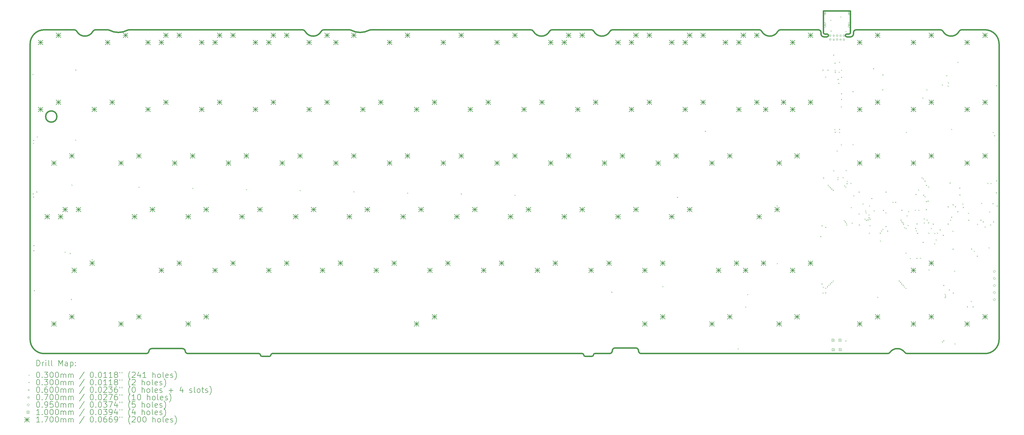
<source format=gbr>
%TF.GenerationSoftware,KiCad,Pcbnew,8.99.0-2209-g89a3b7baa5*%
%TF.CreationDate,2024-09-04T15:50:08+07:00*%
%TF.ProjectId,merisi_ob,6d657269-7369-45f6-9f62-2e6b69636164,rev?*%
%TF.SameCoordinates,Original*%
%TF.FileFunction,Drillmap*%
%TF.FilePolarity,Positive*%
%FSLAX45Y45*%
G04 Gerber Fmt 4.5, Leading zero omitted, Abs format (unit mm)*
G04 Created by KiCad (PCBNEW 8.99.0-2209-g89a3b7baa5) date 2024-09-04 15:50:08*
%MOMM*%
%LPD*%
G01*
G04 APERTURE LIST*
%ADD10C,0.500000*%
%ADD11C,0.200000*%
%ADD12C,0.100000*%
%ADD13C,0.170000*%
G04 APERTURE END LIST*
D10*
X50779998Y47476328D02*
X50779998Y48241328D01*
X50779998Y48241328D02*
X49819999Y48241328D01*
X49819999Y48241328D02*
X49819999Y47475624D01*
X48205745Y47523310D02*
G75*
G02*
X47631953Y47523314I-286895J152680D01*
G01*
X24005652Y47576329D02*
X24445513Y47576329D01*
X41373808Y35977598D02*
G75*
G02*
X41321958Y36026330I-1868J49963D01*
G01*
X33721468Y47564650D02*
G75*
G02*
X33064912Y47564650I-328278J618250D01*
G01*
X25148968Y47564650D02*
G75*
G02*
X24492412Y47564650I-328278J618250D01*
G01*
X33018013Y47576329D02*
G75*
G02*
X33064911Y47564649I-3J-100009D01*
G01*
X40109591Y47523310D02*
G75*
G02*
X39535790Y47523309I-286901J152690D01*
G01*
X33721468Y47564650D02*
G75*
G02*
X33767883Y47576330I46922J-88400D01*
G01*
X40197873Y47576328D02*
X40197873Y47576329D01*
X48205745Y47523310D02*
G75*
G02*
X48293554Y47576327I88275J-46980D01*
G01*
X49736601Y47426329D02*
X49736601Y47477006D01*
X55550623Y47576329D02*
G75*
G02*
X56050567Y47082842I7J-499979D01*
G01*
X33767883Y47576329D02*
X39447513Y47576329D01*
X43163753Y36275098D02*
G75*
G02*
X43263748Y36175098I-3J-99998D01*
G01*
X40109591Y47523310D02*
X40109591Y47523310D01*
X54634976Y47523310D02*
G75*
G02*
X54061182Y47523312I-286896J152680D01*
G01*
X54634976Y47523310D02*
G75*
G02*
X54723253Y47576327I88274J-46980D01*
G01*
X43163753Y36275098D02*
X42434395Y36275098D01*
X48293554Y47576329D02*
X49636603Y47576329D01*
X50650003Y47426327D02*
X50650003Y47426329D01*
X56050571Y36575098D02*
X56050571Y47082842D01*
X50650003Y47426329D02*
X50729998Y47426329D01*
X24445513Y47576329D02*
G75*
G02*
X24492411Y47564649I-3J-100009D01*
G01*
X43363753Y36075098D02*
G75*
G02*
X43263748Y36175098I-3J100003D01*
G01*
X39447513Y47576329D02*
G75*
G02*
X39535795Y47523311I7J-99999D01*
G01*
X52788633Y36075098D02*
G75*
G02*
X52707323Y36116879I-3J100002D01*
G01*
X27090203Y36252680D02*
G75*
G02*
X27189570Y36163889I-3J-100000D01*
G01*
X41373808Y35977598D02*
X41616083Y35977598D01*
X50779998Y47476328D02*
G75*
G02*
X50729998Y47426332I-49998J2D01*
G01*
X41271973Y36075098D02*
G75*
G02*
X41321952Y36026330I-3J-49998D01*
G01*
X54634976Y47523310D02*
X54634976Y47523310D01*
X22638717Y44495080D02*
G75*
G02*
X22239937Y44495080I-199390J0D01*
G01*
X22239937Y44495080D02*
G75*
G02*
X22638717Y44495080I199390J0D01*
G01*
X40109591Y47523310D02*
G75*
G02*
X40197873Y47576327I88280J-46990D01*
G01*
X53972903Y47576329D02*
G75*
G02*
X54061176Y47523309I-3J-99999D01*
G01*
X23916899Y47523310D02*
G75*
G02*
X24005652Y47576327I88281J-46990D01*
G01*
X30226728Y36026325D02*
G75*
G02*
X30276713Y36075097I49982J-1225D01*
G01*
X23916899Y47523310D02*
G75*
G02*
X23343101Y47523310I-286899J152690D01*
G01*
X50886600Y47426328D02*
G75*
G02*
X50786600Y47326329I-100001J2D01*
G01*
X42252589Y47523310D02*
G75*
G02*
X41678791Y47523310I-286899J152690D01*
G01*
X41590513Y47576329D02*
G75*
G02*
X41678792Y47523310I-3J-100009D01*
G01*
X48205745Y47523310D02*
X48205745Y47523310D01*
X42334395Y36175098D02*
G75*
G02*
X42233827Y36075096I-100005J3D01*
G01*
X29805919Y36075098D02*
G75*
G02*
X29855903Y36026325I1J-49998D01*
G01*
X42252589Y47523310D02*
G75*
G02*
X42341320Y47576327I88281J-46990D01*
G01*
X23254823Y47576329D02*
G75*
G02*
X23343102Y47523310I-3J-100009D01*
G01*
X49636603Y47576329D02*
G75*
G02*
X49736596Y47477006I-3J-99999D01*
G01*
X22189294Y47576329D02*
X23254823Y47576329D01*
X42233827Y36075098D02*
X41713419Y36075098D01*
X31351173Y47576329D02*
G75*
G02*
X31439446Y47523310I-3J-99999D01*
G01*
X52788633Y36075098D02*
X55550571Y36075098D01*
X32013245Y47523310D02*
G75*
G02*
X31439453Y47523314I-286895J152680D01*
G01*
X29805919Y36075098D02*
X27288943Y36075098D01*
X49870003Y47426329D02*
X49950003Y47426329D01*
X49950003Y47426329D02*
G75*
G02*
X49949629Y47326333I-3J-49999D01*
G01*
X25196363Y47576329D02*
X31351173Y47576329D01*
X54723253Y47576329D02*
X55550623Y47576329D01*
X32013245Y47523310D02*
G75*
G02*
X32101992Y47576327I88275J-46980D01*
G01*
X25903258Y36163889D02*
G75*
G02*
X25802893Y36075105I-99378J11221D01*
G01*
X30226728Y36026325D02*
G75*
G02*
X30178745Y35977596I-49968J1215D01*
G01*
X21689293Y47076327D02*
X21689293Y36574391D01*
X42341320Y47576329D02*
X47543673Y47576329D01*
X50986020Y47576329D02*
X53972903Y47576329D01*
X29908000Y35977598D02*
G75*
G02*
X29855908Y36026325I-2110J49953D01*
G01*
X56050571Y36575098D02*
G75*
G02*
X55550571Y36075099I-500001J2D01*
G01*
X27090203Y36252680D02*
X26002628Y36252680D01*
X47543673Y47576329D02*
G75*
G02*
X47631946Y47523310I-3J-99999D01*
G01*
X49870003Y47426329D02*
G75*
G02*
X49819994Y47475624I7J50021D01*
G01*
X32013245Y47523310D02*
X32013245Y47523310D01*
X32101992Y47576329D02*
X33018013Y47576329D01*
X50650003Y47326329D02*
G75*
G02*
X50650003Y47426331I-3J50001D01*
G01*
X52178828Y36116881D02*
G75*
G02*
X52098129Y36075096I-81318J58229D01*
G01*
X27288943Y36075098D02*
G75*
G02*
X27189568Y36163889I-3J100002D01*
G01*
X41271973Y36075098D02*
X30276713Y36075098D01*
X29908000Y35977598D02*
X30178745Y35977598D01*
X43363753Y36075098D02*
X52098129Y36075098D01*
X49949629Y47326329D02*
X49836603Y47326329D01*
X21689293Y47076327D02*
G75*
G02*
X22189294Y47576327I499997J3D01*
G01*
X41664222Y36026330D02*
G75*
G02*
X41616083Y35977596I-49972J1220D01*
G01*
X50786600Y47326329D02*
X50650003Y47326329D01*
X52178828Y36116881D02*
G75*
G02*
X52707326Y36116881I264249J-189202D01*
G01*
X50886600Y47476328D02*
X50886600Y47426328D01*
X22189293Y36075098D02*
X25802893Y36075098D01*
X50886600Y47476328D02*
G75*
G02*
X50986020Y47576328I100000J2D01*
G01*
X49836603Y47326329D02*
G75*
G02*
X49736599Y47426329I-3J100001D01*
G01*
X22189293Y36075098D02*
G75*
G02*
X21689288Y36574391I-3J500003D01*
G01*
X25903258Y36163889D02*
G75*
G02*
X26002628Y36252682I99372J-11209D01*
G01*
X40197873Y47576329D02*
X41590513Y47576329D01*
X42334395Y36175098D02*
G75*
G02*
X42434395Y36275105I100005J3D01*
G01*
X25148968Y47564650D02*
G75*
G02*
X25196363Y47576330I46922J-88400D01*
G01*
X41664222Y36026330D02*
G75*
G02*
X41713419Y36075097I49998J-1240D01*
G01*
D11*
D12*
X21773000Y46007000D02*
X21803000Y45977000D01*
X21803000Y46007000D02*
X21773000Y45977000D01*
X21779000Y41764000D02*
X21809000Y41734000D01*
X21809000Y41764000D02*
X21779000Y41734000D01*
X21792000Y43559000D02*
X21822000Y43529000D01*
X21822000Y43559000D02*
X21792000Y43529000D01*
X21792000Y41650000D02*
X21822000Y41620000D01*
X21822000Y41650000D02*
X21792000Y41620000D01*
X21796000Y43661000D02*
X21826000Y43631000D01*
X21826000Y43661000D02*
X21796000Y43631000D01*
X21800000Y39745000D02*
X21830000Y39715000D01*
X21830000Y39745000D02*
X21800000Y39715000D01*
X21804000Y39927000D02*
X21834000Y39897000D01*
X21834000Y39927000D02*
X21804000Y39897000D01*
X21822000Y38328000D02*
X21852000Y38298000D01*
X21852000Y38328000D02*
X21822000Y38298000D01*
X21904000Y41836000D02*
X21934000Y41806000D01*
X21934000Y41836000D02*
X21904000Y41806000D01*
X21927000Y43788000D02*
X21957000Y43758000D01*
X21957000Y43788000D02*
X21927000Y43758000D01*
X22914000Y39695000D02*
X22944000Y39665000D01*
X22944000Y39695000D02*
X22914000Y39665000D01*
X23090000Y39648500D02*
X23120000Y39618500D01*
X23120000Y39648500D02*
X23090000Y39618500D01*
X23134000Y38014000D02*
X23164000Y37984000D01*
X23164000Y38014000D02*
X23134000Y37984000D01*
X23154627Y42078000D02*
X23184627Y42048000D01*
X23184627Y42078000D02*
X23154627Y42048000D01*
X23286000Y43675000D02*
X23316000Y43645000D01*
X23316000Y43675000D02*
X23286000Y43645000D01*
X23288000Y46166000D02*
X23318000Y46136000D01*
X23318000Y46166000D02*
X23288000Y46136000D01*
X25535827Y42003000D02*
X25565827Y41973000D01*
X25565827Y42003000D02*
X25535827Y41973000D01*
X27440827Y41963000D02*
X27470827Y41933000D01*
X27470827Y41963000D02*
X27440827Y41933000D01*
X29345827Y41920000D02*
X29375827Y41890000D01*
X29375827Y41920000D02*
X29345827Y41890000D01*
X31250827Y41883000D02*
X31280827Y41853000D01*
X31280827Y41883000D02*
X31250827Y41853000D01*
X33155827Y41843000D02*
X33185827Y41813000D01*
X33185827Y41843000D02*
X33155827Y41813000D01*
X35060827Y41790000D02*
X35090827Y41760000D01*
X35090827Y41790000D02*
X35060827Y41760000D01*
X36965827Y41763000D02*
X36995827Y41733000D01*
X36995827Y41763000D02*
X36965827Y41733000D01*
X38870827Y41716000D02*
X38900827Y41686000D01*
X38900827Y41716000D02*
X38870827Y41686000D01*
X42298000Y38273000D02*
X42328000Y38243000D01*
X42328000Y38273000D02*
X42298000Y38243000D01*
X44109577Y38473000D02*
X44139577Y38443000D01*
X44139577Y38473000D02*
X44109577Y38443000D01*
X44626578Y41643000D02*
X44656578Y41613000D01*
X44656578Y41643000D02*
X44626578Y41613000D01*
X45615453Y43988453D02*
X45645453Y43958453D01*
X45645453Y43988453D02*
X45615453Y43958453D01*
X46779000Y36257000D02*
X46809000Y36227000D01*
X46809000Y36257000D02*
X46779000Y36227000D01*
X47046000Y37746000D02*
X47076000Y37716000D01*
X47076000Y37746000D02*
X47046000Y37716000D01*
X47117977Y38190000D02*
X47147977Y38160000D01*
X47147977Y38190000D02*
X47117977Y38160000D01*
X48169000Y39288000D02*
X48199000Y39258000D01*
X48199000Y39288000D02*
X48169000Y39258000D01*
X49708900Y40250000D02*
X49738900Y40220000D01*
X49738900Y40250000D02*
X49708900Y40220000D01*
X49751929Y40633000D02*
X49781929Y40603000D01*
X49781929Y40633000D02*
X49751929Y40603000D01*
X49751929Y38568029D02*
X49781929Y38538029D01*
X49781929Y38568029D02*
X49751929Y38538029D01*
X49788000Y46160000D02*
X49818000Y46130000D01*
X49818000Y46160000D02*
X49788000Y46130000D01*
X49792000Y38246000D02*
X49822000Y38216000D01*
X49822000Y38246000D02*
X49792000Y38216000D01*
X49799000Y38448000D02*
X49829000Y38418000D01*
X49829000Y38448000D02*
X49799000Y38418000D01*
X49809000Y42330000D02*
X49839000Y42300000D01*
X49839000Y42330000D02*
X49809000Y42300000D01*
X49884000Y45914000D02*
X49914000Y45884000D01*
X49914000Y45914000D02*
X49884000Y45884000D01*
X49884000Y40575000D02*
X49914000Y40545000D01*
X49914000Y40575000D02*
X49884000Y40545000D01*
X49884000Y38415000D02*
X49914000Y38385000D01*
X49914000Y38415000D02*
X49884000Y38385000D01*
X49884000Y38249000D02*
X49914000Y38219000D01*
X49914000Y38249000D02*
X49884000Y38219000D01*
X49949000Y38464000D02*
X49979000Y38434000D01*
X49979000Y38464000D02*
X49949000Y38434000D01*
X49964000Y46159000D02*
X49994000Y46129000D01*
X49994000Y46159000D02*
X49964000Y46129000D01*
X49974000Y42076000D02*
X50004000Y42046000D01*
X50004000Y42076000D02*
X49974000Y42046000D01*
X49999000Y38517437D02*
X50029000Y38487437D01*
X50029000Y38517437D02*
X49999000Y38487437D01*
X50012000Y42027000D02*
X50042000Y41997000D01*
X50042000Y42027000D02*
X50012000Y41997000D01*
X50049000Y38566000D02*
X50079000Y38536000D01*
X50079000Y38566000D02*
X50049000Y38536000D01*
X50054000Y41983000D02*
X50084000Y41953000D01*
X50084000Y41983000D02*
X50054000Y41953000D01*
X50065000Y47935000D02*
X50095000Y47905000D01*
X50095000Y47935000D02*
X50065000Y47905000D01*
X50072500Y47549500D02*
X50102500Y47519500D01*
X50102500Y47549500D02*
X50072500Y47519500D01*
X50099000Y41937138D02*
X50129000Y41907138D01*
X50129000Y41937138D02*
X50099000Y41907138D01*
X50099000Y38616000D02*
X50129000Y38586000D01*
X50129000Y38616000D02*
X50099000Y38586000D01*
X50149000Y41893181D02*
X50179000Y41863181D01*
X50179000Y41893181D02*
X50149000Y41863181D01*
X50149000Y38670913D02*
X50179000Y38640913D01*
X50179000Y38670913D02*
X50149000Y38640913D01*
X50167000Y46694000D02*
X50197000Y46664000D01*
X50197000Y46694000D02*
X50167000Y46664000D01*
X50173000Y42586000D02*
X50203000Y42556000D01*
X50203000Y42586000D02*
X50173000Y42556000D01*
X50208000Y44049000D02*
X50238000Y44019000D01*
X50238000Y44049000D02*
X50208000Y44019000D01*
X50212000Y46411000D02*
X50242000Y46381000D01*
X50242000Y46411000D02*
X50212000Y46381000D01*
X50223000Y46153000D02*
X50253000Y46123000D01*
X50253000Y46153000D02*
X50223000Y46123000D01*
X50223000Y43956000D02*
X50253000Y43926000D01*
X50253000Y43956000D02*
X50223000Y43926000D01*
X50224000Y46090000D02*
X50254000Y46060000D01*
X50254000Y46090000D02*
X50224000Y46060000D01*
X50291000Y43289500D02*
X50321000Y43259500D01*
X50321000Y43289500D02*
X50291000Y43259500D01*
X50314000Y42275000D02*
X50344000Y42245000D01*
X50344000Y42275000D02*
X50314000Y42245000D01*
X50324000Y45833711D02*
X50354000Y45803711D01*
X50354000Y45833711D02*
X50324000Y45803711D01*
X50326000Y42344000D02*
X50356000Y42314000D01*
X50356000Y42344000D02*
X50326000Y42314000D01*
X50349000Y45690000D02*
X50379000Y45660000D01*
X50379000Y45690000D02*
X50349000Y45660000D01*
X50364000Y46088000D02*
X50394000Y46058000D01*
X50394000Y46088000D02*
X50364000Y46058000D01*
X50374000Y46439000D02*
X50404000Y46409000D01*
X50404000Y46439000D02*
X50374000Y46409000D01*
X50374000Y43950000D02*
X50404000Y43920000D01*
X50404000Y43950000D02*
X50374000Y43920000D01*
X50375080Y44058080D02*
X50405080Y44028080D01*
X50405080Y44058080D02*
X50375080Y44028080D01*
X50423000Y48054000D02*
X50453000Y48024000D01*
X50453000Y48054000D02*
X50423000Y48024000D01*
X50441000Y44855000D02*
X50471000Y44825000D01*
X50471000Y44855000D02*
X50441000Y44825000D01*
X50441000Y43509000D02*
X50471000Y43479000D01*
X50471000Y43509000D02*
X50441000Y43479000D01*
X50447000Y46157000D02*
X50477000Y46127000D01*
X50477000Y46157000D02*
X50447000Y46127000D01*
X50447000Y45905000D02*
X50477000Y45875000D01*
X50477000Y45905000D02*
X50447000Y45875000D01*
X50447000Y45321000D02*
X50477000Y45291000D01*
X50477000Y45321000D02*
X50447000Y45291000D01*
X50447000Y45117000D02*
X50477000Y45087000D01*
X50477000Y45117000D02*
X50447000Y45087000D01*
X50501000Y42342000D02*
X50531000Y42312000D01*
X50531000Y42342000D02*
X50501000Y42312000D01*
X50545000Y40818000D02*
X50575000Y40788000D01*
X50575000Y40818000D02*
X50545000Y40788000D01*
X50551000Y42054000D02*
X50581000Y42024000D01*
X50581000Y42054000D02*
X50551000Y42024000D01*
X50583000Y40765000D02*
X50613000Y40735000D01*
X50613000Y40765000D02*
X50583000Y40735000D01*
X50599000Y36540000D02*
X50629000Y36510000D01*
X50629000Y36540000D02*
X50599000Y36510000D01*
X50601000Y42008080D02*
X50631000Y41978080D01*
X50631000Y42008080D02*
X50601000Y41978080D01*
X50604000Y47532000D02*
X50634000Y47502000D01*
X50634000Y47532000D02*
X50604000Y47502000D01*
X50610000Y42596000D02*
X50640000Y42566000D01*
X50640000Y42596000D02*
X50610000Y42566000D01*
X50620132Y40717870D02*
X50650132Y40687870D01*
X50650132Y40717870D02*
X50620132Y40687870D01*
X50633555Y40659391D02*
X50663555Y40629391D01*
X50663555Y40659391D02*
X50633555Y40629391D01*
X50640000Y42131000D02*
X50670000Y42101000D01*
X50670000Y42131000D02*
X50640000Y42101000D01*
X50649645Y42211355D02*
X50679645Y42181355D01*
X50679645Y42211355D02*
X50649645Y42181355D01*
X50782000Y42141000D02*
X50812000Y42111000D01*
X50812000Y42141000D02*
X50782000Y42111000D01*
X50795000Y41279000D02*
X50825000Y41249000D01*
X50825000Y41279000D02*
X50795000Y41249000D01*
X50825000Y40726000D02*
X50855000Y40696000D01*
X50855000Y40726000D02*
X50825000Y40696000D01*
X50854000Y43516000D02*
X50884000Y43486000D01*
X50884000Y43516000D02*
X50854000Y43486000D01*
X50855000Y45397000D02*
X50885000Y45367000D01*
X50885000Y45397000D02*
X50855000Y45367000D01*
X50881000Y41697000D02*
X50911000Y41667000D01*
X50911000Y41697000D02*
X50881000Y41667000D01*
X51069000Y41829000D02*
X51099000Y41799000D01*
X51099000Y41829000D02*
X51069000Y41799000D01*
X51069000Y41055000D02*
X51099000Y41025000D01*
X51099000Y41055000D02*
X51069000Y41025000D01*
X51078500Y40661000D02*
X51108500Y40631000D01*
X51108500Y40661000D02*
X51078500Y40631000D01*
X51209000Y41407000D02*
X51239000Y41377000D01*
X51239000Y41407000D02*
X51209000Y41377000D01*
X51279000Y40868000D02*
X51309000Y40838000D01*
X51309000Y40868000D02*
X51279000Y40838000D01*
X51305000Y41156000D02*
X51335000Y41126000D01*
X51335000Y41156000D02*
X51305000Y41126000D01*
X51319000Y41094000D02*
X51349000Y41064000D01*
X51349000Y41094000D02*
X51319000Y41064000D01*
X51330000Y40823000D02*
X51360000Y40793000D01*
X51360000Y40823000D02*
X51330000Y40793000D01*
X51388000Y40845000D02*
X51418000Y40815000D01*
X51418000Y40845000D02*
X51388000Y40815000D01*
X51419000Y40918000D02*
X51449000Y40888000D01*
X51449000Y40918000D02*
X51419000Y40888000D01*
X51420000Y41018000D02*
X51450000Y40988000D01*
X51450000Y41018000D02*
X51420000Y40988000D01*
X51434210Y40367790D02*
X51464210Y40337790D01*
X51464210Y40367790D02*
X51434210Y40337790D01*
X51439000Y41338000D02*
X51469000Y41308000D01*
X51469000Y41338000D02*
X51439000Y41308000D01*
X51452531Y40868244D02*
X51482531Y40838244D01*
X51482531Y40868244D02*
X51452531Y40838244D01*
X51452531Y40636000D02*
X51482531Y40606000D01*
X51482531Y40636000D02*
X51452531Y40606000D01*
X51520000Y41601000D02*
X51550000Y41571000D01*
X51550000Y41601000D02*
X51520000Y41571000D01*
X51583000Y46211000D02*
X51613000Y46181000D01*
X51613000Y46211000D02*
X51583000Y46181000D01*
X51602000Y41165000D02*
X51632000Y41135000D01*
X51632000Y41165000D02*
X51602000Y41135000D01*
X51729577Y38089528D02*
X51759577Y38059528D01*
X51759577Y38089528D02*
X51729577Y38059528D01*
X51819000Y40368000D02*
X51849000Y40338000D01*
X51849000Y40368000D02*
X51819000Y40338000D01*
X51827000Y40095000D02*
X51857000Y40065000D01*
X51857000Y40095000D02*
X51827000Y40065000D01*
X51867000Y40446000D02*
X51897000Y40416000D01*
X51897000Y40446000D02*
X51867000Y40416000D01*
X51909000Y45462000D02*
X51939000Y45432000D01*
X51939000Y45462000D02*
X51909000Y45432000D01*
X51911000Y45993000D02*
X51941000Y45963000D01*
X51941000Y45993000D02*
X51911000Y45963000D01*
X51917000Y40503000D02*
X51947000Y40473000D01*
X51947000Y40503000D02*
X51917000Y40473000D01*
X51931000Y41178000D02*
X51961000Y41148000D01*
X51961000Y41178000D02*
X51931000Y41148000D01*
X52020000Y40604000D02*
X52050000Y40574000D01*
X52050000Y40604000D02*
X52020000Y40574000D01*
X52021000Y41094000D02*
X52051000Y41064000D01*
X52051000Y41094000D02*
X52021000Y41064000D01*
X52028000Y41829000D02*
X52058000Y41799000D01*
X52058000Y41829000D02*
X52028000Y41799000D01*
X52082000Y40446000D02*
X52112000Y40416000D01*
X52112000Y40446000D02*
X52082000Y40416000D01*
X52272000Y41469000D02*
X52302000Y41439000D01*
X52302000Y41469000D02*
X52272000Y41439000D01*
X52363000Y41467000D02*
X52393000Y41437000D01*
X52393000Y41467000D02*
X52363000Y41437000D01*
X52492000Y38671504D02*
X52522000Y38641504D01*
X52522000Y38671504D02*
X52492000Y38641504D01*
X52542000Y38620510D02*
X52572000Y38590510D01*
X52572000Y38620510D02*
X52542000Y38590510D01*
X52553728Y40833390D02*
X52583728Y40803390D01*
X52583728Y40833390D02*
X52553728Y40803390D01*
X52575106Y40777327D02*
X52605106Y40747327D01*
X52605106Y40777327D02*
X52575106Y40747327D01*
X52582000Y38566000D02*
X52612000Y38536000D01*
X52612000Y38566000D02*
X52582000Y38536000D01*
X52584713Y41186000D02*
X52614713Y41156000D01*
X52614713Y41186000D02*
X52584713Y41156000D01*
X52622114Y40740041D02*
X52652114Y40710041D01*
X52652114Y40740041D02*
X52622114Y40710041D01*
X52632000Y38516000D02*
X52662000Y38486000D01*
X52662000Y38516000D02*
X52632000Y38486000D01*
X52646000Y40685000D02*
X52676000Y40655000D01*
X52676000Y40685000D02*
X52646000Y40655000D01*
X52672000Y38460000D02*
X52702000Y38430000D01*
X52702000Y38460000D02*
X52672000Y38430000D01*
X52682000Y40569000D02*
X52712000Y40539000D01*
X52712000Y40569000D02*
X52682000Y40539000D01*
X52732000Y38410000D02*
X52762000Y38380000D01*
X52762000Y38410000D02*
X52732000Y38380000D01*
X52734000Y39661000D02*
X52764000Y39631000D01*
X52764000Y39661000D02*
X52734000Y39631000D01*
X52735000Y40540000D02*
X52765000Y40510000D01*
X52765000Y40540000D02*
X52735000Y40510000D01*
X52747000Y43952000D02*
X52777000Y43922000D01*
X52777000Y43952000D02*
X52747000Y43922000D01*
X52772000Y40986000D02*
X52802000Y40956000D01*
X52802000Y40986000D02*
X52772000Y40956000D01*
X52808000Y40646000D02*
X52838000Y40616000D01*
X52838000Y40646000D02*
X52808000Y40616000D01*
X52825000Y41137000D02*
X52855000Y41107000D01*
X52855000Y41137000D02*
X52825000Y41107000D01*
X52890227Y39469945D02*
X52920227Y39439945D01*
X52920227Y39469945D02*
X52890227Y39439945D01*
X53063000Y41186000D02*
X53093000Y41156000D01*
X53093000Y41186000D02*
X53063000Y41156000D01*
X53070000Y40539000D02*
X53100000Y40509000D01*
X53100000Y40539000D02*
X53070000Y40509000D01*
X53083000Y41746000D02*
X53113000Y41716000D01*
X53113000Y41746000D02*
X53083000Y41716000D01*
X53102000Y40455000D02*
X53132000Y40425000D01*
X53132000Y40455000D02*
X53102000Y40425000D01*
X53117000Y39475000D02*
X53147000Y39445000D01*
X53147000Y39475000D02*
X53117000Y39445000D01*
X53121000Y40700000D02*
X53151000Y40670000D01*
X53151000Y40700000D02*
X53121000Y40670000D01*
X53144000Y40364000D02*
X53174000Y40334000D01*
X53174000Y40364000D02*
X53144000Y40334000D01*
X53183000Y41906000D02*
X53213000Y41876000D01*
X53213000Y41906000D02*
X53183000Y41876000D01*
X53191000Y41186000D02*
X53221000Y41156000D01*
X53221000Y41186000D02*
X53191000Y41156000D01*
X53245000Y39479000D02*
X53275000Y39449000D01*
X53275000Y39479000D02*
X53245000Y39449000D01*
X53298667Y42338080D02*
X53328667Y42308080D01*
X53328667Y42338080D02*
X53298667Y42308080D01*
X53330000Y45172000D02*
X53360000Y45142000D01*
X53360000Y45172000D02*
X53330000Y45142000D01*
X53336000Y40042000D02*
X53366000Y40012000D01*
X53366000Y40042000D02*
X53336000Y40012000D01*
X53348000Y42298080D02*
X53378000Y42268080D01*
X53378000Y42298080D02*
X53348000Y42268080D01*
X53355000Y41719000D02*
X53385000Y41689000D01*
X53385000Y41719000D02*
X53355000Y41689000D01*
X53379577Y40876000D02*
X53409577Y40846000D01*
X53409577Y40876000D02*
X53379577Y40846000D01*
X53379577Y40734000D02*
X53409577Y40704000D01*
X53409577Y40734000D02*
X53379577Y40704000D01*
X53405000Y42218080D02*
X53435000Y42188080D01*
X53435000Y42218080D02*
X53405000Y42188080D01*
X53407000Y41665000D02*
X53437000Y41635000D01*
X53437000Y41665000D02*
X53407000Y41635000D01*
X53454000Y41207000D02*
X53484000Y41177000D01*
X53484000Y41207000D02*
X53454000Y41177000D01*
X53457000Y42065000D02*
X53487000Y42035000D01*
X53487000Y42065000D02*
X53457000Y42035000D01*
X53457000Y41491000D02*
X53487000Y41461000D01*
X53487000Y41491000D02*
X53457000Y41461000D01*
X53473000Y45459000D02*
X53503000Y45429000D01*
X53503000Y45459000D02*
X53473000Y45429000D01*
X53484176Y40836000D02*
X53514176Y40806000D01*
X53514176Y40836000D02*
X53484176Y40806000D01*
X53514324Y41508719D02*
X53544324Y41478719D01*
X53544324Y41508719D02*
X53514324Y41478719D01*
X53532000Y42013000D02*
X53562000Y41983000D01*
X53562000Y42013000D02*
X53532000Y41983000D01*
X53534176Y40736000D02*
X53564176Y40706000D01*
X53564176Y40736000D02*
X53534176Y40706000D01*
X53540000Y40367000D02*
X53570000Y40337000D01*
X53570000Y40367000D02*
X53540000Y40337000D01*
X53552000Y39065000D02*
X53582000Y39035000D01*
X53582000Y39065000D02*
X53552000Y39035000D01*
X53634577Y40540000D02*
X53664577Y40510000D01*
X53664577Y40540000D02*
X53634577Y40510000D01*
X53699577Y40693000D02*
X53729577Y40663000D01*
X53729577Y40693000D02*
X53699577Y40663000D01*
X53749577Y39992000D02*
X53779577Y39962000D01*
X53779577Y39992000D02*
X53749577Y39962000D01*
X53755000Y40360000D02*
X53785000Y40330000D01*
X53785000Y40360000D02*
X53755000Y40330000D01*
X53806000Y40132000D02*
X53836000Y40102000D01*
X53836000Y40132000D02*
X53806000Y40102000D01*
X53845000Y40367000D02*
X53875000Y40337000D01*
X53875000Y40367000D02*
X53845000Y40337000D01*
X53944000Y40486000D02*
X53974000Y40456000D01*
X53974000Y40486000D02*
X53944000Y40456000D01*
X54022000Y36503080D02*
X54052000Y36473080D01*
X54052000Y36503080D02*
X54022000Y36473080D01*
X54023000Y45636000D02*
X54053000Y45606000D01*
X54053000Y45636000D02*
X54023000Y45606000D01*
X54052000Y40294000D02*
X54082000Y40264000D01*
X54082000Y40294000D02*
X54052000Y40264000D01*
X54072000Y38515000D02*
X54102000Y38485000D01*
X54102000Y38515000D02*
X54072000Y38485000D01*
X54072000Y36549965D02*
X54102000Y36519965D01*
X54102000Y36549965D02*
X54072000Y36519965D01*
X54122000Y38198080D02*
X54152000Y38168080D01*
X54152000Y38198080D02*
X54122000Y38168080D01*
X54122000Y38080977D02*
X54152000Y38050977D01*
X54152000Y38080977D02*
X54122000Y38050977D01*
X54135106Y38139528D02*
X54165106Y38109528D01*
X54165106Y38139528D02*
X54135106Y38109528D01*
X54176000Y45965000D02*
X54206000Y45935000D01*
X54206000Y45965000D02*
X54176000Y45935000D01*
X54227000Y41305000D02*
X54257000Y41275000D01*
X54257000Y41305000D02*
X54227000Y41275000D01*
X54228373Y45592327D02*
X54258373Y45562327D01*
X54258373Y45592327D02*
X54228373Y45562327D01*
X54229000Y40694000D02*
X54259000Y40664000D01*
X54259000Y40694000D02*
X54229000Y40664000D01*
X54237000Y45711000D02*
X54267000Y45681000D01*
X54267000Y45711000D02*
X54237000Y45681000D01*
X54264000Y38353000D02*
X54294000Y38323000D01*
X54294000Y38353000D02*
X54264000Y38323000D01*
X54293000Y42153080D02*
X54323000Y42123080D01*
X54323000Y42153080D02*
X54293000Y42123080D01*
X54314000Y40836000D02*
X54344000Y40806000D01*
X54344000Y40836000D02*
X54314000Y40806000D01*
X54349000Y44058080D02*
X54379000Y44028080D01*
X54379000Y44058080D02*
X54349000Y44028080D01*
X54350000Y40936000D02*
X54380000Y40906000D01*
X54380000Y40936000D02*
X54350000Y40906000D01*
X54397000Y40436000D02*
X54427000Y40406000D01*
X54427000Y40436000D02*
X54397000Y40406000D01*
X54400000Y39802000D02*
X54430000Y39772000D01*
X54430000Y39802000D02*
X54400000Y39772000D01*
X54401000Y41376000D02*
X54431000Y41346000D01*
X54431000Y41376000D02*
X54401000Y41346000D01*
X54408000Y38243000D02*
X54438000Y38213000D01*
X54438000Y38243000D02*
X54408000Y38213000D01*
X54455000Y39022000D02*
X54485000Y38992000D01*
X54485000Y39022000D02*
X54455000Y38992000D01*
X54467000Y36438080D02*
X54497000Y36408080D01*
X54497000Y36438080D02*
X54467000Y36408080D01*
X54483500Y41307000D02*
X54513500Y41277000D01*
X54513500Y41307000D02*
X54483500Y41277000D01*
X54571000Y41132000D02*
X54601000Y41102000D01*
X54601000Y41132000D02*
X54571000Y41102000D01*
X54572000Y46439330D02*
X54602000Y46409330D01*
X54602000Y46439330D02*
X54572000Y46409330D01*
X54639000Y41971000D02*
X54669000Y41941000D01*
X54669000Y41971000D02*
X54639000Y41941000D01*
X54640000Y41727000D02*
X54670000Y41697000D01*
X54670000Y41727000D02*
X54640000Y41697000D01*
X54746000Y41406000D02*
X54776000Y41376000D01*
X54776000Y41406000D02*
X54746000Y41376000D01*
X54766000Y41283000D02*
X54796000Y41253000D01*
X54796000Y41283000D02*
X54766000Y41253000D01*
X54909000Y37753500D02*
X54939000Y37723500D01*
X54939000Y37753500D02*
X54909000Y37723500D01*
X54951000Y41075000D02*
X54981000Y41045000D01*
X54981000Y41075000D02*
X54951000Y41045000D01*
X54954000Y40829000D02*
X54984000Y40799000D01*
X54984000Y40829000D02*
X54954000Y40799000D01*
X55047000Y37948000D02*
X55077000Y37918000D01*
X55077000Y37948000D02*
X55047000Y37918000D01*
X55059000Y39808000D02*
X55089000Y39778000D01*
X55089000Y39808000D02*
X55059000Y39778000D01*
X55113000Y37751000D02*
X55143000Y37721000D01*
X55143000Y37751000D02*
X55113000Y37721000D01*
X55153000Y39730000D02*
X55183000Y39700000D01*
X55183000Y39730000D02*
X55153000Y39700000D01*
X55258000Y39551000D02*
X55288000Y39521000D01*
X55288000Y39551000D02*
X55258000Y39521000D01*
X55269000Y40682000D02*
X55299000Y40652000D01*
X55299000Y40682000D02*
X55269000Y40652000D01*
X55388895Y40831605D02*
X55418895Y40801605D01*
X55418895Y40831605D02*
X55388895Y40801605D01*
X55412000Y41426000D02*
X55442000Y41396000D01*
X55442000Y41426000D02*
X55412000Y41396000D01*
X55471355Y40772645D02*
X55501355Y40742645D01*
X55501355Y40772645D02*
X55471355Y40742645D01*
X55539577Y40589000D02*
X55569577Y40559000D01*
X55569577Y40589000D02*
X55539577Y40559000D01*
X55631000Y42139000D02*
X55661000Y42109000D01*
X55661000Y42139000D02*
X55631000Y42109000D01*
X55678000Y39849000D02*
X55708000Y39819000D01*
X55708000Y39849000D02*
X55678000Y39819000D01*
X55701000Y41124000D02*
X55731000Y41094000D01*
X55731000Y41124000D02*
X55701000Y41094000D01*
X55735000Y40667000D02*
X55765000Y40637000D01*
X55765000Y40667000D02*
X55735000Y40637000D01*
X55748000Y42135000D02*
X55778000Y42105000D01*
X55778000Y42135000D02*
X55748000Y42105000D01*
X55816000Y41418000D02*
X55846000Y41388000D01*
X55846000Y41418000D02*
X55816000Y41388000D01*
X55822000Y43947000D02*
X55852000Y43917000D01*
X55852000Y43947000D02*
X55822000Y43917000D01*
X55834000Y40771000D02*
X55864000Y40741000D01*
X55864000Y40771000D02*
X55834000Y40741000D01*
X55872000Y43833000D02*
X55902000Y43803000D01*
X55902000Y43833000D02*
X55872000Y43803000D01*
X55938000Y41806000D02*
X55968000Y41776000D01*
X55968000Y41806000D02*
X55938000Y41776000D01*
X55947000Y45605000D02*
X55977000Y45575000D01*
X55977000Y45605000D02*
X55947000Y45575000D01*
X55947000Y42229000D02*
X55977000Y42199000D01*
X55977000Y42229000D02*
X55947000Y42199000D01*
X55965571Y41336000D02*
X55995571Y41306000D01*
X55995571Y41336000D02*
X55965571Y41306000D01*
X23906387Y39414080D02*
G75*
G02*
X23876387Y39414080I-15000J0D01*
G01*
X23876387Y39414080D02*
G75*
G02*
X23906387Y39414080I15000J0D01*
G01*
X48195137Y41319080D02*
G75*
G02*
X48165137Y41319080I-15000J0D01*
G01*
X48165137Y41319080D02*
G75*
G02*
X48195137Y41319080I15000J0D01*
G01*
X49868000Y48195000D02*
X49868000Y48135000D01*
X49838000Y48165000D02*
X49898000Y48165000D01*
X49898000Y48135000D02*
X49898000Y48195000D01*
X49838000Y48195000D02*
G75*
G02*
X49898000Y48195000I30000J0D01*
G01*
X49838000Y48195000D02*
X49838000Y48135000D01*
X49838000Y48135000D02*
G75*
G03*
X49898000Y48135000I30000J0D01*
G01*
X49868000Y47777000D02*
X49868000Y47717000D01*
X49838000Y47747000D02*
X49898000Y47747000D01*
X49898000Y47692000D02*
X49898000Y47802000D01*
X49838000Y47802000D02*
G75*
G02*
X49898000Y47802000I30000J0D01*
G01*
X49838000Y47802000D02*
X49838000Y47692000D01*
X49838000Y47692000D02*
G75*
G03*
X49898000Y47692000I30000J0D01*
G01*
X50732000Y48195000D02*
X50732000Y48135000D01*
X50702000Y48165000D02*
X50762000Y48165000D01*
X50762000Y48135000D02*
X50762000Y48195000D01*
X50702000Y48195000D02*
G75*
G02*
X50762000Y48195000I30000J0D01*
G01*
X50702000Y48195000D02*
X50702000Y48135000D01*
X50702000Y48135000D02*
G75*
G03*
X50762000Y48135000I30000J0D01*
G01*
X50732000Y47777000D02*
X50732000Y47717000D01*
X50702000Y47747000D02*
X50762000Y47747000D01*
X50762000Y47692000D02*
X50762000Y47802000D01*
X50702000Y47802000D02*
G75*
G02*
X50762000Y47802000I30000J0D01*
G01*
X50702000Y47802000D02*
X50702000Y47692000D01*
X50702000Y47692000D02*
G75*
G03*
X50762000Y47692000I30000J0D01*
G01*
X50086749Y47350251D02*
X50086749Y47399749D01*
X50037251Y47399749D01*
X50037251Y47350251D01*
X50086749Y47350251D01*
X50086749Y47211251D02*
X50086749Y47260749D01*
X50037251Y47260749D01*
X50037251Y47211251D01*
X50086749Y47211251D01*
X50206749Y47346751D02*
X50206749Y47396249D01*
X50157251Y47396249D01*
X50157251Y47346751D01*
X50206749Y47346751D01*
X50206749Y47207751D02*
X50206749Y47257249D01*
X50157251Y47257249D01*
X50157251Y47207751D01*
X50206749Y47207751D01*
X50326749Y47351251D02*
X50326749Y47400749D01*
X50277251Y47400749D01*
X50277251Y47351251D01*
X50326749Y47351251D01*
X50326749Y47212251D02*
X50326749Y47261749D01*
X50277251Y47261749D01*
X50277251Y47212251D01*
X50326749Y47212251D01*
X50446749Y47347751D02*
X50446749Y47397249D01*
X50397251Y47397249D01*
X50397251Y47347751D01*
X50446749Y47347751D01*
X50446749Y47208751D02*
X50446749Y47258249D01*
X50397251Y47258249D01*
X50397251Y47208751D01*
X50446749Y47208751D01*
X50565749Y47345751D02*
X50565749Y47395249D01*
X50516251Y47395249D01*
X50516251Y47345751D01*
X50565749Y47345751D01*
X50565749Y47206751D02*
X50565749Y47256249D01*
X50516251Y47256249D01*
X50516251Y47206751D01*
X50565749Y47206751D01*
X55880000Y38949500D02*
X55927500Y38997000D01*
X55880000Y39044500D01*
X55832500Y38997000D01*
X55880000Y38949500D01*
X55880000Y38699500D02*
X55927500Y38747000D01*
X55880000Y38794500D01*
X55832500Y38747000D01*
X55880000Y38699500D01*
X55880000Y38449500D02*
X55927500Y38497000D01*
X55880000Y38544500D01*
X55832500Y38497000D01*
X55880000Y38449500D01*
X55880000Y38199500D02*
X55927500Y38247000D01*
X55880000Y38294500D01*
X55832500Y38247000D01*
X55880000Y38199500D01*
X55880000Y37949500D02*
X55927500Y37997000D01*
X55880000Y38044500D01*
X55832500Y37997000D01*
X55880000Y37949500D01*
X50110000Y36602000D02*
X50210000Y36502000D01*
X50210000Y36602000D02*
X50110000Y36502000D01*
X50210000Y36552000D02*
G75*
G02*
X50110000Y36552000I-50000J0D01*
G01*
X50110000Y36552000D02*
G75*
G02*
X50210000Y36552000I50000J0D01*
G01*
X50118000Y36263500D02*
X50218000Y36163500D01*
X50218000Y36263500D02*
X50118000Y36163500D01*
X50218000Y36213500D02*
G75*
G02*
X50118000Y36213500I-50000J0D01*
G01*
X50118000Y36213500D02*
G75*
G02*
X50218000Y36213500I50000J0D01*
G01*
X50360000Y36602000D02*
X50460000Y36502000D01*
X50460000Y36602000D02*
X50360000Y36502000D01*
X50460000Y36552000D02*
G75*
G02*
X50360000Y36552000I-50000J0D01*
G01*
X50360000Y36552000D02*
G75*
G02*
X50460000Y36552000I50000J0D01*
G01*
X50368000Y36263500D02*
X50468000Y36163500D01*
X50468000Y36263500D02*
X50368000Y36163500D01*
X50468000Y36213500D02*
G75*
G02*
X50368000Y36213500I-50000J0D01*
G01*
X50368000Y36213500D02*
G75*
G02*
X50468000Y36213500I50000J0D01*
G01*
D13*
X21973327Y47215330D02*
X22143327Y47045330D01*
X22143327Y47215330D02*
X21973327Y47045330D01*
X22058327Y47215330D02*
X22058327Y47045330D01*
X21973327Y47130330D02*
X22143327Y47130330D01*
X21973327Y44834080D02*
X22143327Y44664080D01*
X22143327Y44834080D02*
X21973327Y44664080D01*
X22058327Y44834080D02*
X22058327Y44664080D01*
X21973327Y44749080D02*
X22143327Y44749080D01*
X22211427Y41024080D02*
X22381427Y40854080D01*
X22381427Y41024080D02*
X22211427Y40854080D01*
X22296427Y41024080D02*
X22296427Y40854080D01*
X22211427Y40939080D02*
X22381427Y40939080D01*
X22449627Y42929080D02*
X22619627Y42759080D01*
X22619627Y42929080D02*
X22449627Y42759080D01*
X22534627Y42929080D02*
X22534627Y42759080D01*
X22449627Y42844080D02*
X22619627Y42844080D01*
X22449627Y37214080D02*
X22619627Y37044080D01*
X22619627Y37214080D02*
X22449627Y37044080D01*
X22534627Y37214080D02*
X22534627Y37044080D01*
X22449627Y37129080D02*
X22619627Y37129080D01*
X22608327Y47469330D02*
X22778327Y47299330D01*
X22778327Y47469330D02*
X22608327Y47299330D01*
X22693327Y47469330D02*
X22693327Y47299330D01*
X22608327Y47384330D02*
X22778327Y47384330D01*
X22608327Y45088080D02*
X22778327Y44918080D01*
X22778327Y45088080D02*
X22608327Y44918080D01*
X22693327Y45088080D02*
X22693327Y44918080D01*
X22608327Y45003080D02*
X22778327Y45003080D01*
X22687727Y41024080D02*
X22857727Y40854080D01*
X22857727Y41024080D02*
X22687727Y40854080D01*
X22772727Y41024080D02*
X22772727Y40854080D01*
X22687727Y40939080D02*
X22857727Y40939080D01*
X22846427Y41278080D02*
X23016427Y41108080D01*
X23016427Y41278080D02*
X22846427Y41108080D01*
X22931427Y41278080D02*
X22931427Y41108080D01*
X22846427Y41193080D02*
X23016427Y41193080D01*
X23084627Y43183080D02*
X23254627Y43013080D01*
X23254627Y43183080D02*
X23084627Y43013080D01*
X23169627Y43183080D02*
X23169627Y43013080D01*
X23084627Y43098080D02*
X23254627Y43098080D01*
X23084627Y37468080D02*
X23254627Y37298080D01*
X23254627Y37468080D02*
X23084627Y37298080D01*
X23169627Y37468080D02*
X23169627Y37298080D01*
X23084627Y37383080D02*
X23254627Y37383080D01*
X23171387Y39119080D02*
X23341387Y38949080D01*
X23341387Y39119080D02*
X23171387Y38949080D01*
X23256387Y39119080D02*
X23256387Y38949080D01*
X23171387Y39034080D02*
X23341387Y39034080D01*
X23322727Y41278080D02*
X23492727Y41108080D01*
X23492727Y41278080D02*
X23322727Y41108080D01*
X23407727Y41278080D02*
X23407727Y41108080D01*
X23322727Y41193080D02*
X23492727Y41193080D01*
X23806387Y39373080D02*
X23976387Y39203080D01*
X23976387Y39373080D02*
X23806387Y39203080D01*
X23891387Y39373080D02*
X23891387Y39203080D01*
X23806387Y39288080D02*
X23976387Y39288080D01*
X23878327Y44834080D02*
X24048327Y44664080D01*
X24048327Y44834080D02*
X23878327Y44664080D01*
X23963327Y44834080D02*
X23963327Y44664080D01*
X23878327Y44749080D02*
X24048327Y44749080D01*
X24354577Y47215330D02*
X24524577Y47045330D01*
X24524577Y47215330D02*
X24354577Y47045330D01*
X24439577Y47215330D02*
X24439577Y47045330D01*
X24354577Y47130330D02*
X24524577Y47130330D01*
X24513327Y45088080D02*
X24683327Y44918080D01*
X24683327Y45088080D02*
X24513327Y44918080D01*
X24598327Y45088080D02*
X24598327Y44918080D01*
X24513327Y45003080D02*
X24683327Y45003080D01*
X24830827Y42929080D02*
X25000827Y42759080D01*
X25000827Y42929080D02*
X24830827Y42759080D01*
X24915827Y42929080D02*
X24915827Y42759080D01*
X24830827Y42844080D02*
X25000827Y42844080D01*
X24830827Y37214080D02*
X25000827Y37044080D01*
X25000827Y37214080D02*
X24830827Y37044080D01*
X24915827Y37214080D02*
X24915827Y37044080D01*
X24830827Y37129080D02*
X25000827Y37129080D01*
X24989577Y47469330D02*
X25159577Y47299330D01*
X25159577Y47469330D02*
X24989577Y47299330D01*
X25074577Y47469330D02*
X25074577Y47299330D01*
X24989577Y47384330D02*
X25159577Y47384330D01*
X25307077Y41024080D02*
X25477077Y40854080D01*
X25477077Y41024080D02*
X25307077Y40854080D01*
X25392077Y41024080D02*
X25392077Y40854080D01*
X25307077Y40939080D02*
X25477077Y40939080D01*
X25465827Y43183080D02*
X25635827Y43013080D01*
X25635827Y43183080D02*
X25465827Y43013080D01*
X25550827Y43183080D02*
X25550827Y43013080D01*
X25465827Y43098080D02*
X25635827Y43098080D01*
X25465827Y37468080D02*
X25635827Y37298080D01*
X25635827Y37468080D02*
X25465827Y37298080D01*
X25550827Y37468080D02*
X25550827Y37298080D01*
X25465827Y37383080D02*
X25635827Y37383080D01*
X25783327Y47215330D02*
X25953327Y47045330D01*
X25953327Y47215330D02*
X25783327Y47045330D01*
X25868327Y47215330D02*
X25868327Y47045330D01*
X25783327Y47130330D02*
X25953327Y47130330D01*
X25783327Y44834080D02*
X25953327Y44664080D01*
X25953327Y44834080D02*
X25783327Y44664080D01*
X25868327Y44834080D02*
X25868327Y44664080D01*
X25783327Y44749080D02*
X25953327Y44749080D01*
X25942077Y41278080D02*
X26112077Y41108080D01*
X26112077Y41278080D02*
X25942077Y41108080D01*
X26027077Y41278080D02*
X26027077Y41108080D01*
X25942077Y41193080D02*
X26112077Y41193080D01*
X26259577Y47215330D02*
X26429577Y47045330D01*
X26429577Y47215330D02*
X26259577Y47045330D01*
X26344577Y47215330D02*
X26344577Y47045330D01*
X26259577Y47130330D02*
X26429577Y47130330D01*
X26259577Y39119080D02*
X26429577Y38949080D01*
X26429577Y39119080D02*
X26259577Y38949080D01*
X26344577Y39119080D02*
X26344577Y38949080D01*
X26259577Y39034080D02*
X26429577Y39034080D01*
X26418327Y47469330D02*
X26588327Y47299330D01*
X26588327Y47469330D02*
X26418327Y47299330D01*
X26503327Y47469330D02*
X26503327Y47299330D01*
X26418327Y47384330D02*
X26588327Y47384330D01*
X26418327Y45088080D02*
X26588327Y44918080D01*
X26588327Y45088080D02*
X26418327Y44918080D01*
X26503327Y45088080D02*
X26503327Y44918080D01*
X26418327Y45003080D02*
X26588327Y45003080D01*
X26735827Y42929080D02*
X26905827Y42759080D01*
X26905827Y42929080D02*
X26735827Y42759080D01*
X26820827Y42929080D02*
X26820827Y42759080D01*
X26735827Y42844080D02*
X26905827Y42844080D01*
X26894577Y47469330D02*
X27064577Y47299330D01*
X27064577Y47469330D02*
X26894577Y47299330D01*
X26979577Y47469330D02*
X26979577Y47299330D01*
X26894577Y47384330D02*
X27064577Y47384330D01*
X26894577Y39373080D02*
X27064577Y39203080D01*
X27064577Y39373080D02*
X26894577Y39203080D01*
X26979577Y39373080D02*
X26979577Y39203080D01*
X26894577Y39288080D02*
X27064577Y39288080D01*
X27212077Y41024080D02*
X27382077Y40854080D01*
X27382077Y41024080D02*
X27212077Y40854080D01*
X27297077Y41024080D02*
X27297077Y40854080D01*
X27212077Y40939080D02*
X27382077Y40939080D01*
X27212127Y37214080D02*
X27382127Y37044080D01*
X27382127Y37214080D02*
X27212127Y37044080D01*
X27297127Y37214080D02*
X27297127Y37044080D01*
X27212127Y37129080D02*
X27382127Y37129080D01*
X27370827Y43183080D02*
X27540827Y43013080D01*
X27540827Y43183080D02*
X27370827Y43013080D01*
X27455827Y43183080D02*
X27455827Y43013080D01*
X27370827Y43098080D02*
X27540827Y43098080D01*
X27688327Y47215330D02*
X27858327Y47045330D01*
X27858327Y47215330D02*
X27688327Y47045330D01*
X27773327Y47215330D02*
X27773327Y47045330D01*
X27688327Y47130330D02*
X27858327Y47130330D01*
X27688327Y44834080D02*
X27858327Y44664080D01*
X27858327Y44834080D02*
X27688327Y44664080D01*
X27773327Y44834080D02*
X27773327Y44664080D01*
X27688327Y44749080D02*
X27858327Y44749080D01*
X27847077Y41278080D02*
X28017077Y41108080D01*
X28017077Y41278080D02*
X27847077Y41108080D01*
X27932077Y41278080D02*
X27932077Y41108080D01*
X27847077Y41193080D02*
X28017077Y41193080D01*
X27847127Y37468080D02*
X28017127Y37298080D01*
X28017127Y37468080D02*
X27847127Y37298080D01*
X27932127Y37468080D02*
X27932127Y37298080D01*
X27847127Y37383080D02*
X28017127Y37383080D01*
X28164577Y47215330D02*
X28334577Y47045330D01*
X28334577Y47215330D02*
X28164577Y47045330D01*
X28249577Y47215330D02*
X28249577Y47045330D01*
X28164577Y47130330D02*
X28334577Y47130330D01*
X28164577Y39119080D02*
X28334577Y38949080D01*
X28334577Y39119080D02*
X28164577Y38949080D01*
X28249577Y39119080D02*
X28249577Y38949080D01*
X28164577Y39034080D02*
X28334577Y39034080D01*
X28323327Y47469330D02*
X28493327Y47299330D01*
X28493327Y47469330D02*
X28323327Y47299330D01*
X28408327Y47469330D02*
X28408327Y47299330D01*
X28323327Y47384330D02*
X28493327Y47384330D01*
X28323327Y45088080D02*
X28493327Y44918080D01*
X28493327Y45088080D02*
X28323327Y44918080D01*
X28408327Y45088080D02*
X28408327Y44918080D01*
X28323327Y45003080D02*
X28493327Y45003080D01*
X28640827Y42929080D02*
X28810827Y42759080D01*
X28810827Y42929080D02*
X28640827Y42759080D01*
X28725827Y42929080D02*
X28725827Y42759080D01*
X28640827Y42844080D02*
X28810827Y42844080D01*
X28799577Y47469330D02*
X28969577Y47299330D01*
X28969577Y47469330D02*
X28799577Y47299330D01*
X28884577Y47469330D02*
X28884577Y47299330D01*
X28799577Y47384330D02*
X28969577Y47384330D01*
X28799577Y39373080D02*
X28969577Y39203080D01*
X28969577Y39373080D02*
X28799577Y39203080D01*
X28884577Y39373080D02*
X28884577Y39203080D01*
X28799577Y39288080D02*
X28969577Y39288080D01*
X29117077Y41024080D02*
X29287077Y40854080D01*
X29287077Y41024080D02*
X29117077Y40854080D01*
X29202077Y41024080D02*
X29202077Y40854080D01*
X29117077Y40939080D02*
X29287077Y40939080D01*
X29275827Y43183080D02*
X29445827Y43013080D01*
X29445827Y43183080D02*
X29275827Y43013080D01*
X29360827Y43183080D02*
X29360827Y43013080D01*
X29275827Y43098080D02*
X29445827Y43098080D01*
X29593327Y47215330D02*
X29763327Y47045330D01*
X29763327Y47215330D02*
X29593327Y47045330D01*
X29678327Y47215330D02*
X29678327Y47045330D01*
X29593327Y47130330D02*
X29763327Y47130330D01*
X29593327Y44834080D02*
X29763327Y44664080D01*
X29763327Y44834080D02*
X29593327Y44664080D01*
X29678327Y44834080D02*
X29678327Y44664080D01*
X29593327Y44749080D02*
X29763327Y44749080D01*
X29752077Y41278080D02*
X29922077Y41108080D01*
X29922077Y41278080D02*
X29752077Y41108080D01*
X29837077Y41278080D02*
X29837077Y41108080D01*
X29752077Y41193080D02*
X29922077Y41193080D01*
X30069577Y47215330D02*
X30239577Y47045330D01*
X30239577Y47215330D02*
X30069577Y47045330D01*
X30154577Y47215330D02*
X30154577Y47045330D01*
X30069577Y47130330D02*
X30239577Y47130330D01*
X30069577Y39119080D02*
X30239577Y38949080D01*
X30239577Y39119080D02*
X30069577Y38949080D01*
X30154577Y39119080D02*
X30154577Y38949080D01*
X30069577Y39034080D02*
X30239577Y39034080D01*
X30228327Y47469330D02*
X30398327Y47299330D01*
X30398327Y47469330D02*
X30228327Y47299330D01*
X30313327Y47469330D02*
X30313327Y47299330D01*
X30228327Y47384330D02*
X30398327Y47384330D01*
X30228327Y45088080D02*
X30398327Y44918080D01*
X30398327Y45088080D02*
X30228327Y44918080D01*
X30313327Y45088080D02*
X30313327Y44918080D01*
X30228327Y45003080D02*
X30398327Y45003080D01*
X30545827Y42929080D02*
X30715827Y42759080D01*
X30715827Y42929080D02*
X30545827Y42759080D01*
X30630827Y42929080D02*
X30630827Y42759080D01*
X30545827Y42844080D02*
X30715827Y42844080D01*
X30704577Y47469330D02*
X30874577Y47299330D01*
X30874577Y47469330D02*
X30704577Y47299330D01*
X30789577Y47469330D02*
X30789577Y47299330D01*
X30704577Y47384330D02*
X30874577Y47384330D01*
X30704577Y39373080D02*
X30874577Y39203080D01*
X30874577Y39373080D02*
X30704577Y39203080D01*
X30789577Y39373080D02*
X30789577Y39203080D01*
X30704577Y39288080D02*
X30874577Y39288080D01*
X31022077Y41024080D02*
X31192077Y40854080D01*
X31192077Y41024080D02*
X31022077Y40854080D01*
X31107077Y41024080D02*
X31107077Y40854080D01*
X31022077Y40939080D02*
X31192077Y40939080D01*
X31180827Y43183080D02*
X31350827Y43013080D01*
X31350827Y43183080D02*
X31180827Y43013080D01*
X31265827Y43183080D02*
X31265827Y43013080D01*
X31180827Y43098080D02*
X31350827Y43098080D01*
X31498327Y47215330D02*
X31668327Y47045330D01*
X31668327Y47215330D02*
X31498327Y47045330D01*
X31583327Y47215330D02*
X31583327Y47045330D01*
X31498327Y47130330D02*
X31668327Y47130330D01*
X31498327Y44834080D02*
X31668327Y44664080D01*
X31668327Y44834080D02*
X31498327Y44664080D01*
X31583327Y44834080D02*
X31583327Y44664080D01*
X31498327Y44749080D02*
X31668327Y44749080D01*
X31657077Y41278080D02*
X31827077Y41108080D01*
X31827077Y41278080D02*
X31657077Y41108080D01*
X31742077Y41278080D02*
X31742077Y41108080D01*
X31657077Y41193080D02*
X31827077Y41193080D01*
X31974577Y39119080D02*
X32144577Y38949080D01*
X32144577Y39119080D02*
X31974577Y38949080D01*
X32059577Y39119080D02*
X32059577Y38949080D01*
X31974577Y39034080D02*
X32144577Y39034080D01*
X32133327Y47469330D02*
X32303327Y47299330D01*
X32303327Y47469330D02*
X32133327Y47299330D01*
X32218327Y47469330D02*
X32218327Y47299330D01*
X32133327Y47384330D02*
X32303327Y47384330D01*
X32133327Y45088080D02*
X32303327Y44918080D01*
X32303327Y45088080D02*
X32133327Y44918080D01*
X32218327Y45088080D02*
X32218327Y44918080D01*
X32133327Y45003080D02*
X32303327Y45003080D01*
X32450827Y47215330D02*
X32620827Y47045330D01*
X32620827Y47215330D02*
X32450827Y47045330D01*
X32535827Y47215330D02*
X32535827Y47045330D01*
X32450827Y47130330D02*
X32620827Y47130330D01*
X32450827Y42929080D02*
X32620827Y42759080D01*
X32620827Y42929080D02*
X32450827Y42759080D01*
X32535827Y42929080D02*
X32535827Y42759080D01*
X32450827Y42844080D02*
X32620827Y42844080D01*
X32609577Y39373080D02*
X32779577Y39203080D01*
X32779577Y39373080D02*
X32609577Y39203080D01*
X32694577Y39373080D02*
X32694577Y39203080D01*
X32609577Y39288080D02*
X32779577Y39288080D01*
X32927077Y41024080D02*
X33097077Y40854080D01*
X33097077Y41024080D02*
X32927077Y40854080D01*
X33012077Y41024080D02*
X33012077Y40854080D01*
X32927077Y40939080D02*
X33097077Y40939080D01*
X33085827Y47469330D02*
X33255827Y47299330D01*
X33255827Y47469330D02*
X33085827Y47299330D01*
X33170827Y47469330D02*
X33170827Y47299330D01*
X33085827Y47384330D02*
X33255827Y47384330D01*
X33085827Y43183080D02*
X33255827Y43013080D01*
X33255827Y43183080D02*
X33085827Y43013080D01*
X33170827Y43183080D02*
X33170827Y43013080D01*
X33085827Y43098080D02*
X33255827Y43098080D01*
X33403327Y44834080D02*
X33573327Y44664080D01*
X33573327Y44834080D02*
X33403327Y44664080D01*
X33488327Y44834080D02*
X33488327Y44664080D01*
X33403327Y44749080D02*
X33573327Y44749080D01*
X33562077Y41278080D02*
X33732077Y41108080D01*
X33732077Y41278080D02*
X33562077Y41108080D01*
X33647077Y41278080D02*
X33647077Y41108080D01*
X33562077Y41193080D02*
X33732077Y41193080D01*
X33879577Y39119080D02*
X34049577Y38949080D01*
X34049577Y39119080D02*
X33879577Y38949080D01*
X33964577Y39119080D02*
X33964577Y38949080D01*
X33879577Y39034080D02*
X34049577Y39034080D01*
X34038327Y45088080D02*
X34208327Y44918080D01*
X34208327Y45088080D02*
X34038327Y44918080D01*
X34123327Y45088080D02*
X34123327Y44918080D01*
X34038327Y45003080D02*
X34208327Y45003080D01*
X34355827Y47215330D02*
X34525827Y47045330D01*
X34525827Y47215330D02*
X34355827Y47045330D01*
X34440827Y47215330D02*
X34440827Y47045330D01*
X34355827Y47130330D02*
X34525827Y47130330D01*
X34355827Y42929080D02*
X34525827Y42759080D01*
X34525827Y42929080D02*
X34355827Y42759080D01*
X34440827Y42929080D02*
X34440827Y42759080D01*
X34355827Y42844080D02*
X34525827Y42844080D01*
X34514577Y39373080D02*
X34684577Y39203080D01*
X34684577Y39373080D02*
X34514577Y39203080D01*
X34599577Y39373080D02*
X34599577Y39203080D01*
X34514577Y39288080D02*
X34684577Y39288080D01*
X34832077Y41024080D02*
X35002077Y40854080D01*
X35002077Y41024080D02*
X34832077Y40854080D01*
X34917077Y41024080D02*
X34917077Y40854080D01*
X34832077Y40939080D02*
X35002077Y40939080D01*
X34990827Y47469330D02*
X35160827Y47299330D01*
X35160827Y47469330D02*
X34990827Y47299330D01*
X35075827Y47469330D02*
X35075827Y47299330D01*
X34990827Y47384330D02*
X35160827Y47384330D01*
X34990827Y43183080D02*
X35160827Y43013080D01*
X35160827Y43183080D02*
X34990827Y43013080D01*
X35075827Y43183080D02*
X35075827Y43013080D01*
X34990827Y43098080D02*
X35160827Y43098080D01*
X35308327Y44834080D02*
X35478327Y44664080D01*
X35478327Y44834080D02*
X35308327Y44664080D01*
X35393327Y44834080D02*
X35393327Y44664080D01*
X35308327Y44749080D02*
X35478327Y44749080D01*
X35308327Y37214080D02*
X35478327Y37044080D01*
X35478327Y37214080D02*
X35308327Y37044080D01*
X35393327Y37214080D02*
X35393327Y37044080D01*
X35308327Y37129080D02*
X35478327Y37129080D01*
X35467077Y41278080D02*
X35637077Y41108080D01*
X35637077Y41278080D02*
X35467077Y41108080D01*
X35552077Y41278080D02*
X35552077Y41108080D01*
X35467077Y41193080D02*
X35637077Y41193080D01*
X35784577Y39119080D02*
X35954577Y38949080D01*
X35954577Y39119080D02*
X35784577Y38949080D01*
X35869577Y39119080D02*
X35869577Y38949080D01*
X35784577Y39034080D02*
X35954577Y39034080D01*
X35943327Y45088080D02*
X36113327Y44918080D01*
X36113327Y45088080D02*
X35943327Y44918080D01*
X36028327Y45088080D02*
X36028327Y44918080D01*
X35943327Y45003080D02*
X36113327Y45003080D01*
X35943327Y37468080D02*
X36113327Y37298080D01*
X36113327Y37468080D02*
X35943327Y37298080D01*
X36028327Y37468080D02*
X36028327Y37298080D01*
X35943327Y37383080D02*
X36113327Y37383080D01*
X36260827Y47215330D02*
X36430827Y47045330D01*
X36430827Y47215330D02*
X36260827Y47045330D01*
X36345827Y47215330D02*
X36345827Y47045330D01*
X36260827Y47130330D02*
X36430827Y47130330D01*
X36260827Y42929080D02*
X36430827Y42759080D01*
X36430827Y42929080D02*
X36260827Y42759080D01*
X36345827Y42929080D02*
X36345827Y42759080D01*
X36260827Y42844080D02*
X36430827Y42844080D01*
X36419577Y39373080D02*
X36589577Y39203080D01*
X36589577Y39373080D02*
X36419577Y39203080D01*
X36504577Y39373080D02*
X36504577Y39203080D01*
X36419577Y39288080D02*
X36589577Y39288080D01*
X36737077Y41024080D02*
X36907077Y40854080D01*
X36907077Y41024080D02*
X36737077Y40854080D01*
X36822077Y41024080D02*
X36822077Y40854080D01*
X36737077Y40939080D02*
X36907077Y40939080D01*
X36895827Y47469330D02*
X37065827Y47299330D01*
X37065827Y47469330D02*
X36895827Y47299330D01*
X36980827Y47469330D02*
X36980827Y47299330D01*
X36895827Y47384330D02*
X37065827Y47384330D01*
X36895827Y43183080D02*
X37065827Y43013080D01*
X37065827Y43183080D02*
X36895827Y43013080D01*
X36980827Y43183080D02*
X36980827Y43013080D01*
X36895827Y43098080D02*
X37065827Y43098080D01*
X37213327Y44834080D02*
X37383327Y44664080D01*
X37383327Y44834080D02*
X37213327Y44664080D01*
X37298327Y44834080D02*
X37298327Y44664080D01*
X37213327Y44749080D02*
X37383327Y44749080D01*
X37372077Y41278080D02*
X37542077Y41108080D01*
X37542077Y41278080D02*
X37372077Y41108080D01*
X37457077Y41278080D02*
X37457077Y41108080D01*
X37372077Y41193080D02*
X37542077Y41193080D01*
X37689577Y39119080D02*
X37859577Y38949080D01*
X37859577Y39119080D02*
X37689577Y38949080D01*
X37774577Y39119080D02*
X37774577Y38949080D01*
X37689577Y39034080D02*
X37859577Y39034080D01*
X37848327Y45088080D02*
X38018327Y44918080D01*
X38018327Y45088080D02*
X37848327Y44918080D01*
X37933327Y45088080D02*
X37933327Y44918080D01*
X37848327Y45003080D02*
X38018327Y45003080D01*
X38165827Y47215330D02*
X38335827Y47045330D01*
X38335827Y47215330D02*
X38165827Y47045330D01*
X38250827Y47215330D02*
X38250827Y47045330D01*
X38165827Y47130330D02*
X38335827Y47130330D01*
X38165827Y42929080D02*
X38335827Y42759080D01*
X38335827Y42929080D02*
X38165827Y42759080D01*
X38250827Y42929080D02*
X38250827Y42759080D01*
X38165827Y42844080D02*
X38335827Y42844080D01*
X38324577Y39373080D02*
X38494577Y39203080D01*
X38494577Y39373080D02*
X38324577Y39203080D01*
X38409577Y39373080D02*
X38409577Y39203080D01*
X38324577Y39288080D02*
X38494577Y39288080D01*
X38642077Y41024080D02*
X38812077Y40854080D01*
X38812077Y41024080D02*
X38642077Y40854080D01*
X38727077Y41024080D02*
X38727077Y40854080D01*
X38642077Y40939080D02*
X38812077Y40939080D01*
X38800827Y47469330D02*
X38970827Y47299330D01*
X38970827Y47469330D02*
X38800827Y47299330D01*
X38885827Y47469330D02*
X38885827Y47299330D01*
X38800827Y47384330D02*
X38970827Y47384330D01*
X38800827Y43183080D02*
X38970827Y43013080D01*
X38970827Y43183080D02*
X38800827Y43013080D01*
X38885827Y43183080D02*
X38885827Y43013080D01*
X38800827Y43098080D02*
X38970827Y43098080D01*
X39118327Y44834080D02*
X39288327Y44664080D01*
X39288327Y44834080D02*
X39118327Y44664080D01*
X39203327Y44834080D02*
X39203327Y44664080D01*
X39118327Y44749080D02*
X39288327Y44749080D01*
X39277077Y41278080D02*
X39447077Y41108080D01*
X39447077Y41278080D02*
X39277077Y41108080D01*
X39362077Y41278080D02*
X39362077Y41108080D01*
X39277077Y41193080D02*
X39447077Y41193080D01*
X39594577Y39119080D02*
X39764577Y38949080D01*
X39764577Y39119080D02*
X39594577Y38949080D01*
X39679577Y39119080D02*
X39679577Y38949080D01*
X39594577Y39034080D02*
X39764577Y39034080D01*
X39753327Y45088080D02*
X39923327Y44918080D01*
X39923327Y45088080D02*
X39753327Y44918080D01*
X39838327Y45088080D02*
X39838327Y44918080D01*
X39753327Y45003080D02*
X39923327Y45003080D01*
X40070827Y47215330D02*
X40240827Y47045330D01*
X40240827Y47215330D02*
X40070827Y47045330D01*
X40155827Y47215330D02*
X40155827Y47045330D01*
X40070827Y47130330D02*
X40240827Y47130330D01*
X40070827Y42929080D02*
X40240827Y42759080D01*
X40240827Y42929080D02*
X40070827Y42759080D01*
X40155827Y42929080D02*
X40155827Y42759080D01*
X40070827Y42844080D02*
X40240827Y42844080D01*
X40229577Y39373080D02*
X40399577Y39203080D01*
X40399577Y39373080D02*
X40229577Y39203080D01*
X40314577Y39373080D02*
X40314577Y39203080D01*
X40229577Y39288080D02*
X40399577Y39288080D01*
X40547077Y47215330D02*
X40717077Y47045330D01*
X40717077Y47215330D02*
X40547077Y47045330D01*
X40632077Y47215330D02*
X40632077Y47045330D01*
X40547077Y47130330D02*
X40717077Y47130330D01*
X40547077Y41024080D02*
X40717077Y40854080D01*
X40717077Y41024080D02*
X40547077Y40854080D01*
X40632077Y41024080D02*
X40632077Y40854080D01*
X40547077Y40939080D02*
X40717077Y40939080D01*
X40705827Y47469330D02*
X40875827Y47299330D01*
X40875827Y47469330D02*
X40705827Y47299330D01*
X40790827Y47469330D02*
X40790827Y47299330D01*
X40705827Y47384330D02*
X40875827Y47384330D01*
X40705827Y43183080D02*
X40875827Y43013080D01*
X40875827Y43183080D02*
X40705827Y43013080D01*
X40790827Y43183080D02*
X40790827Y43013080D01*
X40705827Y43098080D02*
X40875827Y43098080D01*
X41023327Y44834080D02*
X41193327Y44664080D01*
X41193327Y44834080D02*
X41023327Y44664080D01*
X41108327Y44834080D02*
X41108327Y44664080D01*
X41023327Y44749080D02*
X41193327Y44749080D01*
X41182077Y47469330D02*
X41352077Y47299330D01*
X41352077Y47469330D02*
X41182077Y47299330D01*
X41267077Y47469330D02*
X41267077Y47299330D01*
X41182077Y47384330D02*
X41352077Y47384330D01*
X41182077Y41278080D02*
X41352077Y41108080D01*
X41352077Y41278080D02*
X41182077Y41108080D01*
X41267077Y41278080D02*
X41267077Y41108080D01*
X41182077Y41193080D02*
X41352077Y41193080D01*
X41499577Y39119080D02*
X41669577Y38949080D01*
X41669577Y39119080D02*
X41499577Y38949080D01*
X41584577Y39119080D02*
X41584577Y38949080D01*
X41499577Y39034080D02*
X41669577Y39034080D01*
X41658327Y45088080D02*
X41828327Y44918080D01*
X41828327Y45088080D02*
X41658327Y44918080D01*
X41743327Y45088080D02*
X41743327Y44918080D01*
X41658327Y45003080D02*
X41828327Y45003080D01*
X41975827Y42929080D02*
X42145827Y42759080D01*
X42145827Y42929080D02*
X41975827Y42759080D01*
X42060827Y42929080D02*
X42060827Y42759080D01*
X41975827Y42844080D02*
X42145827Y42844080D01*
X42134577Y39373080D02*
X42304577Y39203080D01*
X42304577Y39373080D02*
X42134577Y39203080D01*
X42219577Y39373080D02*
X42219577Y39203080D01*
X42134577Y39288080D02*
X42304577Y39288080D01*
X42452077Y47215330D02*
X42622077Y47045330D01*
X42622077Y47215330D02*
X42452077Y47045330D01*
X42537077Y47215330D02*
X42537077Y47045330D01*
X42452077Y47130330D02*
X42622077Y47130330D01*
X42452077Y41024080D02*
X42622077Y40854080D01*
X42622077Y41024080D02*
X42452077Y40854080D01*
X42537077Y41024080D02*
X42537077Y40854080D01*
X42452077Y40939080D02*
X42622077Y40939080D01*
X42610827Y43183080D02*
X42780827Y43013080D01*
X42780827Y43183080D02*
X42610827Y43013080D01*
X42695827Y43183080D02*
X42695827Y43013080D01*
X42610827Y43098080D02*
X42780827Y43098080D01*
X42928327Y47215330D02*
X43098327Y47045330D01*
X43098327Y47215330D02*
X42928327Y47045330D01*
X43013327Y47215330D02*
X43013327Y47045330D01*
X42928327Y47130330D02*
X43098327Y47130330D01*
X42928327Y44834080D02*
X43098327Y44664080D01*
X43098327Y44834080D02*
X42928327Y44664080D01*
X43013327Y44834080D02*
X43013327Y44664080D01*
X42928327Y44749080D02*
X43098327Y44749080D01*
X43087077Y47469330D02*
X43257077Y47299330D01*
X43257077Y47469330D02*
X43087077Y47299330D01*
X43172077Y47469330D02*
X43172077Y47299330D01*
X43087077Y47384330D02*
X43257077Y47384330D01*
X43087077Y41278080D02*
X43257077Y41108080D01*
X43257077Y41278080D02*
X43087077Y41108080D01*
X43172077Y41278080D02*
X43172077Y41108080D01*
X43087077Y41193080D02*
X43257077Y41193080D01*
X43404577Y39119080D02*
X43574577Y38949080D01*
X43574577Y39119080D02*
X43404577Y38949080D01*
X43489577Y39119080D02*
X43489577Y38949080D01*
X43404577Y39034080D02*
X43574577Y39034080D01*
X43404627Y37214080D02*
X43574627Y37044080D01*
X43574627Y37214080D02*
X43404627Y37044080D01*
X43489627Y37214080D02*
X43489627Y37044080D01*
X43404627Y37129080D02*
X43574627Y37129080D01*
X43563327Y47469330D02*
X43733327Y47299330D01*
X43733327Y47469330D02*
X43563327Y47299330D01*
X43648327Y47469330D02*
X43648327Y47299330D01*
X43563327Y47384330D02*
X43733327Y47384330D01*
X43563327Y45088080D02*
X43733327Y44918080D01*
X43733327Y45088080D02*
X43563327Y44918080D01*
X43648327Y45088080D02*
X43648327Y44918080D01*
X43563327Y45003080D02*
X43733327Y45003080D01*
X43880827Y42929080D02*
X44050827Y42759080D01*
X44050827Y42929080D02*
X43880827Y42759080D01*
X43965827Y42929080D02*
X43965827Y42759080D01*
X43880827Y42844080D02*
X44050827Y42844080D01*
X44039577Y39373080D02*
X44209577Y39203080D01*
X44209577Y39373080D02*
X44039577Y39203080D01*
X44124577Y39373080D02*
X44124577Y39203080D01*
X44039577Y39288080D02*
X44209577Y39288080D01*
X44039627Y37468080D02*
X44209627Y37298080D01*
X44209627Y37468080D02*
X44039627Y37298080D01*
X44124627Y37468080D02*
X44124627Y37298080D01*
X44039627Y37383080D02*
X44209627Y37383080D01*
X44357077Y47215330D02*
X44527077Y47045330D01*
X44527077Y47215330D02*
X44357077Y47045330D01*
X44442077Y47215330D02*
X44442077Y47045330D01*
X44357077Y47130330D02*
X44527077Y47130330D01*
X44357077Y41024080D02*
X44527077Y40854080D01*
X44527077Y41024080D02*
X44357077Y40854080D01*
X44442077Y41024080D02*
X44442077Y40854080D01*
X44357077Y40939080D02*
X44527077Y40939080D01*
X44515827Y43183080D02*
X44685827Y43013080D01*
X44685827Y43183080D02*
X44515827Y43013080D01*
X44600827Y43183080D02*
X44600827Y43013080D01*
X44515827Y43098080D02*
X44685827Y43098080D01*
X44833327Y47215330D02*
X45003327Y47045330D01*
X45003327Y47215330D02*
X44833327Y47045330D01*
X44918327Y47215330D02*
X44918327Y47045330D01*
X44833327Y47130330D02*
X45003327Y47130330D01*
X44833327Y44834080D02*
X45003327Y44664080D01*
X45003327Y44834080D02*
X44833327Y44664080D01*
X44918327Y44834080D02*
X44918327Y44664080D01*
X44833327Y44749080D02*
X45003327Y44749080D01*
X44992077Y47469330D02*
X45162077Y47299330D01*
X45162077Y47469330D02*
X44992077Y47299330D01*
X45077077Y47469330D02*
X45077077Y47299330D01*
X44992077Y47384330D02*
X45162077Y47384330D01*
X44992077Y41278080D02*
X45162077Y41108080D01*
X45162077Y41278080D02*
X44992077Y41108080D01*
X45077077Y41278080D02*
X45077077Y41108080D01*
X44992077Y41193080D02*
X45162077Y41193080D01*
X45468327Y47469330D02*
X45638327Y47299330D01*
X45638327Y47469330D02*
X45468327Y47299330D01*
X45553327Y47469330D02*
X45553327Y47299330D01*
X45468327Y47384330D02*
X45638327Y47384330D01*
X45468327Y45088080D02*
X45638327Y44918080D01*
X45638327Y45088080D02*
X45468327Y44918080D01*
X45553327Y45088080D02*
X45553327Y44918080D01*
X45468327Y45003080D02*
X45638327Y45003080D01*
X45785827Y42929080D02*
X45955827Y42759080D01*
X45955827Y42929080D02*
X45785827Y42759080D01*
X45870827Y42929080D02*
X45870827Y42759080D01*
X45785827Y42844080D02*
X45955827Y42844080D01*
X45785827Y37214080D02*
X45955827Y37044080D01*
X45955827Y37214080D02*
X45785827Y37044080D01*
X45870827Y37214080D02*
X45870827Y37044080D01*
X45785827Y37129080D02*
X45955827Y37129080D01*
X46023977Y39119080D02*
X46193977Y38949080D01*
X46193977Y39119080D02*
X46023977Y38949080D01*
X46108977Y39119080D02*
X46108977Y38949080D01*
X46023977Y39034080D02*
X46193977Y39034080D01*
X46262077Y47215330D02*
X46432077Y47045330D01*
X46432077Y47215330D02*
X46262077Y47045330D01*
X46347077Y47215330D02*
X46347077Y47045330D01*
X46262077Y47130330D02*
X46432077Y47130330D01*
X46420827Y43183080D02*
X46590827Y43013080D01*
X46590827Y43183080D02*
X46420827Y43013080D01*
X46505827Y43183080D02*
X46505827Y43013080D01*
X46420827Y43098080D02*
X46590827Y43098080D01*
X46420827Y37468080D02*
X46590827Y37298080D01*
X46590827Y37468080D02*
X46420827Y37298080D01*
X46505827Y37468080D02*
X46505827Y37298080D01*
X46420827Y37383080D02*
X46590827Y37383080D01*
X46658977Y39373080D02*
X46828977Y39203080D01*
X46828977Y39373080D02*
X46658977Y39203080D01*
X46743977Y39373080D02*
X46743977Y39203080D01*
X46658977Y39288080D02*
X46828977Y39288080D01*
X46738327Y47215330D02*
X46908327Y47045330D01*
X46908327Y47215330D02*
X46738327Y47045330D01*
X46823327Y47215330D02*
X46823327Y47045330D01*
X46738327Y47130330D02*
X46908327Y47130330D01*
X46738327Y44834080D02*
X46908327Y44664080D01*
X46908327Y44834080D02*
X46738327Y44664080D01*
X46823327Y44834080D02*
X46823327Y44664080D01*
X46738327Y44749080D02*
X46908327Y44749080D01*
X46897077Y47469330D02*
X47067077Y47299330D01*
X47067077Y47469330D02*
X46897077Y47299330D01*
X46982077Y47469330D02*
X46982077Y47299330D01*
X46897077Y47384330D02*
X47067077Y47384330D01*
X46976477Y39119080D02*
X47146477Y38949080D01*
X47146477Y39119080D02*
X46976477Y38949080D01*
X47061477Y39119080D02*
X47061477Y38949080D01*
X46976477Y39034080D02*
X47146477Y39034080D01*
X47373327Y47469330D02*
X47543327Y47299330D01*
X47543327Y47469330D02*
X47373327Y47299330D01*
X47458327Y47469330D02*
X47458327Y47299330D01*
X47373327Y47384330D02*
X47543327Y47384330D01*
X47373327Y45088080D02*
X47543327Y44918080D01*
X47543327Y45088080D02*
X47373327Y44918080D01*
X47458327Y45088080D02*
X47458327Y44918080D01*
X47373327Y45003080D02*
X47543327Y45003080D01*
X47460137Y41024080D02*
X47630137Y40854080D01*
X47630137Y41024080D02*
X47460137Y40854080D01*
X47545137Y41024080D02*
X47545137Y40854080D01*
X47460137Y40939080D02*
X47630137Y40939080D01*
X47611477Y39373080D02*
X47781477Y39203080D01*
X47781477Y39373080D02*
X47611477Y39203080D01*
X47696477Y39373080D02*
X47696477Y39203080D01*
X47611477Y39288080D02*
X47781477Y39288080D01*
X47690827Y44834080D02*
X47860827Y44664080D01*
X47860827Y44834080D02*
X47690827Y44664080D01*
X47775827Y44834080D02*
X47775827Y44664080D01*
X47690827Y44749080D02*
X47860827Y44749080D01*
X48095137Y41278080D02*
X48265137Y41108080D01*
X48265137Y41278080D02*
X48095137Y41108080D01*
X48180137Y41278080D02*
X48180137Y41108080D01*
X48095137Y41193080D02*
X48265137Y41193080D01*
X48167127Y42929080D02*
X48337127Y42759080D01*
X48337127Y42929080D02*
X48167127Y42759080D01*
X48252127Y42929080D02*
X48252127Y42759080D01*
X48167127Y42844080D02*
X48337127Y42844080D01*
X48167127Y37214080D02*
X48337127Y37044080D01*
X48337127Y37214080D02*
X48167127Y37044080D01*
X48252127Y37214080D02*
X48252127Y37044080D01*
X48167127Y37129080D02*
X48337127Y37129080D01*
X48325827Y45088080D02*
X48495827Y44918080D01*
X48495827Y45088080D02*
X48325827Y44918080D01*
X48410827Y45088080D02*
X48410827Y44918080D01*
X48325827Y45003080D02*
X48495827Y45003080D01*
X48643327Y47215330D02*
X48813327Y47045330D01*
X48813327Y47215330D02*
X48643327Y47045330D01*
X48728327Y47215330D02*
X48728327Y47045330D01*
X48643327Y47130330D02*
X48813327Y47130330D01*
X48643327Y44834080D02*
X48813327Y44664080D01*
X48813327Y44834080D02*
X48643327Y44664080D01*
X48728327Y44834080D02*
X48728327Y44664080D01*
X48643327Y44749080D02*
X48813327Y44749080D01*
X48643327Y39119080D02*
X48813327Y38949080D01*
X48813327Y39119080D02*
X48643327Y38949080D01*
X48728327Y39119080D02*
X48728327Y38949080D01*
X48643327Y39034080D02*
X48813327Y39034080D01*
X48802127Y43183080D02*
X48972127Y43013080D01*
X48972127Y43183080D02*
X48802127Y43013080D01*
X48887127Y43183080D02*
X48887127Y43013080D01*
X48802127Y43098080D02*
X48972127Y43098080D01*
X48802127Y37468080D02*
X48972127Y37298080D01*
X48972127Y37468080D02*
X48802127Y37298080D01*
X48887127Y37468080D02*
X48887127Y37298080D01*
X48802127Y37383080D02*
X48972127Y37383080D01*
X49278327Y47469330D02*
X49448327Y47299330D01*
X49448327Y47469330D02*
X49278327Y47299330D01*
X49363327Y47469330D02*
X49363327Y47299330D01*
X49278327Y47384330D02*
X49448327Y47384330D01*
X49278327Y45088080D02*
X49448327Y44918080D01*
X49448327Y45088080D02*
X49278327Y44918080D01*
X49363327Y45088080D02*
X49363327Y44918080D01*
X49278327Y45003080D02*
X49448327Y45003080D01*
X49278327Y39373080D02*
X49448327Y39203080D01*
X49448327Y39373080D02*
X49278327Y39203080D01*
X49363327Y39373080D02*
X49363327Y39203080D01*
X49278327Y39288080D02*
X49448327Y39288080D01*
X51024577Y47215330D02*
X51194577Y47045330D01*
X51194577Y47215330D02*
X51024577Y47045330D01*
X51109577Y47215330D02*
X51109577Y47045330D01*
X51024577Y47130330D02*
X51194577Y47130330D01*
X51024577Y44834080D02*
X51194577Y44664080D01*
X51194577Y44834080D02*
X51024577Y44664080D01*
X51109577Y44834080D02*
X51109577Y44664080D01*
X51024577Y44749080D02*
X51194577Y44749080D01*
X51024577Y42929080D02*
X51194577Y42759080D01*
X51194577Y42929080D02*
X51024577Y42759080D01*
X51109577Y42929080D02*
X51109577Y42759080D01*
X51024577Y42844080D02*
X51194577Y42844080D01*
X51024577Y37214080D02*
X51194577Y37044080D01*
X51194577Y37214080D02*
X51024577Y37044080D01*
X51109577Y37214080D02*
X51109577Y37044080D01*
X51024577Y37129080D02*
X51194577Y37129080D01*
X51659577Y47469330D02*
X51829577Y47299330D01*
X51829577Y47469330D02*
X51659577Y47299330D01*
X51744577Y47469330D02*
X51744577Y47299330D01*
X51659577Y47384330D02*
X51829577Y47384330D01*
X51659577Y45088080D02*
X51829577Y44918080D01*
X51829577Y45088080D02*
X51659577Y44918080D01*
X51744577Y45088080D02*
X51744577Y44918080D01*
X51659577Y45003080D02*
X51829577Y45003080D01*
X51659577Y43183080D02*
X51829577Y43013080D01*
X51829577Y43183080D02*
X51659577Y43013080D01*
X51744577Y43183080D02*
X51744577Y43013080D01*
X51659577Y43098080D02*
X51829577Y43098080D01*
X51659577Y37468080D02*
X51829577Y37298080D01*
X51829577Y37468080D02*
X51659577Y37298080D01*
X51744577Y37468080D02*
X51744577Y37298080D01*
X51659577Y37383080D02*
X51829577Y37383080D01*
X52929577Y47215330D02*
X53099577Y47045330D01*
X53099577Y47215330D02*
X52929577Y47045330D01*
X53014577Y47215330D02*
X53014577Y47045330D01*
X52929577Y47130330D02*
X53099577Y47130330D01*
X52929577Y44834080D02*
X53099577Y44664080D01*
X53099577Y44834080D02*
X52929577Y44664080D01*
X53014577Y44834080D02*
X53014577Y44664080D01*
X52929577Y44749080D02*
X53099577Y44749080D01*
X52929577Y42929080D02*
X53099577Y42759080D01*
X53099577Y42929080D02*
X52929577Y42759080D01*
X53014577Y42929080D02*
X53014577Y42759080D01*
X52929577Y42844080D02*
X53099577Y42844080D01*
X52929577Y39119080D02*
X53099577Y38949080D01*
X53099577Y39119080D02*
X52929577Y38949080D01*
X53014577Y39119080D02*
X53014577Y38949080D01*
X52929577Y39034080D02*
X53099577Y39034080D01*
X52929577Y37214080D02*
X53099577Y37044080D01*
X53099577Y37214080D02*
X52929577Y37044080D01*
X53014577Y37214080D02*
X53014577Y37044080D01*
X52929577Y37129080D02*
X53099577Y37129080D01*
X53564577Y47469330D02*
X53734577Y47299330D01*
X53734577Y47469330D02*
X53564577Y47299330D01*
X53649577Y47469330D02*
X53649577Y47299330D01*
X53564577Y47384330D02*
X53734577Y47384330D01*
X53564577Y45088080D02*
X53734577Y44918080D01*
X53734577Y45088080D02*
X53564577Y44918080D01*
X53649577Y45088080D02*
X53649577Y44918080D01*
X53564577Y45003080D02*
X53734577Y45003080D01*
X53564577Y43183080D02*
X53734577Y43013080D01*
X53734577Y43183080D02*
X53564577Y43013080D01*
X53649577Y43183080D02*
X53649577Y43013080D01*
X53564577Y43098080D02*
X53734577Y43098080D01*
X53564577Y39373080D02*
X53734577Y39203080D01*
X53734577Y39373080D02*
X53564577Y39203080D01*
X53649577Y39373080D02*
X53649577Y39203080D01*
X53564577Y39288080D02*
X53734577Y39288080D01*
X53564577Y37468080D02*
X53734577Y37298080D01*
X53734577Y37468080D02*
X53564577Y37298080D01*
X53649577Y37468080D02*
X53649577Y37298080D01*
X53564577Y37383080D02*
X53734577Y37383080D01*
X54834577Y47215330D02*
X55004577Y47045330D01*
X55004577Y47215330D02*
X54834577Y47045330D01*
X54919577Y47215330D02*
X54919577Y47045330D01*
X54834577Y47130330D02*
X55004577Y47130330D01*
X54834577Y44834080D02*
X55004577Y44664080D01*
X55004577Y44834080D02*
X54834577Y44664080D01*
X54919577Y44834080D02*
X54919577Y44664080D01*
X54834577Y44749080D02*
X55004577Y44749080D01*
X54834577Y42929080D02*
X55004577Y42759080D01*
X55004577Y42929080D02*
X54834577Y42759080D01*
X54919577Y42929080D02*
X54919577Y42759080D01*
X54834577Y42844080D02*
X55004577Y42844080D01*
X54834577Y37214080D02*
X55004577Y37044080D01*
X55004577Y37214080D02*
X54834577Y37044080D01*
X54919577Y37214080D02*
X54919577Y37044080D01*
X54834577Y37129080D02*
X55004577Y37129080D01*
X55469577Y47469330D02*
X55639577Y47299330D01*
X55639577Y47469330D02*
X55469577Y47299330D01*
X55554577Y47469330D02*
X55554577Y47299330D01*
X55469577Y47384330D02*
X55639577Y47384330D01*
X55469577Y45088080D02*
X55639577Y44918080D01*
X55639577Y45088080D02*
X55469577Y44918080D01*
X55554577Y45088080D02*
X55554577Y44918080D01*
X55469577Y45003080D02*
X55639577Y45003080D01*
X55469577Y43183080D02*
X55639577Y43013080D01*
X55639577Y43183080D02*
X55469577Y43013080D01*
X55554577Y43183080D02*
X55554577Y43013080D01*
X55469577Y43098080D02*
X55639577Y43098080D01*
X55469577Y37468080D02*
X55639577Y37298080D01*
X55639577Y37468080D02*
X55469577Y37298080D01*
X55554577Y37468080D02*
X55554577Y37298080D01*
X55469577Y37383080D02*
X55639577Y37383080D01*
D11*
X21925070Y35641069D02*
X21925070Y35841069D01*
X21925070Y35841069D02*
X21972689Y35841069D01*
X21972689Y35841069D02*
X22001260Y35831545D01*
X22001260Y35831545D02*
X22020308Y35812498D01*
X22020308Y35812498D02*
X22029832Y35793450D01*
X22029832Y35793450D02*
X22039355Y35755355D01*
X22039355Y35755355D02*
X22039355Y35726783D01*
X22039355Y35726783D02*
X22029832Y35688688D01*
X22029832Y35688688D02*
X22020308Y35669641D01*
X22020308Y35669641D02*
X22001260Y35650593D01*
X22001260Y35650593D02*
X21972689Y35641069D01*
X21972689Y35641069D02*
X21925070Y35641069D01*
X22125070Y35641069D02*
X22125070Y35774403D01*
X22125070Y35736307D02*
X22134594Y35755355D01*
X22134594Y35755355D02*
X22144117Y35764879D01*
X22144117Y35764879D02*
X22163165Y35774403D01*
X22163165Y35774403D02*
X22182213Y35774403D01*
X22248879Y35641069D02*
X22248879Y35774403D01*
X22248879Y35841069D02*
X22239355Y35831545D01*
X22239355Y35831545D02*
X22248879Y35822022D01*
X22248879Y35822022D02*
X22258403Y35831545D01*
X22258403Y35831545D02*
X22248879Y35841069D01*
X22248879Y35841069D02*
X22248879Y35822022D01*
X22372689Y35641069D02*
X22353641Y35650593D01*
X22353641Y35650593D02*
X22344117Y35669641D01*
X22344117Y35669641D02*
X22344117Y35841069D01*
X22477451Y35641069D02*
X22458403Y35650593D01*
X22458403Y35650593D02*
X22448879Y35669641D01*
X22448879Y35669641D02*
X22448879Y35841069D01*
X22706022Y35641069D02*
X22706022Y35841069D01*
X22706022Y35841069D02*
X22772689Y35698212D01*
X22772689Y35698212D02*
X22839355Y35841069D01*
X22839355Y35841069D02*
X22839355Y35641069D01*
X23020308Y35641069D02*
X23020308Y35745831D01*
X23020308Y35745831D02*
X23010784Y35764879D01*
X23010784Y35764879D02*
X22991736Y35774403D01*
X22991736Y35774403D02*
X22953641Y35774403D01*
X22953641Y35774403D02*
X22934593Y35764879D01*
X23020308Y35650593D02*
X23001260Y35641069D01*
X23001260Y35641069D02*
X22953641Y35641069D01*
X22953641Y35641069D02*
X22934593Y35650593D01*
X22934593Y35650593D02*
X22925070Y35669641D01*
X22925070Y35669641D02*
X22925070Y35688688D01*
X22925070Y35688688D02*
X22934593Y35707736D01*
X22934593Y35707736D02*
X22953641Y35717260D01*
X22953641Y35717260D02*
X23001260Y35717260D01*
X23001260Y35717260D02*
X23020308Y35726783D01*
X23115546Y35774403D02*
X23115546Y35574403D01*
X23115546Y35764879D02*
X23134593Y35774403D01*
X23134593Y35774403D02*
X23172689Y35774403D01*
X23172689Y35774403D02*
X23191736Y35764879D01*
X23191736Y35764879D02*
X23201260Y35755355D01*
X23201260Y35755355D02*
X23210784Y35736307D01*
X23210784Y35736307D02*
X23210784Y35679164D01*
X23210784Y35679164D02*
X23201260Y35660117D01*
X23201260Y35660117D02*
X23191736Y35650593D01*
X23191736Y35650593D02*
X23172689Y35641069D01*
X23172689Y35641069D02*
X23134593Y35641069D01*
X23134593Y35641069D02*
X23115546Y35650593D01*
X23296498Y35660117D02*
X23306022Y35650593D01*
X23306022Y35650593D02*
X23296498Y35641069D01*
X23296498Y35641069D02*
X23286974Y35650593D01*
X23286974Y35650593D02*
X23296498Y35660117D01*
X23296498Y35660117D02*
X23296498Y35641069D01*
X23296498Y35764879D02*
X23306022Y35755355D01*
X23306022Y35755355D02*
X23296498Y35745831D01*
X23296498Y35745831D02*
X23286974Y35755355D01*
X23286974Y35755355D02*
X23296498Y35764879D01*
X23296498Y35764879D02*
X23296498Y35745831D01*
D12*
X21634293Y35327553D02*
X21664293Y35297553D01*
X21664293Y35327553D02*
X21634293Y35297553D01*
D11*
X21963165Y35421069D02*
X21982213Y35421069D01*
X21982213Y35421069D02*
X22001260Y35411545D01*
X22001260Y35411545D02*
X22010784Y35402022D01*
X22010784Y35402022D02*
X22020308Y35382974D01*
X22020308Y35382974D02*
X22029832Y35344879D01*
X22029832Y35344879D02*
X22029832Y35297260D01*
X22029832Y35297260D02*
X22020308Y35259164D01*
X22020308Y35259164D02*
X22010784Y35240117D01*
X22010784Y35240117D02*
X22001260Y35230593D01*
X22001260Y35230593D02*
X21982213Y35221069D01*
X21982213Y35221069D02*
X21963165Y35221069D01*
X21963165Y35221069D02*
X21944117Y35230593D01*
X21944117Y35230593D02*
X21934594Y35240117D01*
X21934594Y35240117D02*
X21925070Y35259164D01*
X21925070Y35259164D02*
X21915546Y35297260D01*
X21915546Y35297260D02*
X21915546Y35344879D01*
X21915546Y35344879D02*
X21925070Y35382974D01*
X21925070Y35382974D02*
X21934594Y35402022D01*
X21934594Y35402022D02*
X21944117Y35411545D01*
X21944117Y35411545D02*
X21963165Y35421069D01*
X22115546Y35240117D02*
X22125070Y35230593D01*
X22125070Y35230593D02*
X22115546Y35221069D01*
X22115546Y35221069D02*
X22106022Y35230593D01*
X22106022Y35230593D02*
X22115546Y35240117D01*
X22115546Y35240117D02*
X22115546Y35221069D01*
X22191736Y35421069D02*
X22315546Y35421069D01*
X22315546Y35421069D02*
X22248879Y35344879D01*
X22248879Y35344879D02*
X22277451Y35344879D01*
X22277451Y35344879D02*
X22296498Y35335355D01*
X22296498Y35335355D02*
X22306022Y35325831D01*
X22306022Y35325831D02*
X22315546Y35306783D01*
X22315546Y35306783D02*
X22315546Y35259164D01*
X22315546Y35259164D02*
X22306022Y35240117D01*
X22306022Y35240117D02*
X22296498Y35230593D01*
X22296498Y35230593D02*
X22277451Y35221069D01*
X22277451Y35221069D02*
X22220308Y35221069D01*
X22220308Y35221069D02*
X22201260Y35230593D01*
X22201260Y35230593D02*
X22191736Y35240117D01*
X22439355Y35421069D02*
X22458403Y35421069D01*
X22458403Y35421069D02*
X22477451Y35411545D01*
X22477451Y35411545D02*
X22486974Y35402022D01*
X22486974Y35402022D02*
X22496498Y35382974D01*
X22496498Y35382974D02*
X22506022Y35344879D01*
X22506022Y35344879D02*
X22506022Y35297260D01*
X22506022Y35297260D02*
X22496498Y35259164D01*
X22496498Y35259164D02*
X22486974Y35240117D01*
X22486974Y35240117D02*
X22477451Y35230593D01*
X22477451Y35230593D02*
X22458403Y35221069D01*
X22458403Y35221069D02*
X22439355Y35221069D01*
X22439355Y35221069D02*
X22420308Y35230593D01*
X22420308Y35230593D02*
X22410784Y35240117D01*
X22410784Y35240117D02*
X22401260Y35259164D01*
X22401260Y35259164D02*
X22391736Y35297260D01*
X22391736Y35297260D02*
X22391736Y35344879D01*
X22391736Y35344879D02*
X22401260Y35382974D01*
X22401260Y35382974D02*
X22410784Y35402022D01*
X22410784Y35402022D02*
X22420308Y35411545D01*
X22420308Y35411545D02*
X22439355Y35421069D01*
X22629832Y35421069D02*
X22648879Y35421069D01*
X22648879Y35421069D02*
X22667927Y35411545D01*
X22667927Y35411545D02*
X22677451Y35402022D01*
X22677451Y35402022D02*
X22686974Y35382974D01*
X22686974Y35382974D02*
X22696498Y35344879D01*
X22696498Y35344879D02*
X22696498Y35297260D01*
X22696498Y35297260D02*
X22686974Y35259164D01*
X22686974Y35259164D02*
X22677451Y35240117D01*
X22677451Y35240117D02*
X22667927Y35230593D01*
X22667927Y35230593D02*
X22648879Y35221069D01*
X22648879Y35221069D02*
X22629832Y35221069D01*
X22629832Y35221069D02*
X22610784Y35230593D01*
X22610784Y35230593D02*
X22601260Y35240117D01*
X22601260Y35240117D02*
X22591736Y35259164D01*
X22591736Y35259164D02*
X22582213Y35297260D01*
X22582213Y35297260D02*
X22582213Y35344879D01*
X22582213Y35344879D02*
X22591736Y35382974D01*
X22591736Y35382974D02*
X22601260Y35402022D01*
X22601260Y35402022D02*
X22610784Y35411545D01*
X22610784Y35411545D02*
X22629832Y35421069D01*
X22782213Y35221069D02*
X22782213Y35354403D01*
X22782213Y35335355D02*
X22791736Y35344879D01*
X22791736Y35344879D02*
X22810784Y35354403D01*
X22810784Y35354403D02*
X22839355Y35354403D01*
X22839355Y35354403D02*
X22858403Y35344879D01*
X22858403Y35344879D02*
X22867927Y35325831D01*
X22867927Y35325831D02*
X22867927Y35221069D01*
X22867927Y35325831D02*
X22877451Y35344879D01*
X22877451Y35344879D02*
X22896498Y35354403D01*
X22896498Y35354403D02*
X22925070Y35354403D01*
X22925070Y35354403D02*
X22944117Y35344879D01*
X22944117Y35344879D02*
X22953641Y35325831D01*
X22953641Y35325831D02*
X22953641Y35221069D01*
X23048879Y35221069D02*
X23048879Y35354403D01*
X23048879Y35335355D02*
X23058403Y35344879D01*
X23058403Y35344879D02*
X23077451Y35354403D01*
X23077451Y35354403D02*
X23106022Y35354403D01*
X23106022Y35354403D02*
X23125070Y35344879D01*
X23125070Y35344879D02*
X23134594Y35325831D01*
X23134594Y35325831D02*
X23134594Y35221069D01*
X23134594Y35325831D02*
X23144117Y35344879D01*
X23144117Y35344879D02*
X23163165Y35354403D01*
X23163165Y35354403D02*
X23191736Y35354403D01*
X23191736Y35354403D02*
X23210784Y35344879D01*
X23210784Y35344879D02*
X23220308Y35325831D01*
X23220308Y35325831D02*
X23220308Y35221069D01*
X23610784Y35430593D02*
X23439356Y35173450D01*
X23867927Y35421069D02*
X23886975Y35421069D01*
X23886975Y35421069D02*
X23906022Y35411545D01*
X23906022Y35411545D02*
X23915546Y35402022D01*
X23915546Y35402022D02*
X23925070Y35382974D01*
X23925070Y35382974D02*
X23934594Y35344879D01*
X23934594Y35344879D02*
X23934594Y35297260D01*
X23934594Y35297260D02*
X23925070Y35259164D01*
X23925070Y35259164D02*
X23915546Y35240117D01*
X23915546Y35240117D02*
X23906022Y35230593D01*
X23906022Y35230593D02*
X23886975Y35221069D01*
X23886975Y35221069D02*
X23867927Y35221069D01*
X23867927Y35221069D02*
X23848879Y35230593D01*
X23848879Y35230593D02*
X23839356Y35240117D01*
X23839356Y35240117D02*
X23829832Y35259164D01*
X23829832Y35259164D02*
X23820308Y35297260D01*
X23820308Y35297260D02*
X23820308Y35344879D01*
X23820308Y35344879D02*
X23829832Y35382974D01*
X23829832Y35382974D02*
X23839356Y35402022D01*
X23839356Y35402022D02*
X23848879Y35411545D01*
X23848879Y35411545D02*
X23867927Y35421069D01*
X24020308Y35240117D02*
X24029832Y35230593D01*
X24029832Y35230593D02*
X24020308Y35221069D01*
X24020308Y35221069D02*
X24010784Y35230593D01*
X24010784Y35230593D02*
X24020308Y35240117D01*
X24020308Y35240117D02*
X24020308Y35221069D01*
X24153641Y35421069D02*
X24172689Y35421069D01*
X24172689Y35421069D02*
X24191737Y35411545D01*
X24191737Y35411545D02*
X24201260Y35402022D01*
X24201260Y35402022D02*
X24210784Y35382974D01*
X24210784Y35382974D02*
X24220308Y35344879D01*
X24220308Y35344879D02*
X24220308Y35297260D01*
X24220308Y35297260D02*
X24210784Y35259164D01*
X24210784Y35259164D02*
X24201260Y35240117D01*
X24201260Y35240117D02*
X24191737Y35230593D01*
X24191737Y35230593D02*
X24172689Y35221069D01*
X24172689Y35221069D02*
X24153641Y35221069D01*
X24153641Y35221069D02*
X24134594Y35230593D01*
X24134594Y35230593D02*
X24125070Y35240117D01*
X24125070Y35240117D02*
X24115546Y35259164D01*
X24115546Y35259164D02*
X24106022Y35297260D01*
X24106022Y35297260D02*
X24106022Y35344879D01*
X24106022Y35344879D02*
X24115546Y35382974D01*
X24115546Y35382974D02*
X24125070Y35402022D01*
X24125070Y35402022D02*
X24134594Y35411545D01*
X24134594Y35411545D02*
X24153641Y35421069D01*
X24410784Y35221069D02*
X24296498Y35221069D01*
X24353641Y35221069D02*
X24353641Y35421069D01*
X24353641Y35421069D02*
X24334594Y35392498D01*
X24334594Y35392498D02*
X24315546Y35373450D01*
X24315546Y35373450D02*
X24296498Y35363926D01*
X24601260Y35221069D02*
X24486975Y35221069D01*
X24544117Y35221069D02*
X24544117Y35421069D01*
X24544117Y35421069D02*
X24525070Y35392498D01*
X24525070Y35392498D02*
X24506022Y35373450D01*
X24506022Y35373450D02*
X24486975Y35363926D01*
X24715546Y35335355D02*
X24696498Y35344879D01*
X24696498Y35344879D02*
X24686975Y35354403D01*
X24686975Y35354403D02*
X24677451Y35373450D01*
X24677451Y35373450D02*
X24677451Y35382974D01*
X24677451Y35382974D02*
X24686975Y35402022D01*
X24686975Y35402022D02*
X24696498Y35411545D01*
X24696498Y35411545D02*
X24715546Y35421069D01*
X24715546Y35421069D02*
X24753641Y35421069D01*
X24753641Y35421069D02*
X24772689Y35411545D01*
X24772689Y35411545D02*
X24782213Y35402022D01*
X24782213Y35402022D02*
X24791737Y35382974D01*
X24791737Y35382974D02*
X24791737Y35373450D01*
X24791737Y35373450D02*
X24782213Y35354403D01*
X24782213Y35354403D02*
X24772689Y35344879D01*
X24772689Y35344879D02*
X24753641Y35335355D01*
X24753641Y35335355D02*
X24715546Y35335355D01*
X24715546Y35335355D02*
X24696498Y35325831D01*
X24696498Y35325831D02*
X24686975Y35316307D01*
X24686975Y35316307D02*
X24677451Y35297260D01*
X24677451Y35297260D02*
X24677451Y35259164D01*
X24677451Y35259164D02*
X24686975Y35240117D01*
X24686975Y35240117D02*
X24696498Y35230593D01*
X24696498Y35230593D02*
X24715546Y35221069D01*
X24715546Y35221069D02*
X24753641Y35221069D01*
X24753641Y35221069D02*
X24772689Y35230593D01*
X24772689Y35230593D02*
X24782213Y35240117D01*
X24782213Y35240117D02*
X24791737Y35259164D01*
X24791737Y35259164D02*
X24791737Y35297260D01*
X24791737Y35297260D02*
X24782213Y35316307D01*
X24782213Y35316307D02*
X24772689Y35325831D01*
X24772689Y35325831D02*
X24753641Y35335355D01*
X24867927Y35421069D02*
X24867927Y35382974D01*
X24944118Y35421069D02*
X24944118Y35382974D01*
X25239356Y35144879D02*
X25229832Y35154403D01*
X25229832Y35154403D02*
X25210784Y35182974D01*
X25210784Y35182974D02*
X25201260Y35202022D01*
X25201260Y35202022D02*
X25191737Y35230593D01*
X25191737Y35230593D02*
X25182213Y35278212D01*
X25182213Y35278212D02*
X25182213Y35316307D01*
X25182213Y35316307D02*
X25191737Y35363926D01*
X25191737Y35363926D02*
X25201260Y35392498D01*
X25201260Y35392498D02*
X25210784Y35411545D01*
X25210784Y35411545D02*
X25229832Y35440117D01*
X25229832Y35440117D02*
X25239356Y35449641D01*
X25306022Y35402022D02*
X25315546Y35411545D01*
X25315546Y35411545D02*
X25334594Y35421069D01*
X25334594Y35421069D02*
X25382213Y35421069D01*
X25382213Y35421069D02*
X25401260Y35411545D01*
X25401260Y35411545D02*
X25410784Y35402022D01*
X25410784Y35402022D02*
X25420308Y35382974D01*
X25420308Y35382974D02*
X25420308Y35363926D01*
X25420308Y35363926D02*
X25410784Y35335355D01*
X25410784Y35335355D02*
X25296499Y35221069D01*
X25296499Y35221069D02*
X25420308Y35221069D01*
X25591737Y35354403D02*
X25591737Y35221069D01*
X25544118Y35430593D02*
X25496499Y35287736D01*
X25496499Y35287736D02*
X25620308Y35287736D01*
X25801260Y35221069D02*
X25686975Y35221069D01*
X25744118Y35221069D02*
X25744118Y35421069D01*
X25744118Y35421069D02*
X25725070Y35392498D01*
X25725070Y35392498D02*
X25706022Y35373450D01*
X25706022Y35373450D02*
X25686975Y35363926D01*
X26039356Y35221069D02*
X26039356Y35421069D01*
X26125070Y35221069D02*
X26125070Y35325831D01*
X26125070Y35325831D02*
X26115546Y35344879D01*
X26115546Y35344879D02*
X26096499Y35354403D01*
X26096499Y35354403D02*
X26067927Y35354403D01*
X26067927Y35354403D02*
X26048880Y35344879D01*
X26048880Y35344879D02*
X26039356Y35335355D01*
X26248880Y35221069D02*
X26229832Y35230593D01*
X26229832Y35230593D02*
X26220308Y35240117D01*
X26220308Y35240117D02*
X26210784Y35259164D01*
X26210784Y35259164D02*
X26210784Y35316307D01*
X26210784Y35316307D02*
X26220308Y35335355D01*
X26220308Y35335355D02*
X26229832Y35344879D01*
X26229832Y35344879D02*
X26248880Y35354403D01*
X26248880Y35354403D02*
X26277451Y35354403D01*
X26277451Y35354403D02*
X26296499Y35344879D01*
X26296499Y35344879D02*
X26306022Y35335355D01*
X26306022Y35335355D02*
X26315546Y35316307D01*
X26315546Y35316307D02*
X26315546Y35259164D01*
X26315546Y35259164D02*
X26306022Y35240117D01*
X26306022Y35240117D02*
X26296499Y35230593D01*
X26296499Y35230593D02*
X26277451Y35221069D01*
X26277451Y35221069D02*
X26248880Y35221069D01*
X26429832Y35221069D02*
X26410784Y35230593D01*
X26410784Y35230593D02*
X26401261Y35249641D01*
X26401261Y35249641D02*
X26401261Y35421069D01*
X26582213Y35230593D02*
X26563165Y35221069D01*
X26563165Y35221069D02*
X26525070Y35221069D01*
X26525070Y35221069D02*
X26506022Y35230593D01*
X26506022Y35230593D02*
X26496499Y35249641D01*
X26496499Y35249641D02*
X26496499Y35325831D01*
X26496499Y35325831D02*
X26506022Y35344879D01*
X26506022Y35344879D02*
X26525070Y35354403D01*
X26525070Y35354403D02*
X26563165Y35354403D01*
X26563165Y35354403D02*
X26582213Y35344879D01*
X26582213Y35344879D02*
X26591737Y35325831D01*
X26591737Y35325831D02*
X26591737Y35306783D01*
X26591737Y35306783D02*
X26496499Y35287736D01*
X26667927Y35230593D02*
X26686975Y35221069D01*
X26686975Y35221069D02*
X26725070Y35221069D01*
X26725070Y35221069D02*
X26744118Y35230593D01*
X26744118Y35230593D02*
X26753642Y35249641D01*
X26753642Y35249641D02*
X26753642Y35259164D01*
X26753642Y35259164D02*
X26744118Y35278212D01*
X26744118Y35278212D02*
X26725070Y35287736D01*
X26725070Y35287736D02*
X26696499Y35287736D01*
X26696499Y35287736D02*
X26677451Y35297260D01*
X26677451Y35297260D02*
X26667927Y35316307D01*
X26667927Y35316307D02*
X26667927Y35325831D01*
X26667927Y35325831D02*
X26677451Y35344879D01*
X26677451Y35344879D02*
X26696499Y35354403D01*
X26696499Y35354403D02*
X26725070Y35354403D01*
X26725070Y35354403D02*
X26744118Y35344879D01*
X26820308Y35144879D02*
X26829832Y35154403D01*
X26829832Y35154403D02*
X26848880Y35182974D01*
X26848880Y35182974D02*
X26858403Y35202022D01*
X26858403Y35202022D02*
X26867927Y35230593D01*
X26867927Y35230593D02*
X26877451Y35278212D01*
X26877451Y35278212D02*
X26877451Y35316307D01*
X26877451Y35316307D02*
X26867927Y35363926D01*
X26867927Y35363926D02*
X26858403Y35392498D01*
X26858403Y35392498D02*
X26848880Y35411545D01*
X26848880Y35411545D02*
X26829832Y35440117D01*
X26829832Y35440117D02*
X26820308Y35449641D01*
D12*
X21664293Y35048553D02*
G75*
G02*
X21634293Y35048553I-15000J0D01*
G01*
X21634293Y35048553D02*
G75*
G02*
X21664293Y35048553I15000J0D01*
G01*
D11*
X21963165Y35157069D02*
X21982213Y35157069D01*
X21982213Y35157069D02*
X22001260Y35147545D01*
X22001260Y35147545D02*
X22010784Y35138022D01*
X22010784Y35138022D02*
X22020308Y35118974D01*
X22020308Y35118974D02*
X22029832Y35080879D01*
X22029832Y35080879D02*
X22029832Y35033260D01*
X22029832Y35033260D02*
X22020308Y34995164D01*
X22020308Y34995164D02*
X22010784Y34976117D01*
X22010784Y34976117D02*
X22001260Y34966593D01*
X22001260Y34966593D02*
X21982213Y34957069D01*
X21982213Y34957069D02*
X21963165Y34957069D01*
X21963165Y34957069D02*
X21944117Y34966593D01*
X21944117Y34966593D02*
X21934594Y34976117D01*
X21934594Y34976117D02*
X21925070Y34995164D01*
X21925070Y34995164D02*
X21915546Y35033260D01*
X21915546Y35033260D02*
X21915546Y35080879D01*
X21915546Y35080879D02*
X21925070Y35118974D01*
X21925070Y35118974D02*
X21934594Y35138022D01*
X21934594Y35138022D02*
X21944117Y35147545D01*
X21944117Y35147545D02*
X21963165Y35157069D01*
X22115546Y34976117D02*
X22125070Y34966593D01*
X22125070Y34966593D02*
X22115546Y34957069D01*
X22115546Y34957069D02*
X22106022Y34966593D01*
X22106022Y34966593D02*
X22115546Y34976117D01*
X22115546Y34976117D02*
X22115546Y34957069D01*
X22191736Y35157069D02*
X22315546Y35157069D01*
X22315546Y35157069D02*
X22248879Y35080879D01*
X22248879Y35080879D02*
X22277451Y35080879D01*
X22277451Y35080879D02*
X22296498Y35071355D01*
X22296498Y35071355D02*
X22306022Y35061831D01*
X22306022Y35061831D02*
X22315546Y35042783D01*
X22315546Y35042783D02*
X22315546Y34995164D01*
X22315546Y34995164D02*
X22306022Y34976117D01*
X22306022Y34976117D02*
X22296498Y34966593D01*
X22296498Y34966593D02*
X22277451Y34957069D01*
X22277451Y34957069D02*
X22220308Y34957069D01*
X22220308Y34957069D02*
X22201260Y34966593D01*
X22201260Y34966593D02*
X22191736Y34976117D01*
X22439355Y35157069D02*
X22458403Y35157069D01*
X22458403Y35157069D02*
X22477451Y35147545D01*
X22477451Y35147545D02*
X22486974Y35138022D01*
X22486974Y35138022D02*
X22496498Y35118974D01*
X22496498Y35118974D02*
X22506022Y35080879D01*
X22506022Y35080879D02*
X22506022Y35033260D01*
X22506022Y35033260D02*
X22496498Y34995164D01*
X22496498Y34995164D02*
X22486974Y34976117D01*
X22486974Y34976117D02*
X22477451Y34966593D01*
X22477451Y34966593D02*
X22458403Y34957069D01*
X22458403Y34957069D02*
X22439355Y34957069D01*
X22439355Y34957069D02*
X22420308Y34966593D01*
X22420308Y34966593D02*
X22410784Y34976117D01*
X22410784Y34976117D02*
X22401260Y34995164D01*
X22401260Y34995164D02*
X22391736Y35033260D01*
X22391736Y35033260D02*
X22391736Y35080879D01*
X22391736Y35080879D02*
X22401260Y35118974D01*
X22401260Y35118974D02*
X22410784Y35138022D01*
X22410784Y35138022D02*
X22420308Y35147545D01*
X22420308Y35147545D02*
X22439355Y35157069D01*
X22629832Y35157069D02*
X22648879Y35157069D01*
X22648879Y35157069D02*
X22667927Y35147545D01*
X22667927Y35147545D02*
X22677451Y35138022D01*
X22677451Y35138022D02*
X22686974Y35118974D01*
X22686974Y35118974D02*
X22696498Y35080879D01*
X22696498Y35080879D02*
X22696498Y35033260D01*
X22696498Y35033260D02*
X22686974Y34995164D01*
X22686974Y34995164D02*
X22677451Y34976117D01*
X22677451Y34976117D02*
X22667927Y34966593D01*
X22667927Y34966593D02*
X22648879Y34957069D01*
X22648879Y34957069D02*
X22629832Y34957069D01*
X22629832Y34957069D02*
X22610784Y34966593D01*
X22610784Y34966593D02*
X22601260Y34976117D01*
X22601260Y34976117D02*
X22591736Y34995164D01*
X22591736Y34995164D02*
X22582213Y35033260D01*
X22582213Y35033260D02*
X22582213Y35080879D01*
X22582213Y35080879D02*
X22591736Y35118974D01*
X22591736Y35118974D02*
X22601260Y35138022D01*
X22601260Y35138022D02*
X22610784Y35147545D01*
X22610784Y35147545D02*
X22629832Y35157069D01*
X22782213Y34957069D02*
X22782213Y35090403D01*
X22782213Y35071355D02*
X22791736Y35080879D01*
X22791736Y35080879D02*
X22810784Y35090403D01*
X22810784Y35090403D02*
X22839355Y35090403D01*
X22839355Y35090403D02*
X22858403Y35080879D01*
X22858403Y35080879D02*
X22867927Y35061831D01*
X22867927Y35061831D02*
X22867927Y34957069D01*
X22867927Y35061831D02*
X22877451Y35080879D01*
X22877451Y35080879D02*
X22896498Y35090403D01*
X22896498Y35090403D02*
X22925070Y35090403D01*
X22925070Y35090403D02*
X22944117Y35080879D01*
X22944117Y35080879D02*
X22953641Y35061831D01*
X22953641Y35061831D02*
X22953641Y34957069D01*
X23048879Y34957069D02*
X23048879Y35090403D01*
X23048879Y35071355D02*
X23058403Y35080879D01*
X23058403Y35080879D02*
X23077451Y35090403D01*
X23077451Y35090403D02*
X23106022Y35090403D01*
X23106022Y35090403D02*
X23125070Y35080879D01*
X23125070Y35080879D02*
X23134594Y35061831D01*
X23134594Y35061831D02*
X23134594Y34957069D01*
X23134594Y35061831D02*
X23144117Y35080879D01*
X23144117Y35080879D02*
X23163165Y35090403D01*
X23163165Y35090403D02*
X23191736Y35090403D01*
X23191736Y35090403D02*
X23210784Y35080879D01*
X23210784Y35080879D02*
X23220308Y35061831D01*
X23220308Y35061831D02*
X23220308Y34957069D01*
X23610784Y35166593D02*
X23439356Y34909450D01*
X23867927Y35157069D02*
X23886975Y35157069D01*
X23886975Y35157069D02*
X23906022Y35147545D01*
X23906022Y35147545D02*
X23915546Y35138022D01*
X23915546Y35138022D02*
X23925070Y35118974D01*
X23925070Y35118974D02*
X23934594Y35080879D01*
X23934594Y35080879D02*
X23934594Y35033260D01*
X23934594Y35033260D02*
X23925070Y34995164D01*
X23925070Y34995164D02*
X23915546Y34976117D01*
X23915546Y34976117D02*
X23906022Y34966593D01*
X23906022Y34966593D02*
X23886975Y34957069D01*
X23886975Y34957069D02*
X23867927Y34957069D01*
X23867927Y34957069D02*
X23848879Y34966593D01*
X23848879Y34966593D02*
X23839356Y34976117D01*
X23839356Y34976117D02*
X23829832Y34995164D01*
X23829832Y34995164D02*
X23820308Y35033260D01*
X23820308Y35033260D02*
X23820308Y35080879D01*
X23820308Y35080879D02*
X23829832Y35118974D01*
X23829832Y35118974D02*
X23839356Y35138022D01*
X23839356Y35138022D02*
X23848879Y35147545D01*
X23848879Y35147545D02*
X23867927Y35157069D01*
X24020308Y34976117D02*
X24029832Y34966593D01*
X24029832Y34966593D02*
X24020308Y34957069D01*
X24020308Y34957069D02*
X24010784Y34966593D01*
X24010784Y34966593D02*
X24020308Y34976117D01*
X24020308Y34976117D02*
X24020308Y34957069D01*
X24153641Y35157069D02*
X24172689Y35157069D01*
X24172689Y35157069D02*
X24191737Y35147545D01*
X24191737Y35147545D02*
X24201260Y35138022D01*
X24201260Y35138022D02*
X24210784Y35118974D01*
X24210784Y35118974D02*
X24220308Y35080879D01*
X24220308Y35080879D02*
X24220308Y35033260D01*
X24220308Y35033260D02*
X24210784Y34995164D01*
X24210784Y34995164D02*
X24201260Y34976117D01*
X24201260Y34976117D02*
X24191737Y34966593D01*
X24191737Y34966593D02*
X24172689Y34957069D01*
X24172689Y34957069D02*
X24153641Y34957069D01*
X24153641Y34957069D02*
X24134594Y34966593D01*
X24134594Y34966593D02*
X24125070Y34976117D01*
X24125070Y34976117D02*
X24115546Y34995164D01*
X24115546Y34995164D02*
X24106022Y35033260D01*
X24106022Y35033260D02*
X24106022Y35080879D01*
X24106022Y35080879D02*
X24115546Y35118974D01*
X24115546Y35118974D02*
X24125070Y35138022D01*
X24125070Y35138022D02*
X24134594Y35147545D01*
X24134594Y35147545D02*
X24153641Y35157069D01*
X24410784Y34957069D02*
X24296498Y34957069D01*
X24353641Y34957069D02*
X24353641Y35157069D01*
X24353641Y35157069D02*
X24334594Y35128498D01*
X24334594Y35128498D02*
X24315546Y35109450D01*
X24315546Y35109450D02*
X24296498Y35099926D01*
X24601260Y34957069D02*
X24486975Y34957069D01*
X24544117Y34957069D02*
X24544117Y35157069D01*
X24544117Y35157069D02*
X24525070Y35128498D01*
X24525070Y35128498D02*
X24506022Y35109450D01*
X24506022Y35109450D02*
X24486975Y35099926D01*
X24715546Y35071355D02*
X24696498Y35080879D01*
X24696498Y35080879D02*
X24686975Y35090403D01*
X24686975Y35090403D02*
X24677451Y35109450D01*
X24677451Y35109450D02*
X24677451Y35118974D01*
X24677451Y35118974D02*
X24686975Y35138022D01*
X24686975Y35138022D02*
X24696498Y35147545D01*
X24696498Y35147545D02*
X24715546Y35157069D01*
X24715546Y35157069D02*
X24753641Y35157069D01*
X24753641Y35157069D02*
X24772689Y35147545D01*
X24772689Y35147545D02*
X24782213Y35138022D01*
X24782213Y35138022D02*
X24791737Y35118974D01*
X24791737Y35118974D02*
X24791737Y35109450D01*
X24791737Y35109450D02*
X24782213Y35090403D01*
X24782213Y35090403D02*
X24772689Y35080879D01*
X24772689Y35080879D02*
X24753641Y35071355D01*
X24753641Y35071355D02*
X24715546Y35071355D01*
X24715546Y35071355D02*
X24696498Y35061831D01*
X24696498Y35061831D02*
X24686975Y35052307D01*
X24686975Y35052307D02*
X24677451Y35033260D01*
X24677451Y35033260D02*
X24677451Y34995164D01*
X24677451Y34995164D02*
X24686975Y34976117D01*
X24686975Y34976117D02*
X24696498Y34966593D01*
X24696498Y34966593D02*
X24715546Y34957069D01*
X24715546Y34957069D02*
X24753641Y34957069D01*
X24753641Y34957069D02*
X24772689Y34966593D01*
X24772689Y34966593D02*
X24782213Y34976117D01*
X24782213Y34976117D02*
X24791737Y34995164D01*
X24791737Y34995164D02*
X24791737Y35033260D01*
X24791737Y35033260D02*
X24782213Y35052307D01*
X24782213Y35052307D02*
X24772689Y35061831D01*
X24772689Y35061831D02*
X24753641Y35071355D01*
X24867927Y35157069D02*
X24867927Y35118974D01*
X24944118Y35157069D02*
X24944118Y35118974D01*
X25239356Y34880879D02*
X25229832Y34890403D01*
X25229832Y34890403D02*
X25210784Y34918974D01*
X25210784Y34918974D02*
X25201260Y34938022D01*
X25201260Y34938022D02*
X25191737Y34966593D01*
X25191737Y34966593D02*
X25182213Y35014212D01*
X25182213Y35014212D02*
X25182213Y35052307D01*
X25182213Y35052307D02*
X25191737Y35099926D01*
X25191737Y35099926D02*
X25201260Y35128498D01*
X25201260Y35128498D02*
X25210784Y35147545D01*
X25210784Y35147545D02*
X25229832Y35176117D01*
X25229832Y35176117D02*
X25239356Y35185641D01*
X25306022Y35138022D02*
X25315546Y35147545D01*
X25315546Y35147545D02*
X25334594Y35157069D01*
X25334594Y35157069D02*
X25382213Y35157069D01*
X25382213Y35157069D02*
X25401260Y35147545D01*
X25401260Y35147545D02*
X25410784Y35138022D01*
X25410784Y35138022D02*
X25420308Y35118974D01*
X25420308Y35118974D02*
X25420308Y35099926D01*
X25420308Y35099926D02*
X25410784Y35071355D01*
X25410784Y35071355D02*
X25296499Y34957069D01*
X25296499Y34957069D02*
X25420308Y34957069D01*
X25658403Y34957069D02*
X25658403Y35157069D01*
X25744118Y34957069D02*
X25744118Y35061831D01*
X25744118Y35061831D02*
X25734594Y35080879D01*
X25734594Y35080879D02*
X25715546Y35090403D01*
X25715546Y35090403D02*
X25686975Y35090403D01*
X25686975Y35090403D02*
X25667927Y35080879D01*
X25667927Y35080879D02*
X25658403Y35071355D01*
X25867927Y34957069D02*
X25848880Y34966593D01*
X25848880Y34966593D02*
X25839356Y34976117D01*
X25839356Y34976117D02*
X25829832Y34995164D01*
X25829832Y34995164D02*
X25829832Y35052307D01*
X25829832Y35052307D02*
X25839356Y35071355D01*
X25839356Y35071355D02*
X25848880Y35080879D01*
X25848880Y35080879D02*
X25867927Y35090403D01*
X25867927Y35090403D02*
X25896499Y35090403D01*
X25896499Y35090403D02*
X25915546Y35080879D01*
X25915546Y35080879D02*
X25925070Y35071355D01*
X25925070Y35071355D02*
X25934594Y35052307D01*
X25934594Y35052307D02*
X25934594Y34995164D01*
X25934594Y34995164D02*
X25925070Y34976117D01*
X25925070Y34976117D02*
X25915546Y34966593D01*
X25915546Y34966593D02*
X25896499Y34957069D01*
X25896499Y34957069D02*
X25867927Y34957069D01*
X26048880Y34957069D02*
X26029832Y34966593D01*
X26029832Y34966593D02*
X26020308Y34985641D01*
X26020308Y34985641D02*
X26020308Y35157069D01*
X26201261Y34966593D02*
X26182213Y34957069D01*
X26182213Y34957069D02*
X26144118Y34957069D01*
X26144118Y34957069D02*
X26125070Y34966593D01*
X26125070Y34966593D02*
X26115546Y34985641D01*
X26115546Y34985641D02*
X26115546Y35061831D01*
X26115546Y35061831D02*
X26125070Y35080879D01*
X26125070Y35080879D02*
X26144118Y35090403D01*
X26144118Y35090403D02*
X26182213Y35090403D01*
X26182213Y35090403D02*
X26201261Y35080879D01*
X26201261Y35080879D02*
X26210784Y35061831D01*
X26210784Y35061831D02*
X26210784Y35042783D01*
X26210784Y35042783D02*
X26115546Y35023736D01*
X26286975Y34966593D02*
X26306022Y34957069D01*
X26306022Y34957069D02*
X26344118Y34957069D01*
X26344118Y34957069D02*
X26363165Y34966593D01*
X26363165Y34966593D02*
X26372689Y34985641D01*
X26372689Y34985641D02*
X26372689Y34995164D01*
X26372689Y34995164D02*
X26363165Y35014212D01*
X26363165Y35014212D02*
X26344118Y35023736D01*
X26344118Y35023736D02*
X26315546Y35023736D01*
X26315546Y35023736D02*
X26296499Y35033260D01*
X26296499Y35033260D02*
X26286975Y35052307D01*
X26286975Y35052307D02*
X26286975Y35061831D01*
X26286975Y35061831D02*
X26296499Y35080879D01*
X26296499Y35080879D02*
X26315546Y35090403D01*
X26315546Y35090403D02*
X26344118Y35090403D01*
X26344118Y35090403D02*
X26363165Y35080879D01*
X26439356Y34880879D02*
X26448880Y34890403D01*
X26448880Y34890403D02*
X26467927Y34918974D01*
X26467927Y34918974D02*
X26477451Y34938022D01*
X26477451Y34938022D02*
X26486975Y34966593D01*
X26486975Y34966593D02*
X26496499Y35014212D01*
X26496499Y35014212D02*
X26496499Y35052307D01*
X26496499Y35052307D02*
X26486975Y35099926D01*
X26486975Y35099926D02*
X26477451Y35128498D01*
X26477451Y35128498D02*
X26467927Y35147545D01*
X26467927Y35147545D02*
X26448880Y35176117D01*
X26448880Y35176117D02*
X26439356Y35185641D01*
D12*
X21634293Y34814553D02*
X21634293Y34754553D01*
X21604293Y34784553D02*
X21664293Y34784553D01*
D11*
X21963165Y34893069D02*
X21982213Y34893069D01*
X21982213Y34893069D02*
X22001260Y34883545D01*
X22001260Y34883545D02*
X22010784Y34874022D01*
X22010784Y34874022D02*
X22020308Y34854974D01*
X22020308Y34854974D02*
X22029832Y34816879D01*
X22029832Y34816879D02*
X22029832Y34769260D01*
X22029832Y34769260D02*
X22020308Y34731164D01*
X22020308Y34731164D02*
X22010784Y34712117D01*
X22010784Y34712117D02*
X22001260Y34702593D01*
X22001260Y34702593D02*
X21982213Y34693069D01*
X21982213Y34693069D02*
X21963165Y34693069D01*
X21963165Y34693069D02*
X21944117Y34702593D01*
X21944117Y34702593D02*
X21934594Y34712117D01*
X21934594Y34712117D02*
X21925070Y34731164D01*
X21925070Y34731164D02*
X21915546Y34769260D01*
X21915546Y34769260D02*
X21915546Y34816879D01*
X21915546Y34816879D02*
X21925070Y34854974D01*
X21925070Y34854974D02*
X21934594Y34874022D01*
X21934594Y34874022D02*
X21944117Y34883545D01*
X21944117Y34883545D02*
X21963165Y34893069D01*
X22115546Y34712117D02*
X22125070Y34702593D01*
X22125070Y34702593D02*
X22115546Y34693069D01*
X22115546Y34693069D02*
X22106022Y34702593D01*
X22106022Y34702593D02*
X22115546Y34712117D01*
X22115546Y34712117D02*
X22115546Y34693069D01*
X22296498Y34893069D02*
X22258403Y34893069D01*
X22258403Y34893069D02*
X22239355Y34883545D01*
X22239355Y34883545D02*
X22229832Y34874022D01*
X22229832Y34874022D02*
X22210784Y34845450D01*
X22210784Y34845450D02*
X22201260Y34807355D01*
X22201260Y34807355D02*
X22201260Y34731164D01*
X22201260Y34731164D02*
X22210784Y34712117D01*
X22210784Y34712117D02*
X22220308Y34702593D01*
X22220308Y34702593D02*
X22239355Y34693069D01*
X22239355Y34693069D02*
X22277451Y34693069D01*
X22277451Y34693069D02*
X22296498Y34702593D01*
X22296498Y34702593D02*
X22306022Y34712117D01*
X22306022Y34712117D02*
X22315546Y34731164D01*
X22315546Y34731164D02*
X22315546Y34778783D01*
X22315546Y34778783D02*
X22306022Y34797831D01*
X22306022Y34797831D02*
X22296498Y34807355D01*
X22296498Y34807355D02*
X22277451Y34816879D01*
X22277451Y34816879D02*
X22239355Y34816879D01*
X22239355Y34816879D02*
X22220308Y34807355D01*
X22220308Y34807355D02*
X22210784Y34797831D01*
X22210784Y34797831D02*
X22201260Y34778783D01*
X22439355Y34893069D02*
X22458403Y34893069D01*
X22458403Y34893069D02*
X22477451Y34883545D01*
X22477451Y34883545D02*
X22486974Y34874022D01*
X22486974Y34874022D02*
X22496498Y34854974D01*
X22496498Y34854974D02*
X22506022Y34816879D01*
X22506022Y34816879D02*
X22506022Y34769260D01*
X22506022Y34769260D02*
X22496498Y34731164D01*
X22496498Y34731164D02*
X22486974Y34712117D01*
X22486974Y34712117D02*
X22477451Y34702593D01*
X22477451Y34702593D02*
X22458403Y34693069D01*
X22458403Y34693069D02*
X22439355Y34693069D01*
X22439355Y34693069D02*
X22420308Y34702593D01*
X22420308Y34702593D02*
X22410784Y34712117D01*
X22410784Y34712117D02*
X22401260Y34731164D01*
X22401260Y34731164D02*
X22391736Y34769260D01*
X22391736Y34769260D02*
X22391736Y34816879D01*
X22391736Y34816879D02*
X22401260Y34854974D01*
X22401260Y34854974D02*
X22410784Y34874022D01*
X22410784Y34874022D02*
X22420308Y34883545D01*
X22420308Y34883545D02*
X22439355Y34893069D01*
X22629832Y34893069D02*
X22648879Y34893069D01*
X22648879Y34893069D02*
X22667927Y34883545D01*
X22667927Y34883545D02*
X22677451Y34874022D01*
X22677451Y34874022D02*
X22686974Y34854974D01*
X22686974Y34854974D02*
X22696498Y34816879D01*
X22696498Y34816879D02*
X22696498Y34769260D01*
X22696498Y34769260D02*
X22686974Y34731164D01*
X22686974Y34731164D02*
X22677451Y34712117D01*
X22677451Y34712117D02*
X22667927Y34702593D01*
X22667927Y34702593D02*
X22648879Y34693069D01*
X22648879Y34693069D02*
X22629832Y34693069D01*
X22629832Y34693069D02*
X22610784Y34702593D01*
X22610784Y34702593D02*
X22601260Y34712117D01*
X22601260Y34712117D02*
X22591736Y34731164D01*
X22591736Y34731164D02*
X22582213Y34769260D01*
X22582213Y34769260D02*
X22582213Y34816879D01*
X22582213Y34816879D02*
X22591736Y34854974D01*
X22591736Y34854974D02*
X22601260Y34874022D01*
X22601260Y34874022D02*
X22610784Y34883545D01*
X22610784Y34883545D02*
X22629832Y34893069D01*
X22782213Y34693069D02*
X22782213Y34826403D01*
X22782213Y34807355D02*
X22791736Y34816879D01*
X22791736Y34816879D02*
X22810784Y34826403D01*
X22810784Y34826403D02*
X22839355Y34826403D01*
X22839355Y34826403D02*
X22858403Y34816879D01*
X22858403Y34816879D02*
X22867927Y34797831D01*
X22867927Y34797831D02*
X22867927Y34693069D01*
X22867927Y34797831D02*
X22877451Y34816879D01*
X22877451Y34816879D02*
X22896498Y34826403D01*
X22896498Y34826403D02*
X22925070Y34826403D01*
X22925070Y34826403D02*
X22944117Y34816879D01*
X22944117Y34816879D02*
X22953641Y34797831D01*
X22953641Y34797831D02*
X22953641Y34693069D01*
X23048879Y34693069D02*
X23048879Y34826403D01*
X23048879Y34807355D02*
X23058403Y34816879D01*
X23058403Y34816879D02*
X23077451Y34826403D01*
X23077451Y34826403D02*
X23106022Y34826403D01*
X23106022Y34826403D02*
X23125070Y34816879D01*
X23125070Y34816879D02*
X23134594Y34797831D01*
X23134594Y34797831D02*
X23134594Y34693069D01*
X23134594Y34797831D02*
X23144117Y34816879D01*
X23144117Y34816879D02*
X23163165Y34826403D01*
X23163165Y34826403D02*
X23191736Y34826403D01*
X23191736Y34826403D02*
X23210784Y34816879D01*
X23210784Y34816879D02*
X23220308Y34797831D01*
X23220308Y34797831D02*
X23220308Y34693069D01*
X23610784Y34902593D02*
X23439356Y34645450D01*
X23867927Y34893069D02*
X23886975Y34893069D01*
X23886975Y34893069D02*
X23906022Y34883545D01*
X23906022Y34883545D02*
X23915546Y34874022D01*
X23915546Y34874022D02*
X23925070Y34854974D01*
X23925070Y34854974D02*
X23934594Y34816879D01*
X23934594Y34816879D02*
X23934594Y34769260D01*
X23934594Y34769260D02*
X23925070Y34731164D01*
X23925070Y34731164D02*
X23915546Y34712117D01*
X23915546Y34712117D02*
X23906022Y34702593D01*
X23906022Y34702593D02*
X23886975Y34693069D01*
X23886975Y34693069D02*
X23867927Y34693069D01*
X23867927Y34693069D02*
X23848879Y34702593D01*
X23848879Y34702593D02*
X23839356Y34712117D01*
X23839356Y34712117D02*
X23829832Y34731164D01*
X23829832Y34731164D02*
X23820308Y34769260D01*
X23820308Y34769260D02*
X23820308Y34816879D01*
X23820308Y34816879D02*
X23829832Y34854974D01*
X23829832Y34854974D02*
X23839356Y34874022D01*
X23839356Y34874022D02*
X23848879Y34883545D01*
X23848879Y34883545D02*
X23867927Y34893069D01*
X24020308Y34712117D02*
X24029832Y34702593D01*
X24029832Y34702593D02*
X24020308Y34693069D01*
X24020308Y34693069D02*
X24010784Y34702593D01*
X24010784Y34702593D02*
X24020308Y34712117D01*
X24020308Y34712117D02*
X24020308Y34693069D01*
X24153641Y34893069D02*
X24172689Y34893069D01*
X24172689Y34893069D02*
X24191737Y34883545D01*
X24191737Y34883545D02*
X24201260Y34874022D01*
X24201260Y34874022D02*
X24210784Y34854974D01*
X24210784Y34854974D02*
X24220308Y34816879D01*
X24220308Y34816879D02*
X24220308Y34769260D01*
X24220308Y34769260D02*
X24210784Y34731164D01*
X24210784Y34731164D02*
X24201260Y34712117D01*
X24201260Y34712117D02*
X24191737Y34702593D01*
X24191737Y34702593D02*
X24172689Y34693069D01*
X24172689Y34693069D02*
X24153641Y34693069D01*
X24153641Y34693069D02*
X24134594Y34702593D01*
X24134594Y34702593D02*
X24125070Y34712117D01*
X24125070Y34712117D02*
X24115546Y34731164D01*
X24115546Y34731164D02*
X24106022Y34769260D01*
X24106022Y34769260D02*
X24106022Y34816879D01*
X24106022Y34816879D02*
X24115546Y34854974D01*
X24115546Y34854974D02*
X24125070Y34874022D01*
X24125070Y34874022D02*
X24134594Y34883545D01*
X24134594Y34883545D02*
X24153641Y34893069D01*
X24296498Y34874022D02*
X24306022Y34883545D01*
X24306022Y34883545D02*
X24325070Y34893069D01*
X24325070Y34893069D02*
X24372689Y34893069D01*
X24372689Y34893069D02*
X24391737Y34883545D01*
X24391737Y34883545D02*
X24401260Y34874022D01*
X24401260Y34874022D02*
X24410784Y34854974D01*
X24410784Y34854974D02*
X24410784Y34835926D01*
X24410784Y34835926D02*
X24401260Y34807355D01*
X24401260Y34807355D02*
X24286975Y34693069D01*
X24286975Y34693069D02*
X24410784Y34693069D01*
X24477451Y34893069D02*
X24601260Y34893069D01*
X24601260Y34893069D02*
X24534594Y34816879D01*
X24534594Y34816879D02*
X24563165Y34816879D01*
X24563165Y34816879D02*
X24582213Y34807355D01*
X24582213Y34807355D02*
X24591737Y34797831D01*
X24591737Y34797831D02*
X24601260Y34778783D01*
X24601260Y34778783D02*
X24601260Y34731164D01*
X24601260Y34731164D02*
X24591737Y34712117D01*
X24591737Y34712117D02*
X24582213Y34702593D01*
X24582213Y34702593D02*
X24563165Y34693069D01*
X24563165Y34693069D02*
X24506022Y34693069D01*
X24506022Y34693069D02*
X24486975Y34702593D01*
X24486975Y34702593D02*
X24477451Y34712117D01*
X24772689Y34893069D02*
X24734594Y34893069D01*
X24734594Y34893069D02*
X24715546Y34883545D01*
X24715546Y34883545D02*
X24706022Y34874022D01*
X24706022Y34874022D02*
X24686975Y34845450D01*
X24686975Y34845450D02*
X24677451Y34807355D01*
X24677451Y34807355D02*
X24677451Y34731164D01*
X24677451Y34731164D02*
X24686975Y34712117D01*
X24686975Y34712117D02*
X24696498Y34702593D01*
X24696498Y34702593D02*
X24715546Y34693069D01*
X24715546Y34693069D02*
X24753641Y34693069D01*
X24753641Y34693069D02*
X24772689Y34702593D01*
X24772689Y34702593D02*
X24782213Y34712117D01*
X24782213Y34712117D02*
X24791737Y34731164D01*
X24791737Y34731164D02*
X24791737Y34778783D01*
X24791737Y34778783D02*
X24782213Y34797831D01*
X24782213Y34797831D02*
X24772689Y34807355D01*
X24772689Y34807355D02*
X24753641Y34816879D01*
X24753641Y34816879D02*
X24715546Y34816879D01*
X24715546Y34816879D02*
X24696498Y34807355D01*
X24696498Y34807355D02*
X24686975Y34797831D01*
X24686975Y34797831D02*
X24677451Y34778783D01*
X24867927Y34893069D02*
X24867927Y34854974D01*
X24944118Y34893069D02*
X24944118Y34854974D01*
X25239356Y34616879D02*
X25229832Y34626403D01*
X25229832Y34626403D02*
X25210784Y34654974D01*
X25210784Y34654974D02*
X25201260Y34674022D01*
X25201260Y34674022D02*
X25191737Y34702593D01*
X25191737Y34702593D02*
X25182213Y34750212D01*
X25182213Y34750212D02*
X25182213Y34788307D01*
X25182213Y34788307D02*
X25191737Y34835926D01*
X25191737Y34835926D02*
X25201260Y34864498D01*
X25201260Y34864498D02*
X25210784Y34883545D01*
X25210784Y34883545D02*
X25229832Y34912117D01*
X25229832Y34912117D02*
X25239356Y34921641D01*
X25353641Y34893069D02*
X25372689Y34893069D01*
X25372689Y34893069D02*
X25391737Y34883545D01*
X25391737Y34883545D02*
X25401260Y34874022D01*
X25401260Y34874022D02*
X25410784Y34854974D01*
X25410784Y34854974D02*
X25420308Y34816879D01*
X25420308Y34816879D02*
X25420308Y34769260D01*
X25420308Y34769260D02*
X25410784Y34731164D01*
X25410784Y34731164D02*
X25401260Y34712117D01*
X25401260Y34712117D02*
X25391737Y34702593D01*
X25391737Y34702593D02*
X25372689Y34693069D01*
X25372689Y34693069D02*
X25353641Y34693069D01*
X25353641Y34693069D02*
X25334594Y34702593D01*
X25334594Y34702593D02*
X25325070Y34712117D01*
X25325070Y34712117D02*
X25315546Y34731164D01*
X25315546Y34731164D02*
X25306022Y34769260D01*
X25306022Y34769260D02*
X25306022Y34816879D01*
X25306022Y34816879D02*
X25315546Y34854974D01*
X25315546Y34854974D02*
X25325070Y34874022D01*
X25325070Y34874022D02*
X25334594Y34883545D01*
X25334594Y34883545D02*
X25353641Y34893069D01*
X25658403Y34693069D02*
X25658403Y34893069D01*
X25744118Y34693069D02*
X25744118Y34797831D01*
X25744118Y34797831D02*
X25734594Y34816879D01*
X25734594Y34816879D02*
X25715546Y34826403D01*
X25715546Y34826403D02*
X25686975Y34826403D01*
X25686975Y34826403D02*
X25667927Y34816879D01*
X25667927Y34816879D02*
X25658403Y34807355D01*
X25867927Y34693069D02*
X25848880Y34702593D01*
X25848880Y34702593D02*
X25839356Y34712117D01*
X25839356Y34712117D02*
X25829832Y34731164D01*
X25829832Y34731164D02*
X25829832Y34788307D01*
X25829832Y34788307D02*
X25839356Y34807355D01*
X25839356Y34807355D02*
X25848880Y34816879D01*
X25848880Y34816879D02*
X25867927Y34826403D01*
X25867927Y34826403D02*
X25896499Y34826403D01*
X25896499Y34826403D02*
X25915546Y34816879D01*
X25915546Y34816879D02*
X25925070Y34807355D01*
X25925070Y34807355D02*
X25934594Y34788307D01*
X25934594Y34788307D02*
X25934594Y34731164D01*
X25934594Y34731164D02*
X25925070Y34712117D01*
X25925070Y34712117D02*
X25915546Y34702593D01*
X25915546Y34702593D02*
X25896499Y34693069D01*
X25896499Y34693069D02*
X25867927Y34693069D01*
X26048880Y34693069D02*
X26029832Y34702593D01*
X26029832Y34702593D02*
X26020308Y34721641D01*
X26020308Y34721641D02*
X26020308Y34893069D01*
X26201261Y34702593D02*
X26182213Y34693069D01*
X26182213Y34693069D02*
X26144118Y34693069D01*
X26144118Y34693069D02*
X26125070Y34702593D01*
X26125070Y34702593D02*
X26115546Y34721641D01*
X26115546Y34721641D02*
X26115546Y34797831D01*
X26115546Y34797831D02*
X26125070Y34816879D01*
X26125070Y34816879D02*
X26144118Y34826403D01*
X26144118Y34826403D02*
X26182213Y34826403D01*
X26182213Y34826403D02*
X26201261Y34816879D01*
X26201261Y34816879D02*
X26210784Y34797831D01*
X26210784Y34797831D02*
X26210784Y34778783D01*
X26210784Y34778783D02*
X26115546Y34759736D01*
X26286975Y34702593D02*
X26306022Y34693069D01*
X26306022Y34693069D02*
X26344118Y34693069D01*
X26344118Y34693069D02*
X26363165Y34702593D01*
X26363165Y34702593D02*
X26372689Y34721641D01*
X26372689Y34721641D02*
X26372689Y34731164D01*
X26372689Y34731164D02*
X26363165Y34750212D01*
X26363165Y34750212D02*
X26344118Y34759736D01*
X26344118Y34759736D02*
X26315546Y34759736D01*
X26315546Y34759736D02*
X26296499Y34769260D01*
X26296499Y34769260D02*
X26286975Y34788307D01*
X26286975Y34788307D02*
X26286975Y34797831D01*
X26286975Y34797831D02*
X26296499Y34816879D01*
X26296499Y34816879D02*
X26315546Y34826403D01*
X26315546Y34826403D02*
X26344118Y34826403D01*
X26344118Y34826403D02*
X26363165Y34816879D01*
X26610784Y34769260D02*
X26763165Y34769260D01*
X26686975Y34693069D02*
X26686975Y34845450D01*
X27096499Y34826403D02*
X27096499Y34693069D01*
X27048880Y34902593D02*
X27001261Y34759736D01*
X27001261Y34759736D02*
X27125070Y34759736D01*
X27344118Y34702593D02*
X27363165Y34693069D01*
X27363165Y34693069D02*
X27401261Y34693069D01*
X27401261Y34693069D02*
X27420308Y34702593D01*
X27420308Y34702593D02*
X27429832Y34721641D01*
X27429832Y34721641D02*
X27429832Y34731164D01*
X27429832Y34731164D02*
X27420308Y34750212D01*
X27420308Y34750212D02*
X27401261Y34759736D01*
X27401261Y34759736D02*
X27372689Y34759736D01*
X27372689Y34759736D02*
X27353642Y34769260D01*
X27353642Y34769260D02*
X27344118Y34788307D01*
X27344118Y34788307D02*
X27344118Y34797831D01*
X27344118Y34797831D02*
X27353642Y34816879D01*
X27353642Y34816879D02*
X27372689Y34826403D01*
X27372689Y34826403D02*
X27401261Y34826403D01*
X27401261Y34826403D02*
X27420308Y34816879D01*
X27544118Y34693069D02*
X27525070Y34702593D01*
X27525070Y34702593D02*
X27515546Y34721641D01*
X27515546Y34721641D02*
X27515546Y34893069D01*
X27648880Y34693069D02*
X27629832Y34702593D01*
X27629832Y34702593D02*
X27620308Y34712117D01*
X27620308Y34712117D02*
X27610785Y34731164D01*
X27610785Y34731164D02*
X27610785Y34788307D01*
X27610785Y34788307D02*
X27620308Y34807355D01*
X27620308Y34807355D02*
X27629832Y34816879D01*
X27629832Y34816879D02*
X27648880Y34826403D01*
X27648880Y34826403D02*
X27677451Y34826403D01*
X27677451Y34826403D02*
X27696499Y34816879D01*
X27696499Y34816879D02*
X27706023Y34807355D01*
X27706023Y34807355D02*
X27715546Y34788307D01*
X27715546Y34788307D02*
X27715546Y34731164D01*
X27715546Y34731164D02*
X27706023Y34712117D01*
X27706023Y34712117D02*
X27696499Y34702593D01*
X27696499Y34702593D02*
X27677451Y34693069D01*
X27677451Y34693069D02*
X27648880Y34693069D01*
X27772689Y34826403D02*
X27848880Y34826403D01*
X27801261Y34893069D02*
X27801261Y34721641D01*
X27801261Y34721641D02*
X27810785Y34702593D01*
X27810785Y34702593D02*
X27829832Y34693069D01*
X27829832Y34693069D02*
X27848880Y34693069D01*
X27906023Y34702593D02*
X27925070Y34693069D01*
X27925070Y34693069D02*
X27963165Y34693069D01*
X27963165Y34693069D02*
X27982213Y34702593D01*
X27982213Y34702593D02*
X27991737Y34721641D01*
X27991737Y34721641D02*
X27991737Y34731164D01*
X27991737Y34731164D02*
X27982213Y34750212D01*
X27982213Y34750212D02*
X27963165Y34759736D01*
X27963165Y34759736D02*
X27934594Y34759736D01*
X27934594Y34759736D02*
X27915546Y34769260D01*
X27915546Y34769260D02*
X27906023Y34788307D01*
X27906023Y34788307D02*
X27906023Y34797831D01*
X27906023Y34797831D02*
X27915546Y34816879D01*
X27915546Y34816879D02*
X27934594Y34826403D01*
X27934594Y34826403D02*
X27963165Y34826403D01*
X27963165Y34826403D02*
X27982213Y34816879D01*
X28058404Y34616879D02*
X28067927Y34626403D01*
X28067927Y34626403D02*
X28086975Y34654974D01*
X28086975Y34654974D02*
X28096499Y34674022D01*
X28096499Y34674022D02*
X28106023Y34702593D01*
X28106023Y34702593D02*
X28115546Y34750212D01*
X28115546Y34750212D02*
X28115546Y34788307D01*
X28115546Y34788307D02*
X28106023Y34835926D01*
X28106023Y34835926D02*
X28096499Y34864498D01*
X28096499Y34864498D02*
X28086975Y34883545D01*
X28086975Y34883545D02*
X28067927Y34912117D01*
X28067927Y34912117D02*
X28058404Y34921641D01*
D12*
X21654042Y34495804D02*
X21654042Y34545302D01*
X21604544Y34545302D01*
X21604544Y34495804D01*
X21654042Y34495804D01*
D11*
X21963165Y34629069D02*
X21982213Y34629069D01*
X21982213Y34629069D02*
X22001260Y34619545D01*
X22001260Y34619545D02*
X22010784Y34610022D01*
X22010784Y34610022D02*
X22020308Y34590974D01*
X22020308Y34590974D02*
X22029832Y34552879D01*
X22029832Y34552879D02*
X22029832Y34505260D01*
X22029832Y34505260D02*
X22020308Y34467164D01*
X22020308Y34467164D02*
X22010784Y34448117D01*
X22010784Y34448117D02*
X22001260Y34438593D01*
X22001260Y34438593D02*
X21982213Y34429069D01*
X21982213Y34429069D02*
X21963165Y34429069D01*
X21963165Y34429069D02*
X21944117Y34438593D01*
X21944117Y34438593D02*
X21934594Y34448117D01*
X21934594Y34448117D02*
X21925070Y34467164D01*
X21925070Y34467164D02*
X21915546Y34505260D01*
X21915546Y34505260D02*
X21915546Y34552879D01*
X21915546Y34552879D02*
X21925070Y34590974D01*
X21925070Y34590974D02*
X21934594Y34610022D01*
X21934594Y34610022D02*
X21944117Y34619545D01*
X21944117Y34619545D02*
X21963165Y34629069D01*
X22115546Y34448117D02*
X22125070Y34438593D01*
X22125070Y34438593D02*
X22115546Y34429069D01*
X22115546Y34429069D02*
X22106022Y34438593D01*
X22106022Y34438593D02*
X22115546Y34448117D01*
X22115546Y34448117D02*
X22115546Y34429069D01*
X22191736Y34629069D02*
X22325070Y34629069D01*
X22325070Y34629069D02*
X22239355Y34429069D01*
X22439355Y34629069D02*
X22458403Y34629069D01*
X22458403Y34629069D02*
X22477451Y34619545D01*
X22477451Y34619545D02*
X22486974Y34610022D01*
X22486974Y34610022D02*
X22496498Y34590974D01*
X22496498Y34590974D02*
X22506022Y34552879D01*
X22506022Y34552879D02*
X22506022Y34505260D01*
X22506022Y34505260D02*
X22496498Y34467164D01*
X22496498Y34467164D02*
X22486974Y34448117D01*
X22486974Y34448117D02*
X22477451Y34438593D01*
X22477451Y34438593D02*
X22458403Y34429069D01*
X22458403Y34429069D02*
X22439355Y34429069D01*
X22439355Y34429069D02*
X22420308Y34438593D01*
X22420308Y34438593D02*
X22410784Y34448117D01*
X22410784Y34448117D02*
X22401260Y34467164D01*
X22401260Y34467164D02*
X22391736Y34505260D01*
X22391736Y34505260D02*
X22391736Y34552879D01*
X22391736Y34552879D02*
X22401260Y34590974D01*
X22401260Y34590974D02*
X22410784Y34610022D01*
X22410784Y34610022D02*
X22420308Y34619545D01*
X22420308Y34619545D02*
X22439355Y34629069D01*
X22629832Y34629069D02*
X22648879Y34629069D01*
X22648879Y34629069D02*
X22667927Y34619545D01*
X22667927Y34619545D02*
X22677451Y34610022D01*
X22677451Y34610022D02*
X22686974Y34590974D01*
X22686974Y34590974D02*
X22696498Y34552879D01*
X22696498Y34552879D02*
X22696498Y34505260D01*
X22696498Y34505260D02*
X22686974Y34467164D01*
X22686974Y34467164D02*
X22677451Y34448117D01*
X22677451Y34448117D02*
X22667927Y34438593D01*
X22667927Y34438593D02*
X22648879Y34429069D01*
X22648879Y34429069D02*
X22629832Y34429069D01*
X22629832Y34429069D02*
X22610784Y34438593D01*
X22610784Y34438593D02*
X22601260Y34448117D01*
X22601260Y34448117D02*
X22591736Y34467164D01*
X22591736Y34467164D02*
X22582213Y34505260D01*
X22582213Y34505260D02*
X22582213Y34552879D01*
X22582213Y34552879D02*
X22591736Y34590974D01*
X22591736Y34590974D02*
X22601260Y34610022D01*
X22601260Y34610022D02*
X22610784Y34619545D01*
X22610784Y34619545D02*
X22629832Y34629069D01*
X22782213Y34429069D02*
X22782213Y34562403D01*
X22782213Y34543355D02*
X22791736Y34552879D01*
X22791736Y34552879D02*
X22810784Y34562403D01*
X22810784Y34562403D02*
X22839355Y34562403D01*
X22839355Y34562403D02*
X22858403Y34552879D01*
X22858403Y34552879D02*
X22867927Y34533831D01*
X22867927Y34533831D02*
X22867927Y34429069D01*
X22867927Y34533831D02*
X22877451Y34552879D01*
X22877451Y34552879D02*
X22896498Y34562403D01*
X22896498Y34562403D02*
X22925070Y34562403D01*
X22925070Y34562403D02*
X22944117Y34552879D01*
X22944117Y34552879D02*
X22953641Y34533831D01*
X22953641Y34533831D02*
X22953641Y34429069D01*
X23048879Y34429069D02*
X23048879Y34562403D01*
X23048879Y34543355D02*
X23058403Y34552879D01*
X23058403Y34552879D02*
X23077451Y34562403D01*
X23077451Y34562403D02*
X23106022Y34562403D01*
X23106022Y34562403D02*
X23125070Y34552879D01*
X23125070Y34552879D02*
X23134594Y34533831D01*
X23134594Y34533831D02*
X23134594Y34429069D01*
X23134594Y34533831D02*
X23144117Y34552879D01*
X23144117Y34552879D02*
X23163165Y34562403D01*
X23163165Y34562403D02*
X23191736Y34562403D01*
X23191736Y34562403D02*
X23210784Y34552879D01*
X23210784Y34552879D02*
X23220308Y34533831D01*
X23220308Y34533831D02*
X23220308Y34429069D01*
X23610784Y34638593D02*
X23439356Y34381450D01*
X23867927Y34629069D02*
X23886975Y34629069D01*
X23886975Y34629069D02*
X23906022Y34619545D01*
X23906022Y34619545D02*
X23915546Y34610022D01*
X23915546Y34610022D02*
X23925070Y34590974D01*
X23925070Y34590974D02*
X23934594Y34552879D01*
X23934594Y34552879D02*
X23934594Y34505260D01*
X23934594Y34505260D02*
X23925070Y34467164D01*
X23925070Y34467164D02*
X23915546Y34448117D01*
X23915546Y34448117D02*
X23906022Y34438593D01*
X23906022Y34438593D02*
X23886975Y34429069D01*
X23886975Y34429069D02*
X23867927Y34429069D01*
X23867927Y34429069D02*
X23848879Y34438593D01*
X23848879Y34438593D02*
X23839356Y34448117D01*
X23839356Y34448117D02*
X23829832Y34467164D01*
X23829832Y34467164D02*
X23820308Y34505260D01*
X23820308Y34505260D02*
X23820308Y34552879D01*
X23820308Y34552879D02*
X23829832Y34590974D01*
X23829832Y34590974D02*
X23839356Y34610022D01*
X23839356Y34610022D02*
X23848879Y34619545D01*
X23848879Y34619545D02*
X23867927Y34629069D01*
X24020308Y34448117D02*
X24029832Y34438593D01*
X24029832Y34438593D02*
X24020308Y34429069D01*
X24020308Y34429069D02*
X24010784Y34438593D01*
X24010784Y34438593D02*
X24020308Y34448117D01*
X24020308Y34448117D02*
X24020308Y34429069D01*
X24153641Y34629069D02*
X24172689Y34629069D01*
X24172689Y34629069D02*
X24191737Y34619545D01*
X24191737Y34619545D02*
X24201260Y34610022D01*
X24201260Y34610022D02*
X24210784Y34590974D01*
X24210784Y34590974D02*
X24220308Y34552879D01*
X24220308Y34552879D02*
X24220308Y34505260D01*
X24220308Y34505260D02*
X24210784Y34467164D01*
X24210784Y34467164D02*
X24201260Y34448117D01*
X24201260Y34448117D02*
X24191737Y34438593D01*
X24191737Y34438593D02*
X24172689Y34429069D01*
X24172689Y34429069D02*
X24153641Y34429069D01*
X24153641Y34429069D02*
X24134594Y34438593D01*
X24134594Y34438593D02*
X24125070Y34448117D01*
X24125070Y34448117D02*
X24115546Y34467164D01*
X24115546Y34467164D02*
X24106022Y34505260D01*
X24106022Y34505260D02*
X24106022Y34552879D01*
X24106022Y34552879D02*
X24115546Y34590974D01*
X24115546Y34590974D02*
X24125070Y34610022D01*
X24125070Y34610022D02*
X24134594Y34619545D01*
X24134594Y34619545D02*
X24153641Y34629069D01*
X24296498Y34610022D02*
X24306022Y34619545D01*
X24306022Y34619545D02*
X24325070Y34629069D01*
X24325070Y34629069D02*
X24372689Y34629069D01*
X24372689Y34629069D02*
X24391737Y34619545D01*
X24391737Y34619545D02*
X24401260Y34610022D01*
X24401260Y34610022D02*
X24410784Y34590974D01*
X24410784Y34590974D02*
X24410784Y34571926D01*
X24410784Y34571926D02*
X24401260Y34543355D01*
X24401260Y34543355D02*
X24286975Y34429069D01*
X24286975Y34429069D02*
X24410784Y34429069D01*
X24477451Y34629069D02*
X24610784Y34629069D01*
X24610784Y34629069D02*
X24525070Y34429069D01*
X24772689Y34629069D02*
X24734594Y34629069D01*
X24734594Y34629069D02*
X24715546Y34619545D01*
X24715546Y34619545D02*
X24706022Y34610022D01*
X24706022Y34610022D02*
X24686975Y34581450D01*
X24686975Y34581450D02*
X24677451Y34543355D01*
X24677451Y34543355D02*
X24677451Y34467164D01*
X24677451Y34467164D02*
X24686975Y34448117D01*
X24686975Y34448117D02*
X24696498Y34438593D01*
X24696498Y34438593D02*
X24715546Y34429069D01*
X24715546Y34429069D02*
X24753641Y34429069D01*
X24753641Y34429069D02*
X24772689Y34438593D01*
X24772689Y34438593D02*
X24782213Y34448117D01*
X24782213Y34448117D02*
X24791737Y34467164D01*
X24791737Y34467164D02*
X24791737Y34514783D01*
X24791737Y34514783D02*
X24782213Y34533831D01*
X24782213Y34533831D02*
X24772689Y34543355D01*
X24772689Y34543355D02*
X24753641Y34552879D01*
X24753641Y34552879D02*
X24715546Y34552879D01*
X24715546Y34552879D02*
X24696498Y34543355D01*
X24696498Y34543355D02*
X24686975Y34533831D01*
X24686975Y34533831D02*
X24677451Y34514783D01*
X24867927Y34629069D02*
X24867927Y34590974D01*
X24944118Y34629069D02*
X24944118Y34590974D01*
X25239356Y34352879D02*
X25229832Y34362403D01*
X25229832Y34362403D02*
X25210784Y34390974D01*
X25210784Y34390974D02*
X25201260Y34410022D01*
X25201260Y34410022D02*
X25191737Y34438593D01*
X25191737Y34438593D02*
X25182213Y34486212D01*
X25182213Y34486212D02*
X25182213Y34524307D01*
X25182213Y34524307D02*
X25191737Y34571926D01*
X25191737Y34571926D02*
X25201260Y34600498D01*
X25201260Y34600498D02*
X25210784Y34619545D01*
X25210784Y34619545D02*
X25229832Y34648117D01*
X25229832Y34648117D02*
X25239356Y34657641D01*
X25420308Y34429069D02*
X25306022Y34429069D01*
X25363165Y34429069D02*
X25363165Y34629069D01*
X25363165Y34629069D02*
X25344118Y34600498D01*
X25344118Y34600498D02*
X25325070Y34581450D01*
X25325070Y34581450D02*
X25306022Y34571926D01*
X25544118Y34629069D02*
X25563165Y34629069D01*
X25563165Y34629069D02*
X25582213Y34619545D01*
X25582213Y34619545D02*
X25591737Y34610022D01*
X25591737Y34610022D02*
X25601260Y34590974D01*
X25601260Y34590974D02*
X25610784Y34552879D01*
X25610784Y34552879D02*
X25610784Y34505260D01*
X25610784Y34505260D02*
X25601260Y34467164D01*
X25601260Y34467164D02*
X25591737Y34448117D01*
X25591737Y34448117D02*
X25582213Y34438593D01*
X25582213Y34438593D02*
X25563165Y34429069D01*
X25563165Y34429069D02*
X25544118Y34429069D01*
X25544118Y34429069D02*
X25525070Y34438593D01*
X25525070Y34438593D02*
X25515546Y34448117D01*
X25515546Y34448117D02*
X25506022Y34467164D01*
X25506022Y34467164D02*
X25496499Y34505260D01*
X25496499Y34505260D02*
X25496499Y34552879D01*
X25496499Y34552879D02*
X25506022Y34590974D01*
X25506022Y34590974D02*
X25515546Y34610022D01*
X25515546Y34610022D02*
X25525070Y34619545D01*
X25525070Y34619545D02*
X25544118Y34629069D01*
X25848880Y34429069D02*
X25848880Y34629069D01*
X25934594Y34429069D02*
X25934594Y34533831D01*
X25934594Y34533831D02*
X25925070Y34552879D01*
X25925070Y34552879D02*
X25906022Y34562403D01*
X25906022Y34562403D02*
X25877451Y34562403D01*
X25877451Y34562403D02*
X25858403Y34552879D01*
X25858403Y34552879D02*
X25848880Y34543355D01*
X26058403Y34429069D02*
X26039356Y34438593D01*
X26039356Y34438593D02*
X26029832Y34448117D01*
X26029832Y34448117D02*
X26020308Y34467164D01*
X26020308Y34467164D02*
X26020308Y34524307D01*
X26020308Y34524307D02*
X26029832Y34543355D01*
X26029832Y34543355D02*
X26039356Y34552879D01*
X26039356Y34552879D02*
X26058403Y34562403D01*
X26058403Y34562403D02*
X26086975Y34562403D01*
X26086975Y34562403D02*
X26106022Y34552879D01*
X26106022Y34552879D02*
X26115546Y34543355D01*
X26115546Y34543355D02*
X26125070Y34524307D01*
X26125070Y34524307D02*
X26125070Y34467164D01*
X26125070Y34467164D02*
X26115546Y34448117D01*
X26115546Y34448117D02*
X26106022Y34438593D01*
X26106022Y34438593D02*
X26086975Y34429069D01*
X26086975Y34429069D02*
X26058403Y34429069D01*
X26239356Y34429069D02*
X26220308Y34438593D01*
X26220308Y34438593D02*
X26210784Y34457641D01*
X26210784Y34457641D02*
X26210784Y34629069D01*
X26391737Y34438593D02*
X26372689Y34429069D01*
X26372689Y34429069D02*
X26334594Y34429069D01*
X26334594Y34429069D02*
X26315546Y34438593D01*
X26315546Y34438593D02*
X26306022Y34457641D01*
X26306022Y34457641D02*
X26306022Y34533831D01*
X26306022Y34533831D02*
X26315546Y34552879D01*
X26315546Y34552879D02*
X26334594Y34562403D01*
X26334594Y34562403D02*
X26372689Y34562403D01*
X26372689Y34562403D02*
X26391737Y34552879D01*
X26391737Y34552879D02*
X26401261Y34533831D01*
X26401261Y34533831D02*
X26401261Y34514783D01*
X26401261Y34514783D02*
X26306022Y34495736D01*
X26477451Y34438593D02*
X26496499Y34429069D01*
X26496499Y34429069D02*
X26534594Y34429069D01*
X26534594Y34429069D02*
X26553642Y34438593D01*
X26553642Y34438593D02*
X26563165Y34457641D01*
X26563165Y34457641D02*
X26563165Y34467164D01*
X26563165Y34467164D02*
X26553642Y34486212D01*
X26553642Y34486212D02*
X26534594Y34495736D01*
X26534594Y34495736D02*
X26506022Y34495736D01*
X26506022Y34495736D02*
X26486975Y34505260D01*
X26486975Y34505260D02*
X26477451Y34524307D01*
X26477451Y34524307D02*
X26477451Y34533831D01*
X26477451Y34533831D02*
X26486975Y34552879D01*
X26486975Y34552879D02*
X26506022Y34562403D01*
X26506022Y34562403D02*
X26534594Y34562403D01*
X26534594Y34562403D02*
X26553642Y34552879D01*
X26629832Y34352879D02*
X26639356Y34362403D01*
X26639356Y34362403D02*
X26658403Y34390974D01*
X26658403Y34390974D02*
X26667927Y34410022D01*
X26667927Y34410022D02*
X26677451Y34438593D01*
X26677451Y34438593D02*
X26686975Y34486212D01*
X26686975Y34486212D02*
X26686975Y34524307D01*
X26686975Y34524307D02*
X26677451Y34571926D01*
X26677451Y34571926D02*
X26667927Y34600498D01*
X26667927Y34600498D02*
X26658403Y34619545D01*
X26658403Y34619545D02*
X26639356Y34648117D01*
X26639356Y34648117D02*
X26629832Y34657641D01*
D12*
X21616793Y34209053D02*
X21664293Y34256553D01*
X21616793Y34304053D01*
X21569293Y34256553D01*
X21616793Y34209053D01*
D11*
X21963165Y34365069D02*
X21982213Y34365069D01*
X21982213Y34365069D02*
X22001260Y34355545D01*
X22001260Y34355545D02*
X22010784Y34346022D01*
X22010784Y34346022D02*
X22020308Y34326974D01*
X22020308Y34326974D02*
X22029832Y34288879D01*
X22029832Y34288879D02*
X22029832Y34241260D01*
X22029832Y34241260D02*
X22020308Y34203164D01*
X22020308Y34203164D02*
X22010784Y34184117D01*
X22010784Y34184117D02*
X22001260Y34174593D01*
X22001260Y34174593D02*
X21982213Y34165069D01*
X21982213Y34165069D02*
X21963165Y34165069D01*
X21963165Y34165069D02*
X21944117Y34174593D01*
X21944117Y34174593D02*
X21934594Y34184117D01*
X21934594Y34184117D02*
X21925070Y34203164D01*
X21925070Y34203164D02*
X21915546Y34241260D01*
X21915546Y34241260D02*
X21915546Y34288879D01*
X21915546Y34288879D02*
X21925070Y34326974D01*
X21925070Y34326974D02*
X21934594Y34346022D01*
X21934594Y34346022D02*
X21944117Y34355545D01*
X21944117Y34355545D02*
X21963165Y34365069D01*
X22115546Y34184117D02*
X22125070Y34174593D01*
X22125070Y34174593D02*
X22115546Y34165069D01*
X22115546Y34165069D02*
X22106022Y34174593D01*
X22106022Y34174593D02*
X22115546Y34184117D01*
X22115546Y34184117D02*
X22115546Y34165069D01*
X22220308Y34165069D02*
X22258403Y34165069D01*
X22258403Y34165069D02*
X22277451Y34174593D01*
X22277451Y34174593D02*
X22286975Y34184117D01*
X22286975Y34184117D02*
X22306022Y34212688D01*
X22306022Y34212688D02*
X22315546Y34250783D01*
X22315546Y34250783D02*
X22315546Y34326974D01*
X22315546Y34326974D02*
X22306022Y34346022D01*
X22306022Y34346022D02*
X22296498Y34355545D01*
X22296498Y34355545D02*
X22277451Y34365069D01*
X22277451Y34365069D02*
X22239355Y34365069D01*
X22239355Y34365069D02*
X22220308Y34355545D01*
X22220308Y34355545D02*
X22210784Y34346022D01*
X22210784Y34346022D02*
X22201260Y34326974D01*
X22201260Y34326974D02*
X22201260Y34279355D01*
X22201260Y34279355D02*
X22210784Y34260307D01*
X22210784Y34260307D02*
X22220308Y34250783D01*
X22220308Y34250783D02*
X22239355Y34241260D01*
X22239355Y34241260D02*
X22277451Y34241260D01*
X22277451Y34241260D02*
X22296498Y34250783D01*
X22296498Y34250783D02*
X22306022Y34260307D01*
X22306022Y34260307D02*
X22315546Y34279355D01*
X22496498Y34365069D02*
X22401260Y34365069D01*
X22401260Y34365069D02*
X22391736Y34269831D01*
X22391736Y34269831D02*
X22401260Y34279355D01*
X22401260Y34279355D02*
X22420308Y34288879D01*
X22420308Y34288879D02*
X22467927Y34288879D01*
X22467927Y34288879D02*
X22486974Y34279355D01*
X22486974Y34279355D02*
X22496498Y34269831D01*
X22496498Y34269831D02*
X22506022Y34250783D01*
X22506022Y34250783D02*
X22506022Y34203164D01*
X22506022Y34203164D02*
X22496498Y34184117D01*
X22496498Y34184117D02*
X22486974Y34174593D01*
X22486974Y34174593D02*
X22467927Y34165069D01*
X22467927Y34165069D02*
X22420308Y34165069D01*
X22420308Y34165069D02*
X22401260Y34174593D01*
X22401260Y34174593D02*
X22391736Y34184117D01*
X22629832Y34365069D02*
X22648879Y34365069D01*
X22648879Y34365069D02*
X22667927Y34355545D01*
X22667927Y34355545D02*
X22677451Y34346022D01*
X22677451Y34346022D02*
X22686974Y34326974D01*
X22686974Y34326974D02*
X22696498Y34288879D01*
X22696498Y34288879D02*
X22696498Y34241260D01*
X22696498Y34241260D02*
X22686974Y34203164D01*
X22686974Y34203164D02*
X22677451Y34184117D01*
X22677451Y34184117D02*
X22667927Y34174593D01*
X22667927Y34174593D02*
X22648879Y34165069D01*
X22648879Y34165069D02*
X22629832Y34165069D01*
X22629832Y34165069D02*
X22610784Y34174593D01*
X22610784Y34174593D02*
X22601260Y34184117D01*
X22601260Y34184117D02*
X22591736Y34203164D01*
X22591736Y34203164D02*
X22582213Y34241260D01*
X22582213Y34241260D02*
X22582213Y34288879D01*
X22582213Y34288879D02*
X22591736Y34326974D01*
X22591736Y34326974D02*
X22601260Y34346022D01*
X22601260Y34346022D02*
X22610784Y34355545D01*
X22610784Y34355545D02*
X22629832Y34365069D01*
X22782213Y34165069D02*
X22782213Y34298403D01*
X22782213Y34279355D02*
X22791736Y34288879D01*
X22791736Y34288879D02*
X22810784Y34298403D01*
X22810784Y34298403D02*
X22839355Y34298403D01*
X22839355Y34298403D02*
X22858403Y34288879D01*
X22858403Y34288879D02*
X22867927Y34269831D01*
X22867927Y34269831D02*
X22867927Y34165069D01*
X22867927Y34269831D02*
X22877451Y34288879D01*
X22877451Y34288879D02*
X22896498Y34298403D01*
X22896498Y34298403D02*
X22925070Y34298403D01*
X22925070Y34298403D02*
X22944117Y34288879D01*
X22944117Y34288879D02*
X22953641Y34269831D01*
X22953641Y34269831D02*
X22953641Y34165069D01*
X23048879Y34165069D02*
X23048879Y34298403D01*
X23048879Y34279355D02*
X23058403Y34288879D01*
X23058403Y34288879D02*
X23077451Y34298403D01*
X23077451Y34298403D02*
X23106022Y34298403D01*
X23106022Y34298403D02*
X23125070Y34288879D01*
X23125070Y34288879D02*
X23134594Y34269831D01*
X23134594Y34269831D02*
X23134594Y34165069D01*
X23134594Y34269831D02*
X23144117Y34288879D01*
X23144117Y34288879D02*
X23163165Y34298403D01*
X23163165Y34298403D02*
X23191736Y34298403D01*
X23191736Y34298403D02*
X23210784Y34288879D01*
X23210784Y34288879D02*
X23220308Y34269831D01*
X23220308Y34269831D02*
X23220308Y34165069D01*
X23610784Y34374593D02*
X23439356Y34117450D01*
X23867927Y34365069D02*
X23886975Y34365069D01*
X23886975Y34365069D02*
X23906022Y34355545D01*
X23906022Y34355545D02*
X23915546Y34346022D01*
X23915546Y34346022D02*
X23925070Y34326974D01*
X23925070Y34326974D02*
X23934594Y34288879D01*
X23934594Y34288879D02*
X23934594Y34241260D01*
X23934594Y34241260D02*
X23925070Y34203164D01*
X23925070Y34203164D02*
X23915546Y34184117D01*
X23915546Y34184117D02*
X23906022Y34174593D01*
X23906022Y34174593D02*
X23886975Y34165069D01*
X23886975Y34165069D02*
X23867927Y34165069D01*
X23867927Y34165069D02*
X23848879Y34174593D01*
X23848879Y34174593D02*
X23839356Y34184117D01*
X23839356Y34184117D02*
X23829832Y34203164D01*
X23829832Y34203164D02*
X23820308Y34241260D01*
X23820308Y34241260D02*
X23820308Y34288879D01*
X23820308Y34288879D02*
X23829832Y34326974D01*
X23829832Y34326974D02*
X23839356Y34346022D01*
X23839356Y34346022D02*
X23848879Y34355545D01*
X23848879Y34355545D02*
X23867927Y34365069D01*
X24020308Y34184117D02*
X24029832Y34174593D01*
X24029832Y34174593D02*
X24020308Y34165069D01*
X24020308Y34165069D02*
X24010784Y34174593D01*
X24010784Y34174593D02*
X24020308Y34184117D01*
X24020308Y34184117D02*
X24020308Y34165069D01*
X24153641Y34365069D02*
X24172689Y34365069D01*
X24172689Y34365069D02*
X24191737Y34355545D01*
X24191737Y34355545D02*
X24201260Y34346022D01*
X24201260Y34346022D02*
X24210784Y34326974D01*
X24210784Y34326974D02*
X24220308Y34288879D01*
X24220308Y34288879D02*
X24220308Y34241260D01*
X24220308Y34241260D02*
X24210784Y34203164D01*
X24210784Y34203164D02*
X24201260Y34184117D01*
X24201260Y34184117D02*
X24191737Y34174593D01*
X24191737Y34174593D02*
X24172689Y34165069D01*
X24172689Y34165069D02*
X24153641Y34165069D01*
X24153641Y34165069D02*
X24134594Y34174593D01*
X24134594Y34174593D02*
X24125070Y34184117D01*
X24125070Y34184117D02*
X24115546Y34203164D01*
X24115546Y34203164D02*
X24106022Y34241260D01*
X24106022Y34241260D02*
X24106022Y34288879D01*
X24106022Y34288879D02*
X24115546Y34326974D01*
X24115546Y34326974D02*
X24125070Y34346022D01*
X24125070Y34346022D02*
X24134594Y34355545D01*
X24134594Y34355545D02*
X24153641Y34365069D01*
X24286975Y34365069D02*
X24410784Y34365069D01*
X24410784Y34365069D02*
X24344117Y34288879D01*
X24344117Y34288879D02*
X24372689Y34288879D01*
X24372689Y34288879D02*
X24391737Y34279355D01*
X24391737Y34279355D02*
X24401260Y34269831D01*
X24401260Y34269831D02*
X24410784Y34250783D01*
X24410784Y34250783D02*
X24410784Y34203164D01*
X24410784Y34203164D02*
X24401260Y34184117D01*
X24401260Y34184117D02*
X24391737Y34174593D01*
X24391737Y34174593D02*
X24372689Y34165069D01*
X24372689Y34165069D02*
X24315546Y34165069D01*
X24315546Y34165069D02*
X24296498Y34174593D01*
X24296498Y34174593D02*
X24286975Y34184117D01*
X24477451Y34365069D02*
X24610784Y34365069D01*
X24610784Y34365069D02*
X24525070Y34165069D01*
X24772689Y34298403D02*
X24772689Y34165069D01*
X24725070Y34374593D02*
X24677451Y34231736D01*
X24677451Y34231736D02*
X24801260Y34231736D01*
X24867927Y34365069D02*
X24867927Y34326974D01*
X24944118Y34365069D02*
X24944118Y34326974D01*
X25239356Y34088879D02*
X25229832Y34098403D01*
X25229832Y34098403D02*
X25210784Y34126974D01*
X25210784Y34126974D02*
X25201260Y34146022D01*
X25201260Y34146022D02*
X25191737Y34174593D01*
X25191737Y34174593D02*
X25182213Y34222212D01*
X25182213Y34222212D02*
X25182213Y34260307D01*
X25182213Y34260307D02*
X25191737Y34307926D01*
X25191737Y34307926D02*
X25201260Y34336498D01*
X25201260Y34336498D02*
X25210784Y34355545D01*
X25210784Y34355545D02*
X25229832Y34384117D01*
X25229832Y34384117D02*
X25239356Y34393641D01*
X25410784Y34365069D02*
X25315546Y34365069D01*
X25315546Y34365069D02*
X25306022Y34269831D01*
X25306022Y34269831D02*
X25315546Y34279355D01*
X25315546Y34279355D02*
X25334594Y34288879D01*
X25334594Y34288879D02*
X25382213Y34288879D01*
X25382213Y34288879D02*
X25401260Y34279355D01*
X25401260Y34279355D02*
X25410784Y34269831D01*
X25410784Y34269831D02*
X25420308Y34250783D01*
X25420308Y34250783D02*
X25420308Y34203164D01*
X25420308Y34203164D02*
X25410784Y34184117D01*
X25410784Y34184117D02*
X25401260Y34174593D01*
X25401260Y34174593D02*
X25382213Y34165069D01*
X25382213Y34165069D02*
X25334594Y34165069D01*
X25334594Y34165069D02*
X25315546Y34174593D01*
X25315546Y34174593D02*
X25306022Y34184117D01*
X25658403Y34165069D02*
X25658403Y34365069D01*
X25744118Y34165069D02*
X25744118Y34269831D01*
X25744118Y34269831D02*
X25734594Y34288879D01*
X25734594Y34288879D02*
X25715546Y34298403D01*
X25715546Y34298403D02*
X25686975Y34298403D01*
X25686975Y34298403D02*
X25667927Y34288879D01*
X25667927Y34288879D02*
X25658403Y34279355D01*
X25867927Y34165069D02*
X25848880Y34174593D01*
X25848880Y34174593D02*
X25839356Y34184117D01*
X25839356Y34184117D02*
X25829832Y34203164D01*
X25829832Y34203164D02*
X25829832Y34260307D01*
X25829832Y34260307D02*
X25839356Y34279355D01*
X25839356Y34279355D02*
X25848880Y34288879D01*
X25848880Y34288879D02*
X25867927Y34298403D01*
X25867927Y34298403D02*
X25896499Y34298403D01*
X25896499Y34298403D02*
X25915546Y34288879D01*
X25915546Y34288879D02*
X25925070Y34279355D01*
X25925070Y34279355D02*
X25934594Y34260307D01*
X25934594Y34260307D02*
X25934594Y34203164D01*
X25934594Y34203164D02*
X25925070Y34184117D01*
X25925070Y34184117D02*
X25915546Y34174593D01*
X25915546Y34174593D02*
X25896499Y34165069D01*
X25896499Y34165069D02*
X25867927Y34165069D01*
X26048880Y34165069D02*
X26029832Y34174593D01*
X26029832Y34174593D02*
X26020308Y34193641D01*
X26020308Y34193641D02*
X26020308Y34365069D01*
X26201261Y34174593D02*
X26182213Y34165069D01*
X26182213Y34165069D02*
X26144118Y34165069D01*
X26144118Y34165069D02*
X26125070Y34174593D01*
X26125070Y34174593D02*
X26115546Y34193641D01*
X26115546Y34193641D02*
X26115546Y34269831D01*
X26115546Y34269831D02*
X26125070Y34288879D01*
X26125070Y34288879D02*
X26144118Y34298403D01*
X26144118Y34298403D02*
X26182213Y34298403D01*
X26182213Y34298403D02*
X26201261Y34288879D01*
X26201261Y34288879D02*
X26210784Y34269831D01*
X26210784Y34269831D02*
X26210784Y34250783D01*
X26210784Y34250783D02*
X26115546Y34231736D01*
X26286975Y34174593D02*
X26306022Y34165069D01*
X26306022Y34165069D02*
X26344118Y34165069D01*
X26344118Y34165069D02*
X26363165Y34174593D01*
X26363165Y34174593D02*
X26372689Y34193641D01*
X26372689Y34193641D02*
X26372689Y34203164D01*
X26372689Y34203164D02*
X26363165Y34222212D01*
X26363165Y34222212D02*
X26344118Y34231736D01*
X26344118Y34231736D02*
X26315546Y34231736D01*
X26315546Y34231736D02*
X26296499Y34241260D01*
X26296499Y34241260D02*
X26286975Y34260307D01*
X26286975Y34260307D02*
X26286975Y34269831D01*
X26286975Y34269831D02*
X26296499Y34288879D01*
X26296499Y34288879D02*
X26315546Y34298403D01*
X26315546Y34298403D02*
X26344118Y34298403D01*
X26344118Y34298403D02*
X26363165Y34288879D01*
X26439356Y34088879D02*
X26448880Y34098403D01*
X26448880Y34098403D02*
X26467927Y34126974D01*
X26467927Y34126974D02*
X26477451Y34146022D01*
X26477451Y34146022D02*
X26486975Y34174593D01*
X26486975Y34174593D02*
X26496499Y34222212D01*
X26496499Y34222212D02*
X26496499Y34260307D01*
X26496499Y34260307D02*
X26486975Y34307926D01*
X26486975Y34307926D02*
X26477451Y34336498D01*
X26477451Y34336498D02*
X26467927Y34355545D01*
X26467927Y34355545D02*
X26448880Y34384117D01*
X26448880Y34384117D02*
X26439356Y34393641D01*
D12*
X21564293Y34042553D02*
X21664293Y33942553D01*
X21664293Y34042553D02*
X21564293Y33942553D01*
X21664293Y33992553D02*
G75*
G02*
X21564293Y33992553I-50000J0D01*
G01*
X21564293Y33992553D02*
G75*
G02*
X21664293Y33992553I50000J0D01*
G01*
D11*
X22029832Y33901069D02*
X21915546Y33901069D01*
X21972689Y33901069D02*
X21972689Y34101069D01*
X21972689Y34101069D02*
X21953641Y34072498D01*
X21953641Y34072498D02*
X21934594Y34053450D01*
X21934594Y34053450D02*
X21915546Y34043926D01*
X22115546Y33920117D02*
X22125070Y33910593D01*
X22125070Y33910593D02*
X22115546Y33901069D01*
X22115546Y33901069D02*
X22106022Y33910593D01*
X22106022Y33910593D02*
X22115546Y33920117D01*
X22115546Y33920117D02*
X22115546Y33901069D01*
X22248879Y34101069D02*
X22267927Y34101069D01*
X22267927Y34101069D02*
X22286975Y34091545D01*
X22286975Y34091545D02*
X22296498Y34082022D01*
X22296498Y34082022D02*
X22306022Y34062974D01*
X22306022Y34062974D02*
X22315546Y34024879D01*
X22315546Y34024879D02*
X22315546Y33977260D01*
X22315546Y33977260D02*
X22306022Y33939164D01*
X22306022Y33939164D02*
X22296498Y33920117D01*
X22296498Y33920117D02*
X22286975Y33910593D01*
X22286975Y33910593D02*
X22267927Y33901069D01*
X22267927Y33901069D02*
X22248879Y33901069D01*
X22248879Y33901069D02*
X22229832Y33910593D01*
X22229832Y33910593D02*
X22220308Y33920117D01*
X22220308Y33920117D02*
X22210784Y33939164D01*
X22210784Y33939164D02*
X22201260Y33977260D01*
X22201260Y33977260D02*
X22201260Y34024879D01*
X22201260Y34024879D02*
X22210784Y34062974D01*
X22210784Y34062974D02*
X22220308Y34082022D01*
X22220308Y34082022D02*
X22229832Y34091545D01*
X22229832Y34091545D02*
X22248879Y34101069D01*
X22439355Y34101069D02*
X22458403Y34101069D01*
X22458403Y34101069D02*
X22477451Y34091545D01*
X22477451Y34091545D02*
X22486974Y34082022D01*
X22486974Y34082022D02*
X22496498Y34062974D01*
X22496498Y34062974D02*
X22506022Y34024879D01*
X22506022Y34024879D02*
X22506022Y33977260D01*
X22506022Y33977260D02*
X22496498Y33939164D01*
X22496498Y33939164D02*
X22486974Y33920117D01*
X22486974Y33920117D02*
X22477451Y33910593D01*
X22477451Y33910593D02*
X22458403Y33901069D01*
X22458403Y33901069D02*
X22439355Y33901069D01*
X22439355Y33901069D02*
X22420308Y33910593D01*
X22420308Y33910593D02*
X22410784Y33920117D01*
X22410784Y33920117D02*
X22401260Y33939164D01*
X22401260Y33939164D02*
X22391736Y33977260D01*
X22391736Y33977260D02*
X22391736Y34024879D01*
X22391736Y34024879D02*
X22401260Y34062974D01*
X22401260Y34062974D02*
X22410784Y34082022D01*
X22410784Y34082022D02*
X22420308Y34091545D01*
X22420308Y34091545D02*
X22439355Y34101069D01*
X22629832Y34101069D02*
X22648879Y34101069D01*
X22648879Y34101069D02*
X22667927Y34091545D01*
X22667927Y34091545D02*
X22677451Y34082022D01*
X22677451Y34082022D02*
X22686974Y34062974D01*
X22686974Y34062974D02*
X22696498Y34024879D01*
X22696498Y34024879D02*
X22696498Y33977260D01*
X22696498Y33977260D02*
X22686974Y33939164D01*
X22686974Y33939164D02*
X22677451Y33920117D01*
X22677451Y33920117D02*
X22667927Y33910593D01*
X22667927Y33910593D02*
X22648879Y33901069D01*
X22648879Y33901069D02*
X22629832Y33901069D01*
X22629832Y33901069D02*
X22610784Y33910593D01*
X22610784Y33910593D02*
X22601260Y33920117D01*
X22601260Y33920117D02*
X22591736Y33939164D01*
X22591736Y33939164D02*
X22582213Y33977260D01*
X22582213Y33977260D02*
X22582213Y34024879D01*
X22582213Y34024879D02*
X22591736Y34062974D01*
X22591736Y34062974D02*
X22601260Y34082022D01*
X22601260Y34082022D02*
X22610784Y34091545D01*
X22610784Y34091545D02*
X22629832Y34101069D01*
X22782213Y33901069D02*
X22782213Y34034403D01*
X22782213Y34015355D02*
X22791736Y34024879D01*
X22791736Y34024879D02*
X22810784Y34034403D01*
X22810784Y34034403D02*
X22839355Y34034403D01*
X22839355Y34034403D02*
X22858403Y34024879D01*
X22858403Y34024879D02*
X22867927Y34005831D01*
X22867927Y34005831D02*
X22867927Y33901069D01*
X22867927Y34005831D02*
X22877451Y34024879D01*
X22877451Y34024879D02*
X22896498Y34034403D01*
X22896498Y34034403D02*
X22925070Y34034403D01*
X22925070Y34034403D02*
X22944117Y34024879D01*
X22944117Y34024879D02*
X22953641Y34005831D01*
X22953641Y34005831D02*
X22953641Y33901069D01*
X23048879Y33901069D02*
X23048879Y34034403D01*
X23048879Y34015355D02*
X23058403Y34024879D01*
X23058403Y34024879D02*
X23077451Y34034403D01*
X23077451Y34034403D02*
X23106022Y34034403D01*
X23106022Y34034403D02*
X23125070Y34024879D01*
X23125070Y34024879D02*
X23134594Y34005831D01*
X23134594Y34005831D02*
X23134594Y33901069D01*
X23134594Y34005831D02*
X23144117Y34024879D01*
X23144117Y34024879D02*
X23163165Y34034403D01*
X23163165Y34034403D02*
X23191736Y34034403D01*
X23191736Y34034403D02*
X23210784Y34024879D01*
X23210784Y34024879D02*
X23220308Y34005831D01*
X23220308Y34005831D02*
X23220308Y33901069D01*
X23610784Y34110593D02*
X23439356Y33853450D01*
X23867927Y34101069D02*
X23886975Y34101069D01*
X23886975Y34101069D02*
X23906022Y34091545D01*
X23906022Y34091545D02*
X23915546Y34082022D01*
X23915546Y34082022D02*
X23925070Y34062974D01*
X23925070Y34062974D02*
X23934594Y34024879D01*
X23934594Y34024879D02*
X23934594Y33977260D01*
X23934594Y33977260D02*
X23925070Y33939164D01*
X23925070Y33939164D02*
X23915546Y33920117D01*
X23915546Y33920117D02*
X23906022Y33910593D01*
X23906022Y33910593D02*
X23886975Y33901069D01*
X23886975Y33901069D02*
X23867927Y33901069D01*
X23867927Y33901069D02*
X23848879Y33910593D01*
X23848879Y33910593D02*
X23839356Y33920117D01*
X23839356Y33920117D02*
X23829832Y33939164D01*
X23829832Y33939164D02*
X23820308Y33977260D01*
X23820308Y33977260D02*
X23820308Y34024879D01*
X23820308Y34024879D02*
X23829832Y34062974D01*
X23829832Y34062974D02*
X23839356Y34082022D01*
X23839356Y34082022D02*
X23848879Y34091545D01*
X23848879Y34091545D02*
X23867927Y34101069D01*
X24020308Y33920117D02*
X24029832Y33910593D01*
X24029832Y33910593D02*
X24020308Y33901069D01*
X24020308Y33901069D02*
X24010784Y33910593D01*
X24010784Y33910593D02*
X24020308Y33920117D01*
X24020308Y33920117D02*
X24020308Y33901069D01*
X24153641Y34101069D02*
X24172689Y34101069D01*
X24172689Y34101069D02*
X24191737Y34091545D01*
X24191737Y34091545D02*
X24201260Y34082022D01*
X24201260Y34082022D02*
X24210784Y34062974D01*
X24210784Y34062974D02*
X24220308Y34024879D01*
X24220308Y34024879D02*
X24220308Y33977260D01*
X24220308Y33977260D02*
X24210784Y33939164D01*
X24210784Y33939164D02*
X24201260Y33920117D01*
X24201260Y33920117D02*
X24191737Y33910593D01*
X24191737Y33910593D02*
X24172689Y33901069D01*
X24172689Y33901069D02*
X24153641Y33901069D01*
X24153641Y33901069D02*
X24134594Y33910593D01*
X24134594Y33910593D02*
X24125070Y33920117D01*
X24125070Y33920117D02*
X24115546Y33939164D01*
X24115546Y33939164D02*
X24106022Y33977260D01*
X24106022Y33977260D02*
X24106022Y34024879D01*
X24106022Y34024879D02*
X24115546Y34062974D01*
X24115546Y34062974D02*
X24125070Y34082022D01*
X24125070Y34082022D02*
X24134594Y34091545D01*
X24134594Y34091545D02*
X24153641Y34101069D01*
X24286975Y34101069D02*
X24410784Y34101069D01*
X24410784Y34101069D02*
X24344117Y34024879D01*
X24344117Y34024879D02*
X24372689Y34024879D01*
X24372689Y34024879D02*
X24391737Y34015355D01*
X24391737Y34015355D02*
X24401260Y34005831D01*
X24401260Y34005831D02*
X24410784Y33986783D01*
X24410784Y33986783D02*
X24410784Y33939164D01*
X24410784Y33939164D02*
X24401260Y33920117D01*
X24401260Y33920117D02*
X24391737Y33910593D01*
X24391737Y33910593D02*
X24372689Y33901069D01*
X24372689Y33901069D02*
X24315546Y33901069D01*
X24315546Y33901069D02*
X24296498Y33910593D01*
X24296498Y33910593D02*
X24286975Y33920117D01*
X24506022Y33901069D02*
X24544117Y33901069D01*
X24544117Y33901069D02*
X24563165Y33910593D01*
X24563165Y33910593D02*
X24572689Y33920117D01*
X24572689Y33920117D02*
X24591737Y33948688D01*
X24591737Y33948688D02*
X24601260Y33986783D01*
X24601260Y33986783D02*
X24601260Y34062974D01*
X24601260Y34062974D02*
X24591737Y34082022D01*
X24591737Y34082022D02*
X24582213Y34091545D01*
X24582213Y34091545D02*
X24563165Y34101069D01*
X24563165Y34101069D02*
X24525070Y34101069D01*
X24525070Y34101069D02*
X24506022Y34091545D01*
X24506022Y34091545D02*
X24496498Y34082022D01*
X24496498Y34082022D02*
X24486975Y34062974D01*
X24486975Y34062974D02*
X24486975Y34015355D01*
X24486975Y34015355D02*
X24496498Y33996307D01*
X24496498Y33996307D02*
X24506022Y33986783D01*
X24506022Y33986783D02*
X24525070Y33977260D01*
X24525070Y33977260D02*
X24563165Y33977260D01*
X24563165Y33977260D02*
X24582213Y33986783D01*
X24582213Y33986783D02*
X24591737Y33996307D01*
X24591737Y33996307D02*
X24601260Y34015355D01*
X24772689Y34034403D02*
X24772689Y33901069D01*
X24725070Y34110593D02*
X24677451Y33967736D01*
X24677451Y33967736D02*
X24801260Y33967736D01*
X24867927Y34101069D02*
X24867927Y34062974D01*
X24944118Y34101069D02*
X24944118Y34062974D01*
X25239356Y33824879D02*
X25229832Y33834403D01*
X25229832Y33834403D02*
X25210784Y33862974D01*
X25210784Y33862974D02*
X25201260Y33882022D01*
X25201260Y33882022D02*
X25191737Y33910593D01*
X25191737Y33910593D02*
X25182213Y33958212D01*
X25182213Y33958212D02*
X25182213Y33996307D01*
X25182213Y33996307D02*
X25191737Y34043926D01*
X25191737Y34043926D02*
X25201260Y34072498D01*
X25201260Y34072498D02*
X25210784Y34091545D01*
X25210784Y34091545D02*
X25229832Y34120117D01*
X25229832Y34120117D02*
X25239356Y34129641D01*
X25401260Y34034403D02*
X25401260Y33901069D01*
X25353641Y34110593D02*
X25306022Y33967736D01*
X25306022Y33967736D02*
X25429832Y33967736D01*
X25658403Y33901069D02*
X25658403Y34101069D01*
X25744118Y33901069D02*
X25744118Y34005831D01*
X25744118Y34005831D02*
X25734594Y34024879D01*
X25734594Y34024879D02*
X25715546Y34034403D01*
X25715546Y34034403D02*
X25686975Y34034403D01*
X25686975Y34034403D02*
X25667927Y34024879D01*
X25667927Y34024879D02*
X25658403Y34015355D01*
X25867927Y33901069D02*
X25848880Y33910593D01*
X25848880Y33910593D02*
X25839356Y33920117D01*
X25839356Y33920117D02*
X25829832Y33939164D01*
X25829832Y33939164D02*
X25829832Y33996307D01*
X25829832Y33996307D02*
X25839356Y34015355D01*
X25839356Y34015355D02*
X25848880Y34024879D01*
X25848880Y34024879D02*
X25867927Y34034403D01*
X25867927Y34034403D02*
X25896499Y34034403D01*
X25896499Y34034403D02*
X25915546Y34024879D01*
X25915546Y34024879D02*
X25925070Y34015355D01*
X25925070Y34015355D02*
X25934594Y33996307D01*
X25934594Y33996307D02*
X25934594Y33939164D01*
X25934594Y33939164D02*
X25925070Y33920117D01*
X25925070Y33920117D02*
X25915546Y33910593D01*
X25915546Y33910593D02*
X25896499Y33901069D01*
X25896499Y33901069D02*
X25867927Y33901069D01*
X26048880Y33901069D02*
X26029832Y33910593D01*
X26029832Y33910593D02*
X26020308Y33929641D01*
X26020308Y33929641D02*
X26020308Y34101069D01*
X26201261Y33910593D02*
X26182213Y33901069D01*
X26182213Y33901069D02*
X26144118Y33901069D01*
X26144118Y33901069D02*
X26125070Y33910593D01*
X26125070Y33910593D02*
X26115546Y33929641D01*
X26115546Y33929641D02*
X26115546Y34005831D01*
X26115546Y34005831D02*
X26125070Y34024879D01*
X26125070Y34024879D02*
X26144118Y34034403D01*
X26144118Y34034403D02*
X26182213Y34034403D01*
X26182213Y34034403D02*
X26201261Y34024879D01*
X26201261Y34024879D02*
X26210784Y34005831D01*
X26210784Y34005831D02*
X26210784Y33986783D01*
X26210784Y33986783D02*
X26115546Y33967736D01*
X26286975Y33910593D02*
X26306022Y33901069D01*
X26306022Y33901069D02*
X26344118Y33901069D01*
X26344118Y33901069D02*
X26363165Y33910593D01*
X26363165Y33910593D02*
X26372689Y33929641D01*
X26372689Y33929641D02*
X26372689Y33939164D01*
X26372689Y33939164D02*
X26363165Y33958212D01*
X26363165Y33958212D02*
X26344118Y33967736D01*
X26344118Y33967736D02*
X26315546Y33967736D01*
X26315546Y33967736D02*
X26296499Y33977260D01*
X26296499Y33977260D02*
X26286975Y33996307D01*
X26286975Y33996307D02*
X26286975Y34005831D01*
X26286975Y34005831D02*
X26296499Y34024879D01*
X26296499Y34024879D02*
X26315546Y34034403D01*
X26315546Y34034403D02*
X26344118Y34034403D01*
X26344118Y34034403D02*
X26363165Y34024879D01*
X26439356Y33824879D02*
X26448880Y33834403D01*
X26448880Y33834403D02*
X26467927Y33862974D01*
X26467927Y33862974D02*
X26477451Y33882022D01*
X26477451Y33882022D02*
X26486975Y33910593D01*
X26486975Y33910593D02*
X26496499Y33958212D01*
X26496499Y33958212D02*
X26496499Y33996307D01*
X26496499Y33996307D02*
X26486975Y34043926D01*
X26486975Y34043926D02*
X26477451Y34072498D01*
X26477451Y34072498D02*
X26467927Y34091545D01*
X26467927Y34091545D02*
X26448880Y34120117D01*
X26448880Y34120117D02*
X26439356Y34129641D01*
D13*
X21494293Y33813553D02*
X21664293Y33643553D01*
X21664293Y33813553D02*
X21494293Y33643553D01*
X21579293Y33813553D02*
X21579293Y33643553D01*
X21494293Y33728553D02*
X21664293Y33728553D01*
D11*
X22029832Y33637069D02*
X21915546Y33637069D01*
X21972689Y33637069D02*
X21972689Y33837069D01*
X21972689Y33837069D02*
X21953641Y33808498D01*
X21953641Y33808498D02*
X21934594Y33789450D01*
X21934594Y33789450D02*
X21915546Y33779926D01*
X22115546Y33656117D02*
X22125070Y33646593D01*
X22125070Y33646593D02*
X22115546Y33637069D01*
X22115546Y33637069D02*
X22106022Y33646593D01*
X22106022Y33646593D02*
X22115546Y33656117D01*
X22115546Y33656117D02*
X22115546Y33637069D01*
X22191736Y33837069D02*
X22325070Y33837069D01*
X22325070Y33837069D02*
X22239355Y33637069D01*
X22439355Y33837069D02*
X22458403Y33837069D01*
X22458403Y33837069D02*
X22477451Y33827545D01*
X22477451Y33827545D02*
X22486974Y33818022D01*
X22486974Y33818022D02*
X22496498Y33798974D01*
X22496498Y33798974D02*
X22506022Y33760879D01*
X22506022Y33760879D02*
X22506022Y33713260D01*
X22506022Y33713260D02*
X22496498Y33675164D01*
X22496498Y33675164D02*
X22486974Y33656117D01*
X22486974Y33656117D02*
X22477451Y33646593D01*
X22477451Y33646593D02*
X22458403Y33637069D01*
X22458403Y33637069D02*
X22439355Y33637069D01*
X22439355Y33637069D02*
X22420308Y33646593D01*
X22420308Y33646593D02*
X22410784Y33656117D01*
X22410784Y33656117D02*
X22401260Y33675164D01*
X22401260Y33675164D02*
X22391736Y33713260D01*
X22391736Y33713260D02*
X22391736Y33760879D01*
X22391736Y33760879D02*
X22401260Y33798974D01*
X22401260Y33798974D02*
X22410784Y33818022D01*
X22410784Y33818022D02*
X22420308Y33827545D01*
X22420308Y33827545D02*
X22439355Y33837069D01*
X22629832Y33837069D02*
X22648879Y33837069D01*
X22648879Y33837069D02*
X22667927Y33827545D01*
X22667927Y33827545D02*
X22677451Y33818022D01*
X22677451Y33818022D02*
X22686974Y33798974D01*
X22686974Y33798974D02*
X22696498Y33760879D01*
X22696498Y33760879D02*
X22696498Y33713260D01*
X22696498Y33713260D02*
X22686974Y33675164D01*
X22686974Y33675164D02*
X22677451Y33656117D01*
X22677451Y33656117D02*
X22667927Y33646593D01*
X22667927Y33646593D02*
X22648879Y33637069D01*
X22648879Y33637069D02*
X22629832Y33637069D01*
X22629832Y33637069D02*
X22610784Y33646593D01*
X22610784Y33646593D02*
X22601260Y33656117D01*
X22601260Y33656117D02*
X22591736Y33675164D01*
X22591736Y33675164D02*
X22582213Y33713260D01*
X22582213Y33713260D02*
X22582213Y33760879D01*
X22582213Y33760879D02*
X22591736Y33798974D01*
X22591736Y33798974D02*
X22601260Y33818022D01*
X22601260Y33818022D02*
X22610784Y33827545D01*
X22610784Y33827545D02*
X22629832Y33837069D01*
X22782213Y33637069D02*
X22782213Y33770403D01*
X22782213Y33751355D02*
X22791736Y33760879D01*
X22791736Y33760879D02*
X22810784Y33770403D01*
X22810784Y33770403D02*
X22839355Y33770403D01*
X22839355Y33770403D02*
X22858403Y33760879D01*
X22858403Y33760879D02*
X22867927Y33741831D01*
X22867927Y33741831D02*
X22867927Y33637069D01*
X22867927Y33741831D02*
X22877451Y33760879D01*
X22877451Y33760879D02*
X22896498Y33770403D01*
X22896498Y33770403D02*
X22925070Y33770403D01*
X22925070Y33770403D02*
X22944117Y33760879D01*
X22944117Y33760879D02*
X22953641Y33741831D01*
X22953641Y33741831D02*
X22953641Y33637069D01*
X23048879Y33637069D02*
X23048879Y33770403D01*
X23048879Y33751355D02*
X23058403Y33760879D01*
X23058403Y33760879D02*
X23077451Y33770403D01*
X23077451Y33770403D02*
X23106022Y33770403D01*
X23106022Y33770403D02*
X23125070Y33760879D01*
X23125070Y33760879D02*
X23134594Y33741831D01*
X23134594Y33741831D02*
X23134594Y33637069D01*
X23134594Y33741831D02*
X23144117Y33760879D01*
X23144117Y33760879D02*
X23163165Y33770403D01*
X23163165Y33770403D02*
X23191736Y33770403D01*
X23191736Y33770403D02*
X23210784Y33760879D01*
X23210784Y33760879D02*
X23220308Y33741831D01*
X23220308Y33741831D02*
X23220308Y33637069D01*
X23610784Y33846593D02*
X23439356Y33589450D01*
X23867927Y33837069D02*
X23886975Y33837069D01*
X23886975Y33837069D02*
X23906022Y33827545D01*
X23906022Y33827545D02*
X23915546Y33818022D01*
X23915546Y33818022D02*
X23925070Y33798974D01*
X23925070Y33798974D02*
X23934594Y33760879D01*
X23934594Y33760879D02*
X23934594Y33713260D01*
X23934594Y33713260D02*
X23925070Y33675164D01*
X23925070Y33675164D02*
X23915546Y33656117D01*
X23915546Y33656117D02*
X23906022Y33646593D01*
X23906022Y33646593D02*
X23886975Y33637069D01*
X23886975Y33637069D02*
X23867927Y33637069D01*
X23867927Y33637069D02*
X23848879Y33646593D01*
X23848879Y33646593D02*
X23839356Y33656117D01*
X23839356Y33656117D02*
X23829832Y33675164D01*
X23829832Y33675164D02*
X23820308Y33713260D01*
X23820308Y33713260D02*
X23820308Y33760879D01*
X23820308Y33760879D02*
X23829832Y33798974D01*
X23829832Y33798974D02*
X23839356Y33818022D01*
X23839356Y33818022D02*
X23848879Y33827545D01*
X23848879Y33827545D02*
X23867927Y33837069D01*
X24020308Y33656117D02*
X24029832Y33646593D01*
X24029832Y33646593D02*
X24020308Y33637069D01*
X24020308Y33637069D02*
X24010784Y33646593D01*
X24010784Y33646593D02*
X24020308Y33656117D01*
X24020308Y33656117D02*
X24020308Y33637069D01*
X24153641Y33837069D02*
X24172689Y33837069D01*
X24172689Y33837069D02*
X24191737Y33827545D01*
X24191737Y33827545D02*
X24201260Y33818022D01*
X24201260Y33818022D02*
X24210784Y33798974D01*
X24210784Y33798974D02*
X24220308Y33760879D01*
X24220308Y33760879D02*
X24220308Y33713260D01*
X24220308Y33713260D02*
X24210784Y33675164D01*
X24210784Y33675164D02*
X24201260Y33656117D01*
X24201260Y33656117D02*
X24191737Y33646593D01*
X24191737Y33646593D02*
X24172689Y33637069D01*
X24172689Y33637069D02*
X24153641Y33637069D01*
X24153641Y33637069D02*
X24134594Y33646593D01*
X24134594Y33646593D02*
X24125070Y33656117D01*
X24125070Y33656117D02*
X24115546Y33675164D01*
X24115546Y33675164D02*
X24106022Y33713260D01*
X24106022Y33713260D02*
X24106022Y33760879D01*
X24106022Y33760879D02*
X24115546Y33798974D01*
X24115546Y33798974D02*
X24125070Y33818022D01*
X24125070Y33818022D02*
X24134594Y33827545D01*
X24134594Y33827545D02*
X24153641Y33837069D01*
X24391737Y33837069D02*
X24353641Y33837069D01*
X24353641Y33837069D02*
X24334594Y33827545D01*
X24334594Y33827545D02*
X24325070Y33818022D01*
X24325070Y33818022D02*
X24306022Y33789450D01*
X24306022Y33789450D02*
X24296498Y33751355D01*
X24296498Y33751355D02*
X24296498Y33675164D01*
X24296498Y33675164D02*
X24306022Y33656117D01*
X24306022Y33656117D02*
X24315546Y33646593D01*
X24315546Y33646593D02*
X24334594Y33637069D01*
X24334594Y33637069D02*
X24372689Y33637069D01*
X24372689Y33637069D02*
X24391737Y33646593D01*
X24391737Y33646593D02*
X24401260Y33656117D01*
X24401260Y33656117D02*
X24410784Y33675164D01*
X24410784Y33675164D02*
X24410784Y33722783D01*
X24410784Y33722783D02*
X24401260Y33741831D01*
X24401260Y33741831D02*
X24391737Y33751355D01*
X24391737Y33751355D02*
X24372689Y33760879D01*
X24372689Y33760879D02*
X24334594Y33760879D01*
X24334594Y33760879D02*
X24315546Y33751355D01*
X24315546Y33751355D02*
X24306022Y33741831D01*
X24306022Y33741831D02*
X24296498Y33722783D01*
X24582213Y33837069D02*
X24544117Y33837069D01*
X24544117Y33837069D02*
X24525070Y33827545D01*
X24525070Y33827545D02*
X24515546Y33818022D01*
X24515546Y33818022D02*
X24496498Y33789450D01*
X24496498Y33789450D02*
X24486975Y33751355D01*
X24486975Y33751355D02*
X24486975Y33675164D01*
X24486975Y33675164D02*
X24496498Y33656117D01*
X24496498Y33656117D02*
X24506022Y33646593D01*
X24506022Y33646593D02*
X24525070Y33637069D01*
X24525070Y33637069D02*
X24563165Y33637069D01*
X24563165Y33637069D02*
X24582213Y33646593D01*
X24582213Y33646593D02*
X24591737Y33656117D01*
X24591737Y33656117D02*
X24601260Y33675164D01*
X24601260Y33675164D02*
X24601260Y33722783D01*
X24601260Y33722783D02*
X24591737Y33741831D01*
X24591737Y33741831D02*
X24582213Y33751355D01*
X24582213Y33751355D02*
X24563165Y33760879D01*
X24563165Y33760879D02*
X24525070Y33760879D01*
X24525070Y33760879D02*
X24506022Y33751355D01*
X24506022Y33751355D02*
X24496498Y33741831D01*
X24496498Y33741831D02*
X24486975Y33722783D01*
X24696498Y33637069D02*
X24734594Y33637069D01*
X24734594Y33637069D02*
X24753641Y33646593D01*
X24753641Y33646593D02*
X24763165Y33656117D01*
X24763165Y33656117D02*
X24782213Y33684688D01*
X24782213Y33684688D02*
X24791737Y33722783D01*
X24791737Y33722783D02*
X24791737Y33798974D01*
X24791737Y33798974D02*
X24782213Y33818022D01*
X24782213Y33818022D02*
X24772689Y33827545D01*
X24772689Y33827545D02*
X24753641Y33837069D01*
X24753641Y33837069D02*
X24715546Y33837069D01*
X24715546Y33837069D02*
X24696498Y33827545D01*
X24696498Y33827545D02*
X24686975Y33818022D01*
X24686975Y33818022D02*
X24677451Y33798974D01*
X24677451Y33798974D02*
X24677451Y33751355D01*
X24677451Y33751355D02*
X24686975Y33732307D01*
X24686975Y33732307D02*
X24696498Y33722783D01*
X24696498Y33722783D02*
X24715546Y33713260D01*
X24715546Y33713260D02*
X24753641Y33713260D01*
X24753641Y33713260D02*
X24772689Y33722783D01*
X24772689Y33722783D02*
X24782213Y33732307D01*
X24782213Y33732307D02*
X24791737Y33751355D01*
X24867927Y33837069D02*
X24867927Y33798974D01*
X24944118Y33837069D02*
X24944118Y33798974D01*
X25239356Y33560879D02*
X25229832Y33570403D01*
X25229832Y33570403D02*
X25210784Y33598974D01*
X25210784Y33598974D02*
X25201260Y33618022D01*
X25201260Y33618022D02*
X25191737Y33646593D01*
X25191737Y33646593D02*
X25182213Y33694212D01*
X25182213Y33694212D02*
X25182213Y33732307D01*
X25182213Y33732307D02*
X25191737Y33779926D01*
X25191737Y33779926D02*
X25201260Y33808498D01*
X25201260Y33808498D02*
X25210784Y33827545D01*
X25210784Y33827545D02*
X25229832Y33856117D01*
X25229832Y33856117D02*
X25239356Y33865641D01*
X25306022Y33818022D02*
X25315546Y33827545D01*
X25315546Y33827545D02*
X25334594Y33837069D01*
X25334594Y33837069D02*
X25382213Y33837069D01*
X25382213Y33837069D02*
X25401260Y33827545D01*
X25401260Y33827545D02*
X25410784Y33818022D01*
X25410784Y33818022D02*
X25420308Y33798974D01*
X25420308Y33798974D02*
X25420308Y33779926D01*
X25420308Y33779926D02*
X25410784Y33751355D01*
X25410784Y33751355D02*
X25296499Y33637069D01*
X25296499Y33637069D02*
X25420308Y33637069D01*
X25544118Y33837069D02*
X25563165Y33837069D01*
X25563165Y33837069D02*
X25582213Y33827545D01*
X25582213Y33827545D02*
X25591737Y33818022D01*
X25591737Y33818022D02*
X25601260Y33798974D01*
X25601260Y33798974D02*
X25610784Y33760879D01*
X25610784Y33760879D02*
X25610784Y33713260D01*
X25610784Y33713260D02*
X25601260Y33675164D01*
X25601260Y33675164D02*
X25591737Y33656117D01*
X25591737Y33656117D02*
X25582213Y33646593D01*
X25582213Y33646593D02*
X25563165Y33637069D01*
X25563165Y33637069D02*
X25544118Y33637069D01*
X25544118Y33637069D02*
X25525070Y33646593D01*
X25525070Y33646593D02*
X25515546Y33656117D01*
X25515546Y33656117D02*
X25506022Y33675164D01*
X25506022Y33675164D02*
X25496499Y33713260D01*
X25496499Y33713260D02*
X25496499Y33760879D01*
X25496499Y33760879D02*
X25506022Y33798974D01*
X25506022Y33798974D02*
X25515546Y33818022D01*
X25515546Y33818022D02*
X25525070Y33827545D01*
X25525070Y33827545D02*
X25544118Y33837069D01*
X25734594Y33837069D02*
X25753641Y33837069D01*
X25753641Y33837069D02*
X25772689Y33827545D01*
X25772689Y33827545D02*
X25782213Y33818022D01*
X25782213Y33818022D02*
X25791737Y33798974D01*
X25791737Y33798974D02*
X25801260Y33760879D01*
X25801260Y33760879D02*
X25801260Y33713260D01*
X25801260Y33713260D02*
X25791737Y33675164D01*
X25791737Y33675164D02*
X25782213Y33656117D01*
X25782213Y33656117D02*
X25772689Y33646593D01*
X25772689Y33646593D02*
X25753641Y33637069D01*
X25753641Y33637069D02*
X25734594Y33637069D01*
X25734594Y33637069D02*
X25715546Y33646593D01*
X25715546Y33646593D02*
X25706022Y33656117D01*
X25706022Y33656117D02*
X25696499Y33675164D01*
X25696499Y33675164D02*
X25686975Y33713260D01*
X25686975Y33713260D02*
X25686975Y33760879D01*
X25686975Y33760879D02*
X25696499Y33798974D01*
X25696499Y33798974D02*
X25706022Y33818022D01*
X25706022Y33818022D02*
X25715546Y33827545D01*
X25715546Y33827545D02*
X25734594Y33837069D01*
X26039356Y33637069D02*
X26039356Y33837069D01*
X26125070Y33637069D02*
X26125070Y33741831D01*
X26125070Y33741831D02*
X26115546Y33760879D01*
X26115546Y33760879D02*
X26096499Y33770403D01*
X26096499Y33770403D02*
X26067927Y33770403D01*
X26067927Y33770403D02*
X26048880Y33760879D01*
X26048880Y33760879D02*
X26039356Y33751355D01*
X26248880Y33637069D02*
X26229832Y33646593D01*
X26229832Y33646593D02*
X26220308Y33656117D01*
X26220308Y33656117D02*
X26210784Y33675164D01*
X26210784Y33675164D02*
X26210784Y33732307D01*
X26210784Y33732307D02*
X26220308Y33751355D01*
X26220308Y33751355D02*
X26229832Y33760879D01*
X26229832Y33760879D02*
X26248880Y33770403D01*
X26248880Y33770403D02*
X26277451Y33770403D01*
X26277451Y33770403D02*
X26296499Y33760879D01*
X26296499Y33760879D02*
X26306022Y33751355D01*
X26306022Y33751355D02*
X26315546Y33732307D01*
X26315546Y33732307D02*
X26315546Y33675164D01*
X26315546Y33675164D02*
X26306022Y33656117D01*
X26306022Y33656117D02*
X26296499Y33646593D01*
X26296499Y33646593D02*
X26277451Y33637069D01*
X26277451Y33637069D02*
X26248880Y33637069D01*
X26429832Y33637069D02*
X26410784Y33646593D01*
X26410784Y33646593D02*
X26401261Y33665641D01*
X26401261Y33665641D02*
X26401261Y33837069D01*
X26582213Y33646593D02*
X26563165Y33637069D01*
X26563165Y33637069D02*
X26525070Y33637069D01*
X26525070Y33637069D02*
X26506022Y33646593D01*
X26506022Y33646593D02*
X26496499Y33665641D01*
X26496499Y33665641D02*
X26496499Y33741831D01*
X26496499Y33741831D02*
X26506022Y33760879D01*
X26506022Y33760879D02*
X26525070Y33770403D01*
X26525070Y33770403D02*
X26563165Y33770403D01*
X26563165Y33770403D02*
X26582213Y33760879D01*
X26582213Y33760879D02*
X26591737Y33741831D01*
X26591737Y33741831D02*
X26591737Y33722783D01*
X26591737Y33722783D02*
X26496499Y33703736D01*
X26667927Y33646593D02*
X26686975Y33637069D01*
X26686975Y33637069D02*
X26725070Y33637069D01*
X26725070Y33637069D02*
X26744118Y33646593D01*
X26744118Y33646593D02*
X26753642Y33665641D01*
X26753642Y33665641D02*
X26753642Y33675164D01*
X26753642Y33675164D02*
X26744118Y33694212D01*
X26744118Y33694212D02*
X26725070Y33703736D01*
X26725070Y33703736D02*
X26696499Y33703736D01*
X26696499Y33703736D02*
X26677451Y33713260D01*
X26677451Y33713260D02*
X26667927Y33732307D01*
X26667927Y33732307D02*
X26667927Y33741831D01*
X26667927Y33741831D02*
X26677451Y33760879D01*
X26677451Y33760879D02*
X26696499Y33770403D01*
X26696499Y33770403D02*
X26725070Y33770403D01*
X26725070Y33770403D02*
X26744118Y33760879D01*
X26820308Y33560879D02*
X26829832Y33570403D01*
X26829832Y33570403D02*
X26848880Y33598974D01*
X26848880Y33598974D02*
X26858403Y33618022D01*
X26858403Y33618022D02*
X26867927Y33646593D01*
X26867927Y33646593D02*
X26877451Y33694212D01*
X26877451Y33694212D02*
X26877451Y33732307D01*
X26877451Y33732307D02*
X26867927Y33779926D01*
X26867927Y33779926D02*
X26858403Y33808498D01*
X26858403Y33808498D02*
X26848880Y33827545D01*
X26848880Y33827545D02*
X26829832Y33856117D01*
X26829832Y33856117D02*
X26820308Y33865641D01*
M02*

</source>
